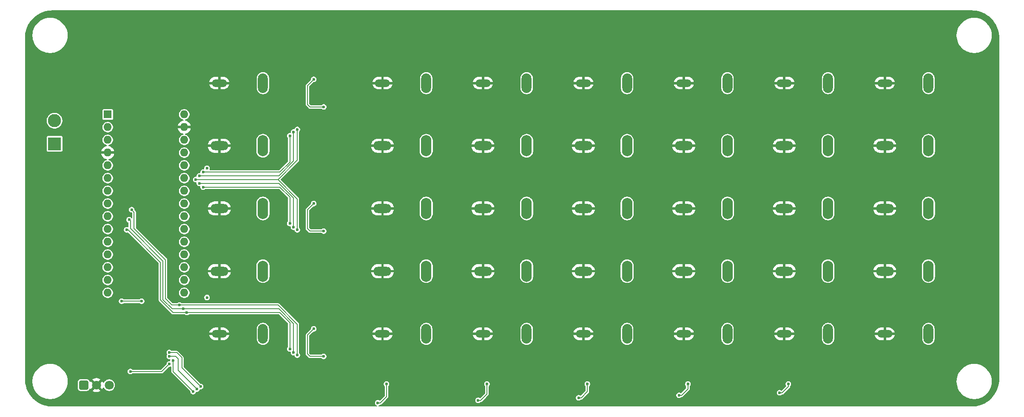
<source format=gbr>
%TF.GenerationSoftware,KiCad,Pcbnew,9.0.3*%
%TF.CreationDate,2025-07-29T17:14:18-05:00*%
%TF.ProjectId,rgb-switch,7267622d-7377-4697-9463-682e6b696361,rev?*%
%TF.SameCoordinates,Original*%
%TF.FileFunction,Copper,L2,Inr*%
%TF.FilePolarity,Positive*%
%FSLAX46Y46*%
G04 Gerber Fmt 4.6, Leading zero omitted, Abs format (unit mm)*
G04 Created by KiCad (PCBNEW 9.0.3) date 2025-07-29 17:14:18*
%MOMM*%
%LPD*%
G01*
G04 APERTURE LIST*
G04 Aperture macros list*
%AMRoundRect*
0 Rectangle with rounded corners*
0 $1 Rounding radius*
0 $2 $3 $4 $5 $6 $7 $8 $9 X,Y pos of 4 corners*
0 Add a 4 corners polygon primitive as box body*
4,1,4,$2,$3,$4,$5,$6,$7,$8,$9,$2,$3,0*
0 Add four circle primitives for the rounded corners*
1,1,$1+$1,$2,$3*
1,1,$1+$1,$4,$5*
1,1,$1+$1,$6,$7*
1,1,$1+$1,$8,$9*
0 Add four rect primitives between the rounded corners*
20,1,$1+$1,$2,$3,$4,$5,0*
20,1,$1+$1,$4,$5,$6,$7,0*
20,1,$1+$1,$6,$7,$8,$9,0*
20,1,$1+$1,$8,$9,$2,$3,0*%
G04 Aperture macros list end*
%TA.AperFunction,ComponentPad*%
%ADD10O,2.100000X4.200000*%
%TD*%
%TA.AperFunction,ComponentPad*%
%ADD11O,3.600000X1.800000*%
%TD*%
%TA.AperFunction,ComponentPad*%
%ADD12O,1.950000X3.900000*%
%TD*%
%TA.AperFunction,ComponentPad*%
%ADD13O,3.016000X1.508000*%
%TD*%
%TA.AperFunction,ComponentPad*%
%ADD14R,2.625000X2.625000*%
%TD*%
%TA.AperFunction,ComponentPad*%
%ADD15C,2.625000*%
%TD*%
%TA.AperFunction,ComponentPad*%
%ADD16RoundRect,0.250200X-0.649800X-0.649800X0.649800X-0.649800X0.649800X0.649800X-0.649800X0.649800X0*%
%TD*%
%TA.AperFunction,ComponentPad*%
%ADD17C,1.800000*%
%TD*%
%TA.AperFunction,ComponentPad*%
%ADD18R,1.600000X1.600000*%
%TD*%
%TA.AperFunction,ComponentPad*%
%ADD19O,1.600000X1.600000*%
%TD*%
%TA.AperFunction,ViaPad*%
%ADD20C,0.600000*%
%TD*%
%TA.AperFunction,Conductor*%
%ADD21C,0.200000*%
%TD*%
G04 APERTURE END LIST*
D10*
%TO.N,/Analog Switching/Component Input 2/L*%
%TO.C,J14*%
X157900000Y-87500000D03*
D11*
%TO.N,GND*%
X149200000Y-87500000D03*
%TD*%
D12*
%TO.N,/Analog Switching/Component Input 6/R*%
%TO.C,J35*%
X237900000Y-75000000D03*
D13*
%TO.N,GND*%
X229200000Y-75000000D03*
%TD*%
D12*
%TO.N,/Analog Switching/Component Input 5/R*%
%TO.C,J30*%
X217900000Y-75000000D03*
D13*
%TO.N,GND*%
X209200000Y-75000000D03*
%TD*%
D14*
%TO.N,Net-(A1-VIN)*%
%TO.C,S1*%
X63910000Y-87100000D03*
D15*
%TO.N,Net-(U8-VO)*%
X63910000Y-82500000D03*
%TD*%
D12*
%TO.N,Net-(C26-Pad2)*%
%TO.C,J26*%
X217900000Y-125000000D03*
D13*
%TO.N,GND*%
X209200000Y-125000000D03*
%TD*%
D10*
%TO.N,Net-(J4-Pad1)*%
%TO.C,J4*%
X105400000Y-87500000D03*
D11*
%TO.N,GND*%
X96700000Y-87500000D03*
%TD*%
D12*
%TO.N,Net-(U1-OUT)*%
%TO.C,J1*%
X105400000Y-125000000D03*
D13*
%TO.N,GND*%
X96700000Y-125000000D03*
%TD*%
D10*
%TO.N,/Analog Switching/Component Input 3/L*%
%TO.C,J19*%
X177900000Y-87500000D03*
D11*
%TO.N,GND*%
X169200000Y-87500000D03*
%TD*%
D10*
%TO.N,/Analog Switching/Component Input 6/L*%
%TO.C,J34*%
X237900000Y-87500000D03*
D11*
%TO.N,GND*%
X229200000Y-87500000D03*
%TD*%
D12*
%TO.N,Net-(C21-Pad2)*%
%TO.C,J21*%
X197900000Y-125000000D03*
D13*
%TO.N,GND*%
X189200000Y-125000000D03*
%TD*%
D12*
%TO.N,Net-(C6-Pad2)*%
%TO.C,J6*%
X137900000Y-125000000D03*
D13*
%TO.N,GND*%
X129200000Y-125000000D03*
%TD*%
D10*
%TO.N,/Analog Switching/Component Input 4/L*%
%TO.C,J24*%
X197900000Y-87500000D03*
D11*
%TO.N,GND*%
X189200000Y-87500000D03*
%TD*%
D12*
%TO.N,Net-(C11-Pad2)*%
%TO.C,J11*%
X157900000Y-125000000D03*
D13*
%TO.N,GND*%
X149200000Y-125000000D03*
%TD*%
D10*
%TO.N,/Analog Switching/Component Input 1/L*%
%TO.C,J9*%
X137900000Y-87500000D03*
D11*
%TO.N,GND*%
X129200000Y-87500000D03*
%TD*%
D10*
%TO.N,Net-(C27-Pad2)*%
%TO.C,J27*%
X217900000Y-112500000D03*
D11*
%TO.N,GND*%
X209200000Y-112500000D03*
%TD*%
D12*
%TO.N,/Analog Switching/Component Input 3/R*%
%TO.C,J20*%
X177900000Y-75000000D03*
D13*
%TO.N,GND*%
X169200000Y-75000000D03*
%TD*%
D10*
%TO.N,Net-(C17-Pad2)*%
%TO.C,J17*%
X177900000Y-112500000D03*
D11*
%TO.N,GND*%
X169200000Y-112500000D03*
%TD*%
D10*
%TO.N,Net-(C22-Pad2)*%
%TO.C,J22*%
X197900000Y-112500000D03*
D11*
%TO.N,GND*%
X189200000Y-112500000D03*
%TD*%
D16*
%TO.N,Net-(A1-D7)*%
%TO.C,U6*%
X69710000Y-135225000D03*
D17*
%TO.N,GND*%
X72250000Y-135225000D03*
%TO.N,/Status LED MUX/3V3*%
X74790000Y-135225000D03*
%TD*%
D10*
%TO.N,Net-(C8-Pad2)*%
%TO.C,J8*%
X137900000Y-100000000D03*
D11*
%TO.N,GND*%
X129200000Y-100000000D03*
%TD*%
D10*
%TO.N,/Analog Switching/Component Input 5/L*%
%TO.C,J29*%
X217900000Y-87500000D03*
D11*
%TO.N,GND*%
X209200000Y-87500000D03*
%TD*%
D10*
%TO.N,Net-(U2-OUT)*%
%TO.C,J2*%
X105400000Y-112500000D03*
D11*
%TO.N,GND*%
X96700000Y-112500000D03*
%TD*%
D10*
%TO.N,Net-(C28-Pad2)*%
%TO.C,J28*%
X217900000Y-100000000D03*
D11*
%TO.N,GND*%
X209200000Y-100000000D03*
%TD*%
D10*
%TO.N,Net-(C32-Pad2)*%
%TO.C,J32*%
X237900000Y-112500000D03*
D11*
%TO.N,GND*%
X229200000Y-112500000D03*
%TD*%
D10*
%TO.N,Net-(C12-Pad2)*%
%TO.C,J12*%
X157900000Y-112500000D03*
D11*
%TO.N,GND*%
X149200000Y-112500000D03*
%TD*%
D12*
%TO.N,/Analog Switching/Component Input 4/R*%
%TO.C,J25*%
X197900000Y-75000000D03*
D13*
%TO.N,GND*%
X189200000Y-75000000D03*
%TD*%
D10*
%TO.N,Net-(C18-Pad2)*%
%TO.C,J18*%
X177900000Y-100000000D03*
D11*
%TO.N,GND*%
X169200000Y-100000000D03*
%TD*%
D10*
%TO.N,Net-(C23-Pad2)*%
%TO.C,J23*%
X197900000Y-100000000D03*
D11*
%TO.N,GND*%
X189200000Y-100000000D03*
%TD*%
D12*
%TO.N,Net-(C16-Pad2)*%
%TO.C,J16*%
X177900000Y-125000000D03*
D13*
%TO.N,GND*%
X169200000Y-125000000D03*
%TD*%
D12*
%TO.N,/Analog Switching/Component Input 2/R*%
%TO.C,J15*%
X157900000Y-75000000D03*
D13*
%TO.N,GND*%
X149200000Y-75000000D03*
%TD*%
D12*
%TO.N,Net-(J5-Pad1)*%
%TO.C,J5*%
X105400000Y-75000000D03*
D13*
%TO.N,GND*%
X96700000Y-75000000D03*
%TD*%
D10*
%TO.N,Net-(C7-Pad2)*%
%TO.C,J7*%
X137900000Y-112500000D03*
D11*
%TO.N,GND*%
X129200000Y-112500000D03*
%TD*%
D12*
%TO.N,Net-(C31-Pad2)*%
%TO.C,J31*%
X237900000Y-125000000D03*
D13*
%TO.N,GND*%
X229200000Y-125000000D03*
%TD*%
D10*
%TO.N,Net-(C33-Pad2)*%
%TO.C,J33*%
X237900000Y-100000000D03*
D11*
%TO.N,GND*%
X229200000Y-100000000D03*
%TD*%
D10*
%TO.N,Net-(U3-OUT)*%
%TO.C,J3*%
X105400000Y-100000000D03*
D11*
%TO.N,GND*%
X96700000Y-100000000D03*
%TD*%
D12*
%TO.N,/Analog Switching/Component Input 1/R*%
%TO.C,J10*%
X137900000Y-75000000D03*
D13*
%TO.N,GND*%
X129200000Y-75000000D03*
%TD*%
D10*
%TO.N,Net-(C13-Pad2)*%
%TO.C,J13*%
X157900000Y-100000000D03*
D11*
%TO.N,GND*%
X149200000Y-100000000D03*
%TD*%
D18*
%TO.N,unconnected-(A1-D1{slash}TX-Pad1)*%
%TO.C,A1*%
X74500000Y-81250000D03*
D19*
%TO.N,unconnected-(A1-D0{slash}RX-Pad2)*%
X74500000Y-83790000D03*
%TO.N,unconnected-(A1-~{RESET}-Pad3)*%
X74500000Y-86330000D03*
%TO.N,GND*%
X74500000Y-88870000D03*
%TO.N,Net-(A1-D2)*%
X74500000Y-91410000D03*
%TO.N,Net-(A1-D3)*%
X74500000Y-93950000D03*
%TO.N,/Analog Switching/CTLA*%
X74500000Y-96490000D03*
%TO.N,/Analog Switching/CTLB*%
X74500000Y-99030000D03*
%TO.N,/Analog Switching/CTLC*%
X74500000Y-101570000D03*
%TO.N,Net-(A1-D7)*%
X74500000Y-104110000D03*
%TO.N,unconnected-(A1-D8-Pad11)*%
X74500000Y-106650000D03*
%TO.N,unconnected-(A1-D9-Pad12)*%
X74500000Y-109190000D03*
%TO.N,unconnected-(A1-D10-Pad13)*%
X74500000Y-111730000D03*
%TO.N,unconnected-(A1-D11-Pad14)*%
X74500000Y-114270000D03*
%TO.N,unconnected-(A1-D12-Pad15)*%
X74500000Y-116810000D03*
%TO.N,unconnected-(A1-D13-Pad16)*%
X89740000Y-116810000D03*
%TO.N,/Status LED MUX/3V3*%
X89740000Y-114270000D03*
%TO.N,unconnected-(A1-AREF-Pad18)*%
X89740000Y-111730000D03*
%TO.N,unconnected-(A1-A0-Pad19)*%
X89740000Y-109190000D03*
%TO.N,unconnected-(A1-A1-Pad20)*%
X89740000Y-106650000D03*
%TO.N,unconnected-(A1-A2-Pad21)*%
X89740000Y-104110000D03*
%TO.N,unconnected-(A1-A3-Pad22)*%
X89740000Y-101570000D03*
%TO.N,unconnected-(A1-A4-Pad23)*%
X89740000Y-99030000D03*
%TO.N,unconnected-(A1-A5-Pad24)*%
X89740000Y-96490000D03*
%TO.N,unconnected-(A1-A6-Pad25)*%
X89740000Y-93950000D03*
%TO.N,unconnected-(A1-A7-Pad26)*%
X89740000Y-91410000D03*
%TO.N,/Analog Switching/5V*%
X89740000Y-88870000D03*
%TO.N,unconnected-(A1-~{RESET}-Pad28)*%
X89740000Y-86330000D03*
%TO.N,GND*%
X89740000Y-83790000D03*
%TO.N,Net-(A1-VIN)*%
X89740000Y-81250000D03*
%TD*%
D20*
%TO.N,/Analog Switching/5V*%
X117500000Y-129500000D03*
X94250000Y-117750000D03*
X115500000Y-74250000D03*
X117500000Y-79750000D03*
X94250000Y-92000000D03*
X117500000Y-104500000D03*
X115500000Y-124000000D03*
X115500000Y-99000000D03*
%TO.N,GND*%
X79000000Y-131699997D03*
X82500000Y-129500000D03*
X85750000Y-129500000D03*
%TO.N,/Analog Switching/CTLC*%
X110750000Y-103000000D03*
X110750000Y-128000000D03*
X78250000Y-104250000D03*
X93500000Y-95750000D03*
X90250000Y-120750000D03*
X110750000Y-85500000D03*
X93500000Y-92750000D03*
%TO.N,/Analog Switching/CTLA*%
X112250000Y-129250000D03*
X79250000Y-100250000D03*
X92000000Y-94250000D03*
X112250000Y-104250000D03*
X88750000Y-119250000D03*
X112250000Y-84250000D03*
%TO.N,/Analog Switching/CTLB*%
X92750000Y-93500000D03*
X78750000Y-102250000D03*
X111500000Y-84750000D03*
X111500000Y-103750000D03*
X89500000Y-120000000D03*
X111500000Y-128750000D03*
X92750000Y-95000000D03*
%TO.N,Net-(U7-A0)*%
X128250000Y-138750000D03*
X130000000Y-135000000D03*
%TO.N,Net-(U7-A1)*%
X148250000Y-138250000D03*
X150000000Y-135000000D03*
%TO.N,Net-(U7-A2)*%
X168250000Y-137750000D03*
X170000000Y-135000000D03*
%TO.N,Net-(U7-A3)*%
X91500000Y-136500000D03*
X87500000Y-130300003D03*
X190000000Y-135000000D03*
X188250000Y-137250000D03*
%TO.N,Net-(U7-A4)*%
X210000000Y-135000000D03*
X92250000Y-136000000D03*
X208250000Y-136750000D03*
X86750000Y-129500000D03*
%TO.N,Net-(U7-A5)*%
X86750000Y-128699997D03*
X93000000Y-135500000D03*
%TO.N,/Status LED MUX/3V3*%
X86750000Y-131000000D03*
X77250000Y-118500000D03*
X81250000Y-118500000D03*
X79000000Y-132500000D03*
%TD*%
D21*
%TO.N,/Analog Switching/5V*%
X114750000Y-79750000D02*
X117500000Y-79750000D01*
X114250000Y-75500000D02*
X114250000Y-79250000D01*
X115500000Y-74250000D02*
X114250000Y-75500000D01*
X114750000Y-104500000D02*
X117500000Y-104500000D01*
X114750000Y-129500000D02*
X117500000Y-129500000D01*
X114250000Y-100250000D02*
X114250000Y-104000000D01*
X114250000Y-129000000D02*
X114750000Y-129500000D01*
X114250000Y-125250000D02*
X114250000Y-129000000D01*
X114250000Y-104000000D02*
X114750000Y-104500000D01*
X115500000Y-124000000D02*
X114250000Y-125250000D01*
X114250000Y-79250000D02*
X114750000Y-79750000D01*
X115500000Y-99000000D02*
X114250000Y-100250000D01*
%TO.N,GND*%
X189196375Y-87496375D02*
X189196375Y-87546375D01*
X149196375Y-87496375D02*
X149196375Y-87546375D01*
X86300027Y-128000000D02*
X85750000Y-128550027D01*
X169196375Y-87496375D02*
X169196375Y-87546375D01*
X95750000Y-75000000D02*
X96700000Y-75000000D01*
X209196375Y-87496375D02*
X209196375Y-87546375D01*
X85750000Y-128550027D02*
X85750000Y-129500000D01*
X189200000Y-75000000D02*
X189200000Y-74950000D01*
X81550003Y-131699997D02*
X79000000Y-131699997D01*
X93750000Y-135000000D02*
X90000000Y-131250000D01*
X90000000Y-131250000D02*
X90000000Y-129500000D01*
X88500000Y-128000000D02*
X86300027Y-128000000D01*
X209200000Y-75000000D02*
X209200000Y-74950000D01*
X169200000Y-75000000D02*
X169200000Y-74950000D01*
X82500000Y-130750000D02*
X81550003Y-131699997D01*
X90000000Y-129500000D02*
X88500000Y-128000000D01*
X82500000Y-129500000D02*
X82500000Y-130750000D01*
X149200000Y-75000000D02*
X149200000Y-74950000D01*
%TO.N,/Analog Switching/CTLC*%
X110750000Y-85500000D02*
X110750000Y-90750000D01*
X78250000Y-104250000D02*
X78500000Y-104250000D01*
X108750000Y-92750000D02*
X93500000Y-92750000D01*
X110750000Y-90750000D02*
X108750000Y-92750000D01*
X78500000Y-104250000D02*
X85000000Y-110750000D01*
X108750000Y-95750000D02*
X110750000Y-97750000D01*
X85000000Y-110750000D02*
X85000000Y-118250000D01*
X110750000Y-122750000D02*
X108750000Y-120750000D01*
X87500000Y-120750000D02*
X108750000Y-120750000D01*
X85000000Y-118250000D02*
X87500000Y-120750000D01*
X93500000Y-95750000D02*
X108750000Y-95750000D01*
X110750000Y-128000000D02*
X110750000Y-122750000D01*
X110750000Y-97750000D02*
X110750000Y-103000000D01*
%TO.N,/Analog Switching/CTLA*%
X108384200Y-119250000D02*
X112250000Y-123115800D01*
X86000000Y-110250000D02*
X86000000Y-118000000D01*
X112250000Y-123115800D02*
X112250000Y-129250000D01*
X79250000Y-100250000D02*
X79750000Y-100750000D01*
X86000000Y-118000000D02*
X87250000Y-119250000D01*
X112250000Y-90384200D02*
X112250000Y-84250000D01*
X79750000Y-100750000D02*
X79750000Y-104000000D01*
X79750000Y-104000000D02*
X86000000Y-110250000D01*
X92000000Y-94250000D02*
X108384200Y-94250000D01*
X108384200Y-94250000D02*
X112250000Y-90384200D01*
X112250000Y-98115800D02*
X112250000Y-104250000D01*
X87250000Y-119250000D02*
X108384200Y-119250000D01*
X108384200Y-94250000D02*
X112250000Y-98115800D01*
%TO.N,/Analog Switching/CTLB*%
X108567100Y-120000000D02*
X111500000Y-122932900D01*
X85500000Y-110500000D02*
X85500000Y-118182900D01*
X111500000Y-90567100D02*
X111500000Y-84750000D01*
X85500000Y-118182900D02*
X87317100Y-120000000D01*
X92750000Y-93500000D02*
X108500000Y-93500000D01*
X79000000Y-102500000D02*
X79000000Y-104000000D01*
X108567100Y-93500000D02*
X111500000Y-90567100D01*
X92750000Y-95000000D02*
X108567100Y-95000000D01*
X79000000Y-104000000D02*
X85500000Y-110500000D01*
X87317100Y-120000000D02*
X108567100Y-120000000D01*
X111500000Y-97932900D02*
X111500000Y-103750000D01*
X78750000Y-102250000D02*
X79000000Y-102500000D01*
X111500000Y-122932900D02*
X111500000Y-128750000D01*
X108567100Y-95000000D02*
X111500000Y-97932900D01*
%TO.N,Net-(U7-A0)*%
X128250000Y-138750000D02*
X128750000Y-138750000D01*
X128750000Y-138750000D02*
X130000000Y-137500000D01*
X130000000Y-137500000D02*
X130000000Y-135000000D01*
%TO.N,Net-(U7-A1)*%
X150000000Y-137000000D02*
X150000000Y-135000000D01*
X148250000Y-138250000D02*
X148750000Y-138250000D01*
X148750000Y-138250000D02*
X150000000Y-137000000D01*
%TO.N,Net-(U7-A2)*%
X170000000Y-136500000D02*
X170000000Y-135000000D01*
X168750000Y-137750000D02*
X170000000Y-136500000D01*
X168250000Y-137750000D02*
X168750000Y-137750000D01*
%TO.N,Net-(U7-A3)*%
X87500000Y-132500000D02*
X91500000Y-136500000D01*
X190000000Y-136000000D02*
X190000000Y-135000000D01*
X188250000Y-137250000D02*
X188750000Y-137250000D01*
X188750000Y-137250000D02*
X190000000Y-136000000D01*
X87500000Y-130300003D02*
X87500000Y-132500000D01*
%TO.N,Net-(U7-A4)*%
X86750000Y-129500000D02*
X88000000Y-129500000D01*
X208750000Y-136750000D02*
X210000000Y-135500000D01*
X88500000Y-130000000D02*
X88500000Y-132250000D01*
X88500000Y-132250000D02*
X92250000Y-136000000D01*
X208250000Y-136750000D02*
X208750000Y-136750000D01*
X210000000Y-135500000D02*
X210000000Y-135000000D01*
X88000000Y-129500000D02*
X88500000Y-130000000D01*
%TO.N,Net-(U7-A5)*%
X88250000Y-128750000D02*
X89250000Y-129750000D01*
X86750000Y-128699997D02*
X86800003Y-128750000D01*
X89250000Y-129750000D02*
X89250000Y-131750000D01*
X89250000Y-131750000D02*
X93000000Y-135500000D01*
X86800003Y-128750000D02*
X88250000Y-128750000D01*
%TO.N,/Status LED MUX/3V3*%
X85250000Y-132500000D02*
X86750000Y-131000000D01*
X81250000Y-118500000D02*
X77250000Y-118500000D01*
X79000000Y-132500000D02*
X85250000Y-132500000D01*
%TD*%
%TA.AperFunction,Conductor*%
%TO.N,GND*%
G36*
X246502562Y-60500605D02*
G01*
X246949036Y-60519072D01*
X246959209Y-60519915D01*
X247400114Y-60574873D01*
X247410194Y-60576555D01*
X247845042Y-60667733D01*
X247854950Y-60670242D01*
X248280786Y-60797019D01*
X248290454Y-60800338D01*
X248631430Y-60933388D01*
X248704339Y-60961838D01*
X248713724Y-60965954D01*
X249112869Y-61161083D01*
X249121877Y-61165958D01*
X249503544Y-61393383D01*
X249512123Y-61398989D01*
X249873693Y-61657144D01*
X249881775Y-61663435D01*
X250220796Y-61950571D01*
X250228336Y-61957512D01*
X250542487Y-62271663D01*
X250549428Y-62279203D01*
X250836564Y-62618224D01*
X250842859Y-62626312D01*
X251101010Y-62987876D01*
X251106616Y-62996455D01*
X251334041Y-63378122D01*
X251338919Y-63387136D01*
X251534045Y-63786275D01*
X251538161Y-63795660D01*
X251699656Y-64209533D01*
X251702984Y-64219226D01*
X251829753Y-64645036D01*
X251832269Y-64654971D01*
X251923441Y-65089791D01*
X251925128Y-65099900D01*
X251980082Y-65540769D01*
X251980928Y-65550983D01*
X251999394Y-65997437D01*
X251999500Y-66002561D01*
X251999500Y-133997438D01*
X251999394Y-134002562D01*
X251980928Y-134449016D01*
X251980082Y-134459230D01*
X251925128Y-134900099D01*
X251923441Y-134910208D01*
X251832269Y-135345028D01*
X251829753Y-135354963D01*
X251702984Y-135780773D01*
X251699656Y-135790466D01*
X251538161Y-136204339D01*
X251534045Y-136213724D01*
X251338919Y-136612863D01*
X251334041Y-136621877D01*
X251106616Y-137003544D01*
X251101010Y-137012123D01*
X250842859Y-137373687D01*
X250836564Y-137381775D01*
X250549428Y-137720796D01*
X250542487Y-137728336D01*
X250228336Y-138042487D01*
X250220796Y-138049428D01*
X249881775Y-138336564D01*
X249873687Y-138342859D01*
X249512123Y-138601010D01*
X249503544Y-138606616D01*
X249121877Y-138834041D01*
X249112863Y-138838919D01*
X248713724Y-139034045D01*
X248704339Y-139038161D01*
X248290466Y-139199656D01*
X248280773Y-139202984D01*
X247854963Y-139329753D01*
X247845028Y-139332269D01*
X247410208Y-139423441D01*
X247400099Y-139425128D01*
X246959230Y-139480082D01*
X246949016Y-139480928D01*
X246502563Y-139499394D01*
X246497439Y-139499500D01*
X128514876Y-139499500D01*
X128447837Y-139479815D01*
X128402082Y-139427011D01*
X128392138Y-139357853D01*
X128421163Y-139294297D01*
X128456476Y-139268831D01*
X128455447Y-139267048D01*
X128542731Y-139216653D01*
X128588015Y-139190509D01*
X128641705Y-139136819D01*
X128703028Y-139103334D01*
X128704593Y-139103004D01*
X128716863Y-139100500D01*
X128796144Y-139100500D01*
X128885288Y-139076614D01*
X128895912Y-139070480D01*
X128965212Y-139030470D01*
X129818157Y-138177525D01*
X147699500Y-138177525D01*
X147699500Y-138322475D01*
X147737016Y-138462485D01*
X147737017Y-138462488D01*
X147809488Y-138588011D01*
X147809490Y-138588013D01*
X147809491Y-138588015D01*
X147911985Y-138690509D01*
X147911986Y-138690510D01*
X147911988Y-138690511D01*
X148037511Y-138762982D01*
X148037512Y-138762982D01*
X148037515Y-138762984D01*
X148177525Y-138800500D01*
X148177528Y-138800500D01*
X148322472Y-138800500D01*
X148322475Y-138800500D01*
X148462485Y-138762984D01*
X148588015Y-138690509D01*
X148641705Y-138636819D01*
X148703028Y-138603334D01*
X148704593Y-138603004D01*
X148716863Y-138600500D01*
X148796144Y-138600500D01*
X148885288Y-138576614D01*
X148895912Y-138570480D01*
X148965212Y-138530470D01*
X149818157Y-137677525D01*
X167699500Y-137677525D01*
X167699500Y-137822475D01*
X167737016Y-137962485D01*
X167737017Y-137962488D01*
X167809488Y-138088011D01*
X167809490Y-138088013D01*
X167809491Y-138088015D01*
X167911985Y-138190509D01*
X167911986Y-138190510D01*
X167911988Y-138190511D01*
X168037511Y-138262982D01*
X168037512Y-138262982D01*
X168037515Y-138262984D01*
X168177525Y-138300500D01*
X168177528Y-138300500D01*
X168322472Y-138300500D01*
X168322475Y-138300500D01*
X168462485Y-138262984D01*
X168588015Y-138190509D01*
X168641705Y-138136819D01*
X168703028Y-138103334D01*
X168704593Y-138103004D01*
X168716863Y-138100500D01*
X168796144Y-138100500D01*
X168885288Y-138076614D01*
X168895912Y-138070480D01*
X168965212Y-138030470D01*
X169818157Y-137177525D01*
X187699500Y-137177525D01*
X187699500Y-137322475D01*
X187736590Y-137460895D01*
X187737017Y-137462488D01*
X187809488Y-137588011D01*
X187809490Y-137588013D01*
X187809491Y-137588015D01*
X187911985Y-137690509D01*
X187911986Y-137690510D01*
X187911988Y-137690511D01*
X188037511Y-137762982D01*
X188037512Y-137762982D01*
X188037515Y-137762984D01*
X188177525Y-137800500D01*
X188177528Y-137800500D01*
X188322472Y-137800500D01*
X188322475Y-137800500D01*
X188462485Y-137762984D01*
X188588015Y-137690509D01*
X188641705Y-137636819D01*
X188703028Y-137603334D01*
X188704593Y-137603004D01*
X188716863Y-137600500D01*
X188796144Y-137600500D01*
X188885288Y-137576614D01*
X188895912Y-137570480D01*
X188965212Y-137530470D01*
X189818157Y-136677525D01*
X207699500Y-136677525D01*
X207699500Y-136822475D01*
X207731128Y-136940511D01*
X207737017Y-136962488D01*
X207809488Y-137088011D01*
X207809490Y-137088013D01*
X207809491Y-137088015D01*
X207911985Y-137190509D01*
X207911986Y-137190510D01*
X207911988Y-137190511D01*
X208037511Y-137262982D01*
X208037512Y-137262982D01*
X208037515Y-137262984D01*
X208177525Y-137300500D01*
X208177528Y-137300500D01*
X208322472Y-137300500D01*
X208322475Y-137300500D01*
X208462485Y-137262984D01*
X208588015Y-137190509D01*
X208641705Y-137136819D01*
X208703028Y-137103334D01*
X208704593Y-137103004D01*
X208716863Y-137100500D01*
X208796144Y-137100500D01*
X208885288Y-137076614D01*
X208895912Y-137070480D01*
X208965212Y-137030470D01*
X210280470Y-135715212D01*
X210326614Y-135635288D01*
X210336203Y-135599500D01*
X210350500Y-135546144D01*
X210350500Y-135471867D01*
X210351408Y-135464406D01*
X210362375Y-135438941D01*
X210370185Y-135412347D01*
X210378016Y-135402628D01*
X210379047Y-135400236D01*
X210381010Y-135398913D01*
X210386819Y-135391705D01*
X210387294Y-135391230D01*
X210440509Y-135338015D01*
X210512984Y-135212485D01*
X210550500Y-135072475D01*
X210550500Y-134927525D01*
X210512984Y-134787515D01*
X210505758Y-134775000D01*
X210440511Y-134661988D01*
X210440506Y-134661982D01*
X210338017Y-134559493D01*
X210338011Y-134559488D01*
X210212488Y-134487017D01*
X210212489Y-134487017D01*
X210201006Y-134483940D01*
X210072475Y-134449500D01*
X209927525Y-134449500D01*
X209798993Y-134483940D01*
X209787511Y-134487017D01*
X209661988Y-134559488D01*
X209661982Y-134559493D01*
X209559493Y-134661982D01*
X209559488Y-134661988D01*
X209487017Y-134787511D01*
X209487016Y-134787515D01*
X209449500Y-134927525D01*
X209449500Y-135072475D01*
X209474495Y-135165756D01*
X209487017Y-135212488D01*
X209551012Y-135323330D01*
X209567485Y-135391230D01*
X209544633Y-135457257D01*
X209531306Y-135473011D01*
X208723011Y-136281306D01*
X208661688Y-136314791D01*
X208591996Y-136309807D01*
X208573330Y-136301012D01*
X208462488Y-136237017D01*
X208462489Y-136237017D01*
X208445586Y-136232488D01*
X208322475Y-136199500D01*
X208177525Y-136199500D01*
X208054414Y-136232488D01*
X208037511Y-136237017D01*
X207911988Y-136309488D01*
X207911982Y-136309493D01*
X207809493Y-136411982D01*
X207809488Y-136411988D01*
X207737017Y-136537511D01*
X207737016Y-136537515D01*
X207699500Y-136677525D01*
X189818157Y-136677525D01*
X190280470Y-136215212D01*
X190326614Y-136135288D01*
X190336203Y-136099500D01*
X190350500Y-136046144D01*
X190350500Y-135479386D01*
X190370185Y-135412347D01*
X190386819Y-135391705D01*
X190387294Y-135391230D01*
X190440509Y-135338015D01*
X190512984Y-135212485D01*
X190550500Y-135072475D01*
X190550500Y-134927525D01*
X190512984Y-134787515D01*
X190505758Y-134775000D01*
X190440511Y-134661988D01*
X190440506Y-134661982D01*
X190338017Y-134559493D01*
X190338011Y-134559488D01*
X190212488Y-134487017D01*
X190212489Y-134487017D01*
X190201006Y-134483940D01*
X190072475Y-134449500D01*
X189927525Y-134449500D01*
X189798993Y-134483940D01*
X189787511Y-134487017D01*
X189661988Y-134559488D01*
X189661982Y-134559493D01*
X189559493Y-134661982D01*
X189559488Y-134661988D01*
X189487017Y-134787511D01*
X189487016Y-134787515D01*
X189449500Y-134927525D01*
X189449500Y-135072475D01*
X189474495Y-135165756D01*
X189487017Y-135212488D01*
X189559488Y-135338011D01*
X189559493Y-135338017D01*
X189613181Y-135391705D01*
X189646666Y-135453028D01*
X189649500Y-135479386D01*
X189649500Y-135803456D01*
X189629815Y-135870495D01*
X189613181Y-135891137D01*
X188723011Y-136781306D01*
X188661688Y-136814791D01*
X188591996Y-136809807D01*
X188573330Y-136801012D01*
X188462488Y-136737017D01*
X188462489Y-136737017D01*
X188451006Y-136733940D01*
X188322475Y-136699500D01*
X188177525Y-136699500D01*
X188048993Y-136733940D01*
X188037511Y-136737017D01*
X187911988Y-136809488D01*
X187911982Y-136809493D01*
X187809493Y-136911982D01*
X187809488Y-136911988D01*
X187737017Y-137037511D01*
X187737016Y-137037515D01*
X187699500Y-137177525D01*
X169818157Y-137177525D01*
X170280470Y-136715212D01*
X170326614Y-136635288D01*
X170350500Y-136546144D01*
X170350500Y-135479386D01*
X170370185Y-135412347D01*
X170386819Y-135391705D01*
X170387294Y-135391230D01*
X170440509Y-135338015D01*
X170512984Y-135212485D01*
X170550500Y-135072475D01*
X170550500Y-134927525D01*
X170512984Y-134787515D01*
X170505758Y-134775000D01*
X170440511Y-134661988D01*
X170440506Y-134661982D01*
X170338017Y-134559493D01*
X170338011Y-134559488D01*
X170212488Y-134487017D01*
X170212489Y-134487017D01*
X170201006Y-134483940D01*
X170072475Y-134449500D01*
X169927525Y-134449500D01*
X169798993Y-134483940D01*
X169787511Y-134487017D01*
X169661988Y-134559488D01*
X169661982Y-134559493D01*
X169559493Y-134661982D01*
X169559488Y-134661988D01*
X169487017Y-134787511D01*
X169487016Y-134787515D01*
X169449500Y-134927525D01*
X169449500Y-135072475D01*
X169474495Y-135165756D01*
X169487017Y-135212488D01*
X169559488Y-135338011D01*
X169559493Y-135338017D01*
X169613181Y-135391705D01*
X169646666Y-135453028D01*
X169649500Y-135479386D01*
X169649500Y-136303456D01*
X169629815Y-136370495D01*
X169613181Y-136391137D01*
X168723011Y-137281306D01*
X168661688Y-137314791D01*
X168591996Y-137309807D01*
X168573330Y-137301012D01*
X168462488Y-137237017D01*
X168462489Y-137237017D01*
X168451006Y-137233940D01*
X168322475Y-137199500D01*
X168177525Y-137199500D01*
X168048993Y-137233940D01*
X168037511Y-137237017D01*
X167911988Y-137309488D01*
X167911982Y-137309493D01*
X167809493Y-137411982D01*
X167809488Y-137411988D01*
X167737017Y-137537511D01*
X167737016Y-137537515D01*
X167699500Y-137677525D01*
X149818157Y-137677525D01*
X150280470Y-137215212D01*
X150326614Y-137135288D01*
X150335935Y-137100500D01*
X150350500Y-137046144D01*
X150350500Y-135479386D01*
X150370185Y-135412347D01*
X150386819Y-135391705D01*
X150387294Y-135391230D01*
X150440509Y-135338015D01*
X150512984Y-135212485D01*
X150550500Y-135072475D01*
X150550500Y-134927525D01*
X150512984Y-134787515D01*
X150505758Y-134775000D01*
X150440511Y-134661988D01*
X150440506Y-134661982D01*
X150338017Y-134559493D01*
X150338011Y-134559488D01*
X150212488Y-134487017D01*
X150212489Y-134487017D01*
X150201006Y-134483940D01*
X150072475Y-134449500D01*
X149927525Y-134449500D01*
X149798993Y-134483940D01*
X149787511Y-134487017D01*
X149661988Y-134559488D01*
X149661982Y-134559493D01*
X149559493Y-134661982D01*
X149559488Y-134661988D01*
X149487017Y-134787511D01*
X149487016Y-134787515D01*
X149449500Y-134927525D01*
X149449500Y-135072475D01*
X149474495Y-135165756D01*
X149487017Y-135212488D01*
X149559488Y-135338011D01*
X149559493Y-135338017D01*
X149613181Y-135391705D01*
X149646666Y-135453028D01*
X149649500Y-135479386D01*
X149649500Y-136803456D01*
X149629815Y-136870495D01*
X149613181Y-136891137D01*
X148723011Y-137781306D01*
X148661688Y-137814791D01*
X148591996Y-137809807D01*
X148573330Y-137801012D01*
X148462488Y-137737017D01*
X148462489Y-137737017D01*
X148430091Y-137728336D01*
X148322475Y-137699500D01*
X148177525Y-137699500D01*
X148069909Y-137728336D01*
X148037511Y-137737017D01*
X147911988Y-137809488D01*
X147911982Y-137809493D01*
X147809493Y-137911982D01*
X147809488Y-137911988D01*
X147737017Y-138037511D01*
X147737016Y-138037515D01*
X147699500Y-138177525D01*
X129818157Y-138177525D01*
X130280470Y-137715212D01*
X130326614Y-137635288D01*
X130335935Y-137600500D01*
X130350500Y-137546144D01*
X130350500Y-135479386D01*
X130370185Y-135412347D01*
X130386819Y-135391705D01*
X130387294Y-135391230D01*
X130440509Y-135338015D01*
X130512984Y-135212485D01*
X130550500Y-135072475D01*
X130550500Y-134927525D01*
X130512984Y-134787515D01*
X130505758Y-134775000D01*
X130440511Y-134661988D01*
X130440506Y-134661982D01*
X130338017Y-134559493D01*
X130338011Y-134559488D01*
X130212488Y-134487017D01*
X130212489Y-134487017D01*
X130201006Y-134483940D01*
X130072475Y-134449500D01*
X129927525Y-134449500D01*
X129798993Y-134483940D01*
X129787511Y-134487017D01*
X129661988Y-134559488D01*
X129661982Y-134559493D01*
X129559493Y-134661982D01*
X129559488Y-134661988D01*
X129487017Y-134787511D01*
X129487016Y-134787515D01*
X129449500Y-134927525D01*
X129449500Y-135072475D01*
X129474495Y-135165756D01*
X129487017Y-135212488D01*
X129559488Y-135338011D01*
X129559493Y-135338017D01*
X129613181Y-135391705D01*
X129646666Y-135453028D01*
X129649500Y-135479386D01*
X129649500Y-137303456D01*
X129629815Y-137370495D01*
X129613181Y-137391137D01*
X128723011Y-138281306D01*
X128661688Y-138314791D01*
X128591996Y-138309807D01*
X128573330Y-138301012D01*
X128462488Y-138237017D01*
X128462489Y-138237017D01*
X128451006Y-138233940D01*
X128322475Y-138199500D01*
X128177525Y-138199500D01*
X128048993Y-138233940D01*
X128037511Y-138237017D01*
X127911988Y-138309488D01*
X127911982Y-138309493D01*
X127809493Y-138411982D01*
X127809488Y-138411988D01*
X127737017Y-138537511D01*
X127737016Y-138537515D01*
X127699500Y-138677525D01*
X127699500Y-138822475D01*
X127728484Y-138930643D01*
X127737017Y-138962488D01*
X127809488Y-139088011D01*
X127809490Y-139088013D01*
X127809491Y-139088015D01*
X127911985Y-139190509D01*
X127911986Y-139190510D01*
X127911988Y-139190511D01*
X128044553Y-139267048D01*
X128043157Y-139269464D01*
X128086982Y-139304782D01*
X128109045Y-139371076D01*
X128091765Y-139438775D01*
X128040626Y-139486385D01*
X127985124Y-139499500D01*
X63502561Y-139499500D01*
X63497437Y-139499394D01*
X63050983Y-139480928D01*
X63040769Y-139480082D01*
X62599900Y-139425128D01*
X62589791Y-139423441D01*
X62154971Y-139332269D01*
X62145036Y-139329753D01*
X61719226Y-139202984D01*
X61709533Y-139199656D01*
X61295660Y-139038161D01*
X61286275Y-139034045D01*
X60887136Y-138838919D01*
X60878122Y-138834041D01*
X60496455Y-138606616D01*
X60487876Y-138601010D01*
X60126312Y-138342859D01*
X60118224Y-138336564D01*
X60086255Y-138309488D01*
X59824765Y-138088017D01*
X59779203Y-138049428D01*
X59771663Y-138042487D01*
X59457512Y-137728336D01*
X59450571Y-137720796D01*
X59379446Y-137636819D01*
X59163431Y-137381770D01*
X59157140Y-137373687D01*
X59120575Y-137322475D01*
X58898989Y-137012123D01*
X58893383Y-137003544D01*
X58772700Y-136801012D01*
X58665955Y-136621872D01*
X58661080Y-136612863D01*
X58648810Y-136587765D01*
X58475128Y-136232490D01*
X58465954Y-136213724D01*
X58461838Y-136204339D01*
X58410384Y-136072475D01*
X58300338Y-135790454D01*
X58297019Y-135780786D01*
X58170242Y-135354950D01*
X58167733Y-135345042D01*
X58076555Y-134910194D01*
X58074873Y-134900114D01*
X58019915Y-134459209D01*
X58019072Y-134449036D01*
X58014067Y-134328031D01*
X59499500Y-134328031D01*
X59499500Y-134359852D01*
X59499500Y-134671969D01*
X59505880Y-134736749D01*
X59533210Y-135014249D01*
X59600308Y-135351572D01*
X59700150Y-135680706D01*
X59732292Y-135758304D01*
X59825586Y-135983536D01*
X59831770Y-135998464D01*
X59831772Y-135998469D01*
X59993893Y-136301775D01*
X59993904Y-136301793D01*
X60184975Y-136587751D01*
X60184985Y-136587765D01*
X60403176Y-136853632D01*
X60646367Y-137096823D01*
X60646372Y-137096827D01*
X60646373Y-137096828D01*
X60912240Y-137315019D01*
X61198213Y-137506100D01*
X61198222Y-137506105D01*
X61198224Y-137506106D01*
X61501530Y-137668227D01*
X61501532Y-137668227D01*
X61501538Y-137668231D01*
X61819295Y-137799850D01*
X62148422Y-137899690D01*
X62485750Y-137966789D01*
X62828031Y-138000500D01*
X62828034Y-138000500D01*
X63171966Y-138000500D01*
X63171969Y-138000500D01*
X63514250Y-137966789D01*
X63851578Y-137899690D01*
X64180705Y-137799850D01*
X64498462Y-137668231D01*
X64801787Y-137506100D01*
X65087760Y-137315019D01*
X65353627Y-137096828D01*
X65596828Y-136853627D01*
X65815019Y-136587760D01*
X66006100Y-136301787D01*
X66168231Y-135998462D01*
X66299850Y-135680705D01*
X66399690Y-135351578D01*
X66466789Y-135014250D01*
X66500500Y-134671969D01*
X66500500Y-134527289D01*
X68559500Y-134527289D01*
X68559500Y-135922710D01*
X68565911Y-135982327D01*
X68565912Y-135982332D01*
X68616226Y-136117227D01*
X68616227Y-136117228D01*
X68702511Y-136232489D01*
X68817772Y-136318773D01*
X68817771Y-136318773D01*
X68952667Y-136369087D01*
X68952670Y-136369087D01*
X68952674Y-136369089D01*
X68981691Y-136372208D01*
X69012289Y-136375499D01*
X69012306Y-136375500D01*
X70407694Y-136375500D01*
X70407710Y-136375499D01*
X70434332Y-136372636D01*
X70467326Y-136369089D01*
X70467330Y-136369087D01*
X70467332Y-136369087D01*
X70602228Y-136318773D01*
X70602231Y-136318771D01*
X70711440Y-136237017D01*
X70717489Y-136232489D01*
X70803773Y-136117228D01*
X70846516Y-136002628D01*
X70888388Y-135946696D01*
X70953853Y-135922279D01*
X71022125Y-135937131D01*
X71063017Y-135973079D01*
X71098932Y-136022513D01*
X71807861Y-135313584D01*
X71830667Y-135398694D01*
X71889910Y-135501306D01*
X71973694Y-135585090D01*
X72076306Y-135644333D01*
X72161414Y-135667137D01*
X71452485Y-136376065D01*
X71452485Y-136376066D01*
X71516243Y-136422388D01*
X71712589Y-136522432D01*
X71922164Y-136590526D01*
X72139819Y-136625000D01*
X72360181Y-136625000D01*
X72577835Y-136590526D01*
X72787410Y-136522432D01*
X72983760Y-136422386D01*
X73047513Y-136376066D01*
X73047514Y-136376066D01*
X72338585Y-135667138D01*
X72423694Y-135644333D01*
X72526306Y-135585090D01*
X72610090Y-135501306D01*
X72669333Y-135398694D01*
X72692137Y-135313585D01*
X73401066Y-136022514D01*
X73401066Y-136022513D01*
X73447388Y-135958758D01*
X73549524Y-135758304D01*
X73597498Y-135707507D01*
X73665319Y-135690712D01*
X73731454Y-135713249D01*
X73770493Y-135758302D01*
X73806004Y-135827995D01*
X73912441Y-135974494D01*
X73912445Y-135974499D01*
X74040500Y-136102554D01*
X74040505Y-136102558D01*
X74127184Y-136165533D01*
X74187006Y-136208996D01*
X74292484Y-136262740D01*
X74348360Y-136291211D01*
X74348363Y-136291212D01*
X74434476Y-136319191D01*
X74520591Y-136347171D01*
X74603429Y-136360291D01*
X74699449Y-136375500D01*
X74699454Y-136375500D01*
X74880551Y-136375500D01*
X74967259Y-136361765D01*
X75059409Y-136347171D01*
X75231639Y-136291211D01*
X75392994Y-136208996D01*
X75539501Y-136102553D01*
X75667553Y-135974501D01*
X75773996Y-135827994D01*
X75856211Y-135666639D01*
X75912171Y-135494409D01*
X75934257Y-135354963D01*
X75940500Y-135315551D01*
X75940500Y-135134448D01*
X75924019Y-135030397D01*
X75912171Y-134955591D01*
X75857561Y-134787515D01*
X75856212Y-134783363D01*
X75856211Y-134783360D01*
X75827740Y-134727484D01*
X75773996Y-134622006D01*
X75728578Y-134559493D01*
X75667558Y-134475505D01*
X75667554Y-134475500D01*
X75539499Y-134347445D01*
X75539494Y-134347441D01*
X75392997Y-134241006D01*
X75392996Y-134241005D01*
X75392994Y-134241004D01*
X75341300Y-134214664D01*
X75231639Y-134158788D01*
X75231636Y-134158787D01*
X75059410Y-134102829D01*
X74880551Y-134074500D01*
X74880546Y-134074500D01*
X74699454Y-134074500D01*
X74699449Y-134074500D01*
X74520589Y-134102829D01*
X74348363Y-134158787D01*
X74348360Y-134158788D01*
X74187002Y-134241006D01*
X74040505Y-134347441D01*
X74040500Y-134347445D01*
X73912445Y-134475500D01*
X73912441Y-134475505D01*
X73806004Y-134622004D01*
X73770493Y-134691697D01*
X73722518Y-134742493D01*
X73654697Y-134759287D01*
X73588562Y-134736749D01*
X73549524Y-134691696D01*
X73447388Y-134491243D01*
X73401066Y-134427485D01*
X73401065Y-134427485D01*
X72692137Y-135136413D01*
X72669333Y-135051306D01*
X72610090Y-134948694D01*
X72526306Y-134864910D01*
X72423694Y-134805667D01*
X72338583Y-134782861D01*
X73047513Y-134073932D01*
X72983756Y-134027611D01*
X72787410Y-133927567D01*
X72577835Y-133859473D01*
X72360181Y-133825000D01*
X72139819Y-133825000D01*
X71922164Y-133859473D01*
X71712589Y-133927567D01*
X71516233Y-134027616D01*
X71452485Y-134073931D01*
X71452485Y-134073932D01*
X72161414Y-134782861D01*
X72076306Y-134805667D01*
X71973694Y-134864910D01*
X71889910Y-134948694D01*
X71830667Y-135051306D01*
X71807861Y-135136414D01*
X71098932Y-134427485D01*
X71098931Y-134427485D01*
X71063016Y-134476920D01*
X71007686Y-134519586D01*
X70938073Y-134525565D01*
X70876277Y-134492960D01*
X70846516Y-134447371D01*
X70803773Y-134332772D01*
X70717489Y-134217511D01*
X70602228Y-134131227D01*
X70602226Y-134131226D01*
X70602228Y-134131226D01*
X70467332Y-134080912D01*
X70467327Y-134080911D01*
X70407710Y-134074500D01*
X70407694Y-134074500D01*
X69012306Y-134074500D01*
X69012289Y-134074500D01*
X68952672Y-134080911D01*
X68952667Y-134080912D01*
X68817772Y-134131226D01*
X68702511Y-134217511D01*
X68616226Y-134332772D01*
X68565912Y-134467667D01*
X68565911Y-134467672D01*
X68559500Y-134527289D01*
X66500500Y-134527289D01*
X66500500Y-134328031D01*
X66466789Y-133985750D01*
X66399690Y-133648422D01*
X66299850Y-133319295D01*
X66168231Y-133001538D01*
X66135611Y-132940511D01*
X66006106Y-132698224D01*
X66006105Y-132698222D01*
X66006100Y-132698213D01*
X65825232Y-132427525D01*
X78449500Y-132427525D01*
X78449500Y-132572475D01*
X78483190Y-132698206D01*
X78487017Y-132712488D01*
X78559488Y-132838011D01*
X78559490Y-132838013D01*
X78559491Y-132838015D01*
X78661985Y-132940509D01*
X78661986Y-132940510D01*
X78661988Y-132940511D01*
X78787511Y-133012982D01*
X78787512Y-133012982D01*
X78787515Y-133012984D01*
X78927525Y-133050500D01*
X78927528Y-133050500D01*
X79072472Y-133050500D01*
X79072475Y-133050500D01*
X79212485Y-133012984D01*
X79338015Y-132940509D01*
X79391705Y-132886819D01*
X79453028Y-132853334D01*
X79479386Y-132850500D01*
X85296142Y-132850500D01*
X85296144Y-132850500D01*
X85385288Y-132826614D01*
X85395912Y-132820480D01*
X85465212Y-132780470D01*
X86658862Y-131586818D01*
X86720185Y-131553334D01*
X86746543Y-131550500D01*
X86822472Y-131550500D01*
X86822475Y-131550500D01*
X86962485Y-131512984D01*
X86963495Y-131512400D01*
X86964457Y-131512167D01*
X86969999Y-131509872D01*
X86970356Y-131510735D01*
X87031393Y-131495925D01*
X87097421Y-131518774D01*
X87140615Y-131573692D01*
X87149500Y-131619785D01*
X87149500Y-132546144D01*
X87164065Y-132600501D01*
X87164065Y-132600502D01*
X87173384Y-132635284D01*
X87173385Y-132635286D01*
X87219527Y-132715208D01*
X87219531Y-132715213D01*
X90913181Y-136408862D01*
X90946666Y-136470185D01*
X90949500Y-136496543D01*
X90949500Y-136572475D01*
X90977649Y-136677527D01*
X90987017Y-136712488D01*
X91059488Y-136838011D01*
X91059490Y-136838013D01*
X91059491Y-136838015D01*
X91161985Y-136940509D01*
X91161986Y-136940510D01*
X91161988Y-136940511D01*
X91287511Y-137012982D01*
X91287512Y-137012982D01*
X91287515Y-137012984D01*
X91427525Y-137050500D01*
X91427528Y-137050500D01*
X91572472Y-137050500D01*
X91572475Y-137050500D01*
X91712485Y-137012984D01*
X91838015Y-136940509D01*
X91940509Y-136838015D01*
X92012984Y-136712485D01*
X92032410Y-136639986D01*
X92068772Y-136580330D01*
X92131619Y-136549800D01*
X92169183Y-136551602D01*
X92169468Y-136549439D01*
X92177524Y-136550499D01*
X92177525Y-136550500D01*
X92177526Y-136550500D01*
X92322472Y-136550500D01*
X92322475Y-136550500D01*
X92462485Y-136512984D01*
X92588015Y-136440509D01*
X92690509Y-136338015D01*
X92762984Y-136212485D01*
X92782410Y-136139986D01*
X92818772Y-136080330D01*
X92881619Y-136049800D01*
X92919183Y-136051602D01*
X92919468Y-136049439D01*
X92927524Y-136050499D01*
X92927525Y-136050500D01*
X92927526Y-136050500D01*
X93072472Y-136050500D01*
X93072475Y-136050500D01*
X93212485Y-136012984D01*
X93338015Y-135940509D01*
X93440509Y-135838015D01*
X93512984Y-135712485D01*
X93550500Y-135572475D01*
X93550500Y-135427525D01*
X93512984Y-135287515D01*
X93511095Y-135284244D01*
X93440511Y-135161988D01*
X93440506Y-135161982D01*
X93338017Y-135059493D01*
X93338011Y-135059488D01*
X93212488Y-134987017D01*
X93212489Y-134987017D01*
X93201006Y-134983940D01*
X93072475Y-134949500D01*
X93072472Y-134949500D01*
X92996544Y-134949500D01*
X92929505Y-134929815D01*
X92908863Y-134913181D01*
X92323713Y-134328031D01*
X243499500Y-134328031D01*
X243499500Y-134359852D01*
X243499500Y-134671969D01*
X243505880Y-134736749D01*
X243533210Y-135014249D01*
X243600308Y-135351572D01*
X243700150Y-135680706D01*
X243732292Y-135758304D01*
X243825586Y-135983536D01*
X243831770Y-135998464D01*
X243831772Y-135998469D01*
X243993893Y-136301775D01*
X243993904Y-136301793D01*
X244184975Y-136587751D01*
X244184985Y-136587765D01*
X244403176Y-136853632D01*
X244646367Y-137096823D01*
X244646372Y-137096827D01*
X244646373Y-137096828D01*
X244912240Y-137315019D01*
X245198213Y-137506100D01*
X245198222Y-137506105D01*
X245198224Y-137506106D01*
X245501530Y-137668227D01*
X245501532Y-137668227D01*
X245501538Y-137668231D01*
X245819295Y-137799850D01*
X246148422Y-137899690D01*
X246485750Y-137966789D01*
X246828031Y-138000500D01*
X246828034Y-138000500D01*
X247171966Y-138000500D01*
X247171969Y-138000500D01*
X247514250Y-137966789D01*
X247851578Y-137899690D01*
X248180705Y-137799850D01*
X248498462Y-137668231D01*
X248801787Y-137506100D01*
X249087760Y-137315019D01*
X249353627Y-137096828D01*
X249596828Y-136853627D01*
X249815019Y-136587760D01*
X250006100Y-136301787D01*
X250168231Y-135998462D01*
X250299850Y-135680705D01*
X250399690Y-135351578D01*
X250466789Y-135014250D01*
X250500500Y-134671969D01*
X250500500Y-134328031D01*
X250466789Y-133985750D01*
X250399690Y-133648422D01*
X250299850Y-133319295D01*
X250168231Y-133001538D01*
X250135611Y-132940511D01*
X250006106Y-132698224D01*
X250006105Y-132698222D01*
X250006100Y-132698213D01*
X249815019Y-132412240D01*
X249596828Y-132146373D01*
X249596827Y-132146372D01*
X249596823Y-132146367D01*
X249353632Y-131903176D01*
X249087765Y-131684985D01*
X249087764Y-131684984D01*
X249087760Y-131684981D01*
X248801787Y-131493900D01*
X248801782Y-131493897D01*
X248801775Y-131493893D01*
X248498469Y-131331772D01*
X248498464Y-131331770D01*
X248180706Y-131200150D01*
X247851572Y-131100308D01*
X247514248Y-131033210D01*
X247514249Y-131033210D01*
X247256456Y-131007821D01*
X247171969Y-130999500D01*
X246828031Y-130999500D01*
X246749966Y-131007188D01*
X246485750Y-131033210D01*
X246148427Y-131100308D01*
X245819293Y-131200150D01*
X245501535Y-131331770D01*
X245501530Y-131331772D01*
X245198224Y-131493893D01*
X245198206Y-131493904D01*
X244912248Y-131684975D01*
X244912234Y-131684985D01*
X244646367Y-131903176D01*
X244403176Y-132146367D01*
X244184985Y-132412234D01*
X244184975Y-132412248D01*
X243993904Y-132698206D01*
X243993893Y-132698224D01*
X243831772Y-133001530D01*
X243831770Y-133001535D01*
X243700150Y-133319293D01*
X243600308Y-133648427D01*
X243533210Y-133985750D01*
X243510385Y-134217511D01*
X243499500Y-134328031D01*
X92323713Y-134328031D01*
X89636819Y-131641137D01*
X89603334Y-131579814D01*
X89600500Y-131553456D01*
X89600500Y-129703858D01*
X89600500Y-129703856D01*
X89576614Y-129614712D01*
X89568409Y-129600500D01*
X89530470Y-129534788D01*
X88465212Y-128469530D01*
X88465211Y-128469529D01*
X88465208Y-128469527D01*
X88385290Y-128423387D01*
X88385289Y-128423386D01*
X88385288Y-128423386D01*
X88296144Y-128399500D01*
X88296143Y-128399500D01*
X87279389Y-128399500D01*
X87212350Y-128379815D01*
X87191708Y-128363181D01*
X87088017Y-128259490D01*
X87088011Y-128259485D01*
X86962488Y-128187014D01*
X86962489Y-128187014D01*
X86951006Y-128183937D01*
X86822475Y-128149497D01*
X86677525Y-128149497D01*
X86548993Y-128183937D01*
X86537511Y-128187014D01*
X86411988Y-128259485D01*
X86411982Y-128259490D01*
X86309493Y-128361979D01*
X86309488Y-128361985D01*
X86237017Y-128487508D01*
X86237016Y-128487512D01*
X86199500Y-128627522D01*
X86199500Y-128772472D01*
X86231297Y-128891137D01*
X86237017Y-128912485D01*
X86309482Y-129037998D01*
X86325955Y-129105898D01*
X86309482Y-129161998D01*
X86237017Y-129287511D01*
X86237016Y-129287515D01*
X86199500Y-129427525D01*
X86199500Y-129572475D01*
X86237016Y-129712485D01*
X86237017Y-129712488D01*
X86309488Y-129838011D01*
X86309490Y-129838013D01*
X86309491Y-129838015D01*
X86411985Y-129940509D01*
X86411986Y-129940510D01*
X86411988Y-129940511D01*
X86537511Y-130012982D01*
X86537512Y-130012982D01*
X86537515Y-130012984D01*
X86677525Y-130050500D01*
X86677528Y-130050500D01*
X86830602Y-130050500D01*
X86830602Y-130052674D01*
X86888355Y-130061679D01*
X86940612Y-130108058D01*
X86959499Y-130175327D01*
X86959239Y-130182020D01*
X86958436Y-130194175D01*
X86949500Y-130227528D01*
X86949500Y-130329589D01*
X86949231Y-130333666D01*
X86938551Y-130362786D01*
X86929815Y-130392539D01*
X86926626Y-130395301D01*
X86925174Y-130399263D01*
X86900443Y-130417989D01*
X86877011Y-130438294D01*
X86872266Y-130439326D01*
X86869472Y-130441442D01*
X86858739Y-130442268D01*
X86825500Y-130449500D01*
X86822475Y-130449500D01*
X86677525Y-130449500D01*
X86548993Y-130483940D01*
X86537511Y-130487017D01*
X86411988Y-130559488D01*
X86411982Y-130559493D01*
X86309493Y-130661982D01*
X86309488Y-130661988D01*
X86237017Y-130787511D01*
X86237016Y-130787515D01*
X86199500Y-130927525D01*
X86199500Y-130927527D01*
X86199500Y-131003456D01*
X86179815Y-131070495D01*
X86163181Y-131091137D01*
X85141137Y-132113181D01*
X85079814Y-132146666D01*
X85053456Y-132149500D01*
X79479386Y-132149500D01*
X79412347Y-132129815D01*
X79391705Y-132113181D01*
X79338017Y-132059493D01*
X79338011Y-132059488D01*
X79212488Y-131987017D01*
X79212489Y-131987017D01*
X79201006Y-131983940D01*
X79072475Y-131949500D01*
X78927525Y-131949500D01*
X78798993Y-131983940D01*
X78787511Y-131987017D01*
X78661988Y-132059488D01*
X78661982Y-132059493D01*
X78559493Y-132161982D01*
X78559488Y-132161988D01*
X78487017Y-132287511D01*
X78487016Y-132287515D01*
X78449500Y-132427525D01*
X65825232Y-132427525D01*
X65815019Y-132412240D01*
X65596828Y-132146373D01*
X65596827Y-132146372D01*
X65596823Y-132146367D01*
X65353632Y-131903176D01*
X65087765Y-131684985D01*
X65087764Y-131684984D01*
X65087760Y-131684981D01*
X64801787Y-131493900D01*
X64801782Y-131493897D01*
X64801775Y-131493893D01*
X64498469Y-131331772D01*
X64498464Y-131331770D01*
X64180706Y-131200150D01*
X63851572Y-131100308D01*
X63514248Y-131033210D01*
X63514249Y-131033210D01*
X63256456Y-131007821D01*
X63171969Y-130999500D01*
X62828031Y-130999500D01*
X62749966Y-131007188D01*
X62485750Y-131033210D01*
X62148427Y-131100308D01*
X61819293Y-131200150D01*
X61501535Y-131331770D01*
X61501530Y-131331772D01*
X61198224Y-131493893D01*
X61198206Y-131493904D01*
X60912248Y-131684975D01*
X60912234Y-131684985D01*
X60646367Y-131903176D01*
X60403176Y-132146367D01*
X60184985Y-132412234D01*
X60184975Y-132412248D01*
X59993904Y-132698206D01*
X59993893Y-132698224D01*
X59831772Y-133001530D01*
X59831770Y-133001535D01*
X59700150Y-133319293D01*
X59600308Y-133648427D01*
X59533210Y-133985750D01*
X59510385Y-134217511D01*
X59499500Y-134328031D01*
X58014067Y-134328031D01*
X58000606Y-134002562D01*
X58000500Y-133997438D01*
X58000500Y-124750000D01*
X94715964Y-124750000D01*
X95516988Y-124750000D01*
X95484075Y-124807007D01*
X95450000Y-124934174D01*
X95450000Y-125065826D01*
X95484075Y-125192993D01*
X95516988Y-125250000D01*
X94715964Y-125250000D01*
X94722876Y-125293642D01*
X94722876Y-125293643D01*
X94783873Y-125481371D01*
X94873485Y-125657242D01*
X94989496Y-125816919D01*
X94989500Y-125816924D01*
X95129075Y-125956499D01*
X95129080Y-125956503D01*
X95288757Y-126072514D01*
X95464626Y-126162126D01*
X95652353Y-126223123D01*
X95847303Y-126254000D01*
X96450000Y-126254000D01*
X96450000Y-125500000D01*
X96950000Y-125500000D01*
X96950000Y-126254000D01*
X97552697Y-126254000D01*
X97747646Y-126223123D01*
X97935373Y-126162126D01*
X98111242Y-126072514D01*
X98270919Y-125956503D01*
X98270924Y-125956499D01*
X98410499Y-125816924D01*
X98410503Y-125816919D01*
X98526514Y-125657242D01*
X98616126Y-125481371D01*
X98677123Y-125293643D01*
X98677123Y-125293642D01*
X98684036Y-125250000D01*
X97883012Y-125250000D01*
X97915925Y-125192993D01*
X97950000Y-125065826D01*
X97950000Y-124934174D01*
X97915925Y-124807007D01*
X97883012Y-124750000D01*
X98684036Y-124750000D01*
X98677123Y-124706357D01*
X98677123Y-124706356D01*
X98616126Y-124518628D01*
X98526514Y-124342757D01*
X98410503Y-124183080D01*
X98410499Y-124183075D01*
X98270924Y-124043500D01*
X98270919Y-124043496D01*
X98244081Y-124023997D01*
X98112709Y-123928551D01*
X104174500Y-123928551D01*
X104174500Y-126071448D01*
X104204675Y-126261969D01*
X104204676Y-126261972D01*
X104264285Y-126445429D01*
X104351859Y-126617302D01*
X104465241Y-126773359D01*
X104601641Y-126909759D01*
X104757698Y-127023141D01*
X104929571Y-127110715D01*
X105113028Y-127170324D01*
X105303551Y-127200500D01*
X105303552Y-127200500D01*
X105496448Y-127200500D01*
X105496449Y-127200500D01*
X105686972Y-127170324D01*
X105870429Y-127110715D01*
X106042302Y-127023141D01*
X106198359Y-126909759D01*
X106334759Y-126773359D01*
X106448141Y-126617302D01*
X106535715Y-126445429D01*
X106595324Y-126261972D01*
X106625500Y-126071449D01*
X106625500Y-123928551D01*
X106595324Y-123738028D01*
X106535715Y-123554571D01*
X106448141Y-123382698D01*
X106334759Y-123226641D01*
X106198359Y-123090241D01*
X106042302Y-122976859D01*
X105892606Y-122900585D01*
X105870431Y-122889286D01*
X105870430Y-122889285D01*
X105870429Y-122889285D01*
X105686972Y-122829676D01*
X105686970Y-122829675D01*
X105686969Y-122829675D01*
X105540614Y-122806495D01*
X105496449Y-122799500D01*
X105303551Y-122799500D01*
X105267697Y-122805178D01*
X105113030Y-122829675D01*
X104929568Y-122889286D01*
X104757697Y-122976859D01*
X104685819Y-123029082D01*
X104601641Y-123090241D01*
X104601639Y-123090243D01*
X104601638Y-123090243D01*
X104465243Y-123226638D01*
X104465243Y-123226639D01*
X104465241Y-123226641D01*
X104440291Y-123260982D01*
X104351859Y-123382697D01*
X104264286Y-123554568D01*
X104204675Y-123738030D01*
X104174500Y-123928551D01*
X98112709Y-123928551D01*
X98111242Y-123927485D01*
X97935373Y-123837873D01*
X97747646Y-123776876D01*
X97552697Y-123746000D01*
X96950000Y-123746000D01*
X96950000Y-124500000D01*
X96450000Y-124500000D01*
X96450000Y-123746000D01*
X95847303Y-123746000D01*
X95652353Y-123776876D01*
X95464626Y-123837873D01*
X95288757Y-123927485D01*
X95129080Y-124043496D01*
X95129075Y-124043500D01*
X94989500Y-124183075D01*
X94989496Y-124183080D01*
X94873485Y-124342757D01*
X94783873Y-124518628D01*
X94722876Y-124706356D01*
X94722876Y-124706357D01*
X94715964Y-124750000D01*
X58000500Y-124750000D01*
X58000500Y-118427525D01*
X76699500Y-118427525D01*
X76699500Y-118572475D01*
X76733537Y-118699500D01*
X76737017Y-118712488D01*
X76809488Y-118838011D01*
X76809490Y-118838013D01*
X76809491Y-118838015D01*
X76911985Y-118940509D01*
X76911986Y-118940510D01*
X76911988Y-118940511D01*
X77037511Y-119012982D01*
X77037512Y-119012982D01*
X77037515Y-119012984D01*
X77177525Y-119050500D01*
X77177528Y-119050500D01*
X77322472Y-119050500D01*
X77322475Y-119050500D01*
X77462485Y-119012984D01*
X77588015Y-118940509D01*
X77641705Y-118886819D01*
X77703028Y-118853334D01*
X77729386Y-118850500D01*
X80770614Y-118850500D01*
X80837653Y-118870185D01*
X80858295Y-118886819D01*
X80911985Y-118940509D01*
X80911986Y-118940510D01*
X80911988Y-118940511D01*
X81037511Y-119012982D01*
X81037512Y-119012982D01*
X81037515Y-119012984D01*
X81177525Y-119050500D01*
X81177528Y-119050500D01*
X81322472Y-119050500D01*
X81322475Y-119050500D01*
X81462485Y-119012984D01*
X81588015Y-118940509D01*
X81690509Y-118838015D01*
X81762984Y-118712485D01*
X81800500Y-118572475D01*
X81800500Y-118427525D01*
X81762984Y-118287515D01*
X81706977Y-118190509D01*
X81690511Y-118161988D01*
X81690506Y-118161982D01*
X81588017Y-118059493D01*
X81588011Y-118059488D01*
X81462488Y-117987017D01*
X81462489Y-117987017D01*
X81451006Y-117983940D01*
X81322475Y-117949500D01*
X81177525Y-117949500D01*
X81048993Y-117983940D01*
X81037511Y-117987017D01*
X80911988Y-118059488D01*
X80911982Y-118059493D01*
X80858295Y-118113181D01*
X80796972Y-118146666D01*
X80770614Y-118149500D01*
X77729386Y-118149500D01*
X77662347Y-118129815D01*
X77641705Y-118113181D01*
X77588017Y-118059493D01*
X77588011Y-118059488D01*
X77462488Y-117987017D01*
X77462489Y-117987017D01*
X77451006Y-117983940D01*
X77322475Y-117949500D01*
X77177525Y-117949500D01*
X77048993Y-117983940D01*
X77037511Y-117987017D01*
X76911988Y-118059488D01*
X76911982Y-118059493D01*
X76809493Y-118161982D01*
X76809488Y-118161988D01*
X76737017Y-118287511D01*
X76737016Y-118287515D01*
X76699500Y-118427525D01*
X58000500Y-118427525D01*
X58000500Y-116706530D01*
X73449500Y-116706530D01*
X73449500Y-116913469D01*
X73489868Y-117116412D01*
X73489870Y-117116420D01*
X73569059Y-117307598D01*
X73626541Y-117393626D01*
X73684024Y-117479657D01*
X73830342Y-117625975D01*
X73830345Y-117625977D01*
X74002402Y-117740941D01*
X74193580Y-117820130D01*
X74396530Y-117860499D01*
X74396534Y-117860500D01*
X74396535Y-117860500D01*
X74603466Y-117860500D01*
X74603467Y-117860499D01*
X74806420Y-117820130D01*
X74997598Y-117740941D01*
X75169655Y-117625977D01*
X75315977Y-117479655D01*
X75430941Y-117307598D01*
X75510130Y-117116420D01*
X75550500Y-116913465D01*
X75550500Y-116706535D01*
X75510130Y-116503580D01*
X75430941Y-116312402D01*
X75315977Y-116140345D01*
X75315975Y-116140342D01*
X75169657Y-115994024D01*
X75083626Y-115936541D01*
X74997598Y-115879059D01*
X74806420Y-115799870D01*
X74806412Y-115799868D01*
X74603469Y-115759500D01*
X74603465Y-115759500D01*
X74396535Y-115759500D01*
X74396530Y-115759500D01*
X74193587Y-115799868D01*
X74193579Y-115799870D01*
X74002403Y-115879058D01*
X73830342Y-115994024D01*
X73684024Y-116140342D01*
X73569058Y-116312403D01*
X73489870Y-116503579D01*
X73489868Y-116503587D01*
X73449500Y-116706530D01*
X58000500Y-116706530D01*
X58000500Y-114166530D01*
X73449500Y-114166530D01*
X73449500Y-114373469D01*
X73489868Y-114576412D01*
X73489870Y-114576420D01*
X73569058Y-114767596D01*
X73684024Y-114939657D01*
X73830342Y-115085975D01*
X73830345Y-115085977D01*
X74002402Y-115200941D01*
X74193580Y-115280130D01*
X74396530Y-115320499D01*
X74396534Y-115320500D01*
X74396535Y-115320500D01*
X74603466Y-115320500D01*
X74603467Y-115320499D01*
X74806420Y-115280130D01*
X74997598Y-115200941D01*
X75169655Y-115085977D01*
X75315977Y-114939655D01*
X75430941Y-114767598D01*
X75510130Y-114576420D01*
X75550500Y-114373465D01*
X75550500Y-114166535D01*
X75510130Y-113963580D01*
X75430941Y-113772402D01*
X75315977Y-113600345D01*
X75315975Y-113600342D01*
X75169657Y-113454024D01*
X75083626Y-113396541D01*
X74997598Y-113339059D01*
X74806420Y-113259870D01*
X74806412Y-113259868D01*
X74603469Y-113219500D01*
X74603465Y-113219500D01*
X74396535Y-113219500D01*
X74396530Y-113219500D01*
X74193587Y-113259868D01*
X74193579Y-113259870D01*
X74002403Y-113339058D01*
X73830342Y-113454024D01*
X73684024Y-113600342D01*
X73569058Y-113772403D01*
X73489870Y-113963579D01*
X73489868Y-113963587D01*
X73449500Y-114166530D01*
X58000500Y-114166530D01*
X58000500Y-111626530D01*
X73449500Y-111626530D01*
X73449500Y-111833469D01*
X73489868Y-112036412D01*
X73489870Y-112036420D01*
X73569059Y-112227598D01*
X73622118Y-112307007D01*
X73684024Y-112399657D01*
X73830342Y-112545975D01*
X73830345Y-112545977D01*
X74002402Y-112660941D01*
X74193580Y-112740130D01*
X74396530Y-112780499D01*
X74396534Y-112780500D01*
X74396535Y-112780500D01*
X74603466Y-112780500D01*
X74603467Y-112780499D01*
X74806420Y-112740130D01*
X74997598Y-112660941D01*
X75169655Y-112545977D01*
X75315977Y-112399655D01*
X75430941Y-112227598D01*
X75510130Y-112036420D01*
X75550500Y-111833465D01*
X75550500Y-111626535D01*
X75510130Y-111423580D01*
X75430941Y-111232402D01*
X75315977Y-111060345D01*
X75315975Y-111060342D01*
X75169657Y-110914024D01*
X75083626Y-110856541D01*
X74997598Y-110799059D01*
X74923547Y-110768386D01*
X74806420Y-110719870D01*
X74806412Y-110719868D01*
X74603469Y-110679500D01*
X74603465Y-110679500D01*
X74396535Y-110679500D01*
X74396530Y-110679500D01*
X74193587Y-110719868D01*
X74193579Y-110719870D01*
X74002403Y-110799058D01*
X73830342Y-110914024D01*
X73684024Y-111060342D01*
X73569058Y-111232403D01*
X73489870Y-111423579D01*
X73489868Y-111423587D01*
X73449500Y-111626530D01*
X58000500Y-111626530D01*
X58000500Y-109086530D01*
X73449500Y-109086530D01*
X73449500Y-109293469D01*
X73489868Y-109496412D01*
X73489870Y-109496420D01*
X73569058Y-109687596D01*
X73684024Y-109859657D01*
X73830342Y-110005975D01*
X73830345Y-110005977D01*
X74002402Y-110120941D01*
X74193580Y-110200130D01*
X74396530Y-110240499D01*
X74396534Y-110240500D01*
X74396535Y-110240500D01*
X74603466Y-110240500D01*
X74603467Y-110240499D01*
X74806420Y-110200130D01*
X74997598Y-110120941D01*
X75169655Y-110005977D01*
X75315977Y-109859655D01*
X75430941Y-109687598D01*
X75510130Y-109496420D01*
X75550500Y-109293465D01*
X75550500Y-109086535D01*
X75510130Y-108883580D01*
X75430941Y-108692402D01*
X75315977Y-108520345D01*
X75315975Y-108520342D01*
X75169657Y-108374024D01*
X75083626Y-108316541D01*
X74997598Y-108259059D01*
X74806420Y-108179870D01*
X74806412Y-108179868D01*
X74603469Y-108139500D01*
X74603465Y-108139500D01*
X74396535Y-108139500D01*
X74396530Y-108139500D01*
X74193587Y-108179868D01*
X74193579Y-108179870D01*
X74002403Y-108259058D01*
X73830342Y-108374024D01*
X73684024Y-108520342D01*
X73569058Y-108692403D01*
X73489870Y-108883579D01*
X73489868Y-108883587D01*
X73449500Y-109086530D01*
X58000500Y-109086530D01*
X58000500Y-106546530D01*
X73449500Y-106546530D01*
X73449500Y-106753469D01*
X73489868Y-106956412D01*
X73489870Y-106956420D01*
X73569058Y-107147596D01*
X73684024Y-107319657D01*
X73830342Y-107465975D01*
X73830345Y-107465977D01*
X74002402Y-107580941D01*
X74193580Y-107660130D01*
X74396530Y-107700499D01*
X74396534Y-107700500D01*
X74396535Y-107700500D01*
X74603466Y-107700500D01*
X74603467Y-107700499D01*
X74806420Y-107660130D01*
X74997598Y-107580941D01*
X75169655Y-107465977D01*
X75315977Y-107319655D01*
X75430941Y-107147598D01*
X75510130Y-106956420D01*
X75550500Y-106753465D01*
X75550500Y-106546535D01*
X75510130Y-106343580D01*
X75430941Y-106152402D01*
X75315977Y-105980345D01*
X75315975Y-105980342D01*
X75169657Y-105834024D01*
X75083626Y-105776541D01*
X74997598Y-105719059D01*
X74806420Y-105639870D01*
X74806412Y-105639868D01*
X74603469Y-105599500D01*
X74603465Y-105599500D01*
X74396535Y-105599500D01*
X74396530Y-105599500D01*
X74193587Y-105639868D01*
X74193579Y-105639870D01*
X74002403Y-105719058D01*
X73830342Y-105834024D01*
X73684024Y-105980342D01*
X73569058Y-106152403D01*
X73489870Y-106343579D01*
X73489868Y-106343587D01*
X73449500Y-106546530D01*
X58000500Y-106546530D01*
X58000500Y-104006530D01*
X73449500Y-104006530D01*
X73449500Y-104213469D01*
X73489868Y-104416412D01*
X73489870Y-104416420D01*
X73569058Y-104607596D01*
X73684024Y-104779657D01*
X73830342Y-104925975D01*
X73830345Y-104925977D01*
X74002402Y-105040941D01*
X74193580Y-105120130D01*
X74396530Y-105160499D01*
X74396534Y-105160500D01*
X74396535Y-105160500D01*
X74603466Y-105160500D01*
X74603467Y-105160499D01*
X74806420Y-105120130D01*
X74997598Y-105040941D01*
X75169655Y-104925977D01*
X75315977Y-104779655D01*
X75430941Y-104607598D01*
X75510130Y-104416420D01*
X75550500Y-104213465D01*
X75550500Y-104177525D01*
X77699500Y-104177525D01*
X77699500Y-104322475D01*
X77727649Y-104427527D01*
X77737017Y-104462488D01*
X77809488Y-104588011D01*
X77809490Y-104588013D01*
X77809491Y-104588015D01*
X77911985Y-104690509D01*
X77911986Y-104690510D01*
X77911988Y-104690511D01*
X78037511Y-104762982D01*
X78037512Y-104762982D01*
X78037515Y-104762984D01*
X78177525Y-104800500D01*
X78177528Y-104800500D01*
X78322472Y-104800500D01*
X78322475Y-104800500D01*
X78436569Y-104769928D01*
X78506414Y-104771591D01*
X78556340Y-104802022D01*
X84613181Y-110858863D01*
X84646666Y-110920186D01*
X84649500Y-110946544D01*
X84649500Y-118296144D01*
X84662702Y-118345413D01*
X84662702Y-118345414D01*
X84673385Y-118385286D01*
X84719527Y-118465208D01*
X84719529Y-118465211D01*
X84719530Y-118465212D01*
X87284788Y-121030470D01*
X87354085Y-121070478D01*
X87354087Y-121070480D01*
X87361342Y-121074668D01*
X87364712Y-121076614D01*
X87453856Y-121100500D01*
X89770614Y-121100500D01*
X89837653Y-121120185D01*
X89858295Y-121136819D01*
X89911985Y-121190509D01*
X89911986Y-121190510D01*
X89911988Y-121190511D01*
X90037511Y-121262982D01*
X90037512Y-121262982D01*
X90037515Y-121262984D01*
X90177525Y-121300500D01*
X90177528Y-121300500D01*
X90322472Y-121300500D01*
X90322475Y-121300500D01*
X90462485Y-121262984D01*
X90588015Y-121190509D01*
X90641705Y-121136819D01*
X90703028Y-121103334D01*
X90729386Y-121100500D01*
X108553456Y-121100500D01*
X108620495Y-121120185D01*
X108641137Y-121136819D01*
X110363181Y-122858863D01*
X110396666Y-122920186D01*
X110399500Y-122946544D01*
X110399500Y-127520614D01*
X110379815Y-127587653D01*
X110363181Y-127608295D01*
X110309493Y-127661982D01*
X110309488Y-127661988D01*
X110237017Y-127787511D01*
X110237016Y-127787515D01*
X110199500Y-127927525D01*
X110199500Y-128072475D01*
X110230191Y-128187013D01*
X110237017Y-128212488D01*
X110309488Y-128338011D01*
X110309490Y-128338013D01*
X110309491Y-128338015D01*
X110411985Y-128440509D01*
X110411986Y-128440510D01*
X110411988Y-128440511D01*
X110537511Y-128512982D01*
X110537512Y-128512982D01*
X110537515Y-128512984D01*
X110677525Y-128550500D01*
X110677528Y-128550500D01*
X110825500Y-128550500D01*
X110892539Y-128570185D01*
X110938294Y-128622989D01*
X110949500Y-128674500D01*
X110949500Y-128677525D01*
X110949500Y-128822475D01*
X110983537Y-128949500D01*
X110987017Y-128962488D01*
X111059488Y-129088011D01*
X111059490Y-129088013D01*
X111059491Y-129088015D01*
X111161985Y-129190509D01*
X111161986Y-129190510D01*
X111161988Y-129190511D01*
X111287511Y-129262982D01*
X111287512Y-129262982D01*
X111287515Y-129262984D01*
X111427525Y-129300500D01*
X111427528Y-129300500D01*
X111572474Y-129300500D01*
X111572475Y-129300500D01*
X111572475Y-129300499D01*
X111580532Y-129299439D01*
X111580959Y-129302688D01*
X111635466Y-129303937D01*
X111693364Y-129343047D01*
X111717590Y-129389987D01*
X111727649Y-129427527D01*
X111737017Y-129462488D01*
X111809488Y-129588011D01*
X111809490Y-129588013D01*
X111809491Y-129588015D01*
X111911985Y-129690509D01*
X111911986Y-129690510D01*
X111911988Y-129690511D01*
X112037511Y-129762982D01*
X112037512Y-129762982D01*
X112037515Y-129762984D01*
X112177525Y-129800500D01*
X112177528Y-129800500D01*
X112322472Y-129800500D01*
X112322475Y-129800500D01*
X112462485Y-129762984D01*
X112588015Y-129690509D01*
X112690509Y-129588015D01*
X112762984Y-129462485D01*
X112800500Y-129322475D01*
X112800500Y-129177525D01*
X112762984Y-129037515D01*
X112733828Y-128987016D01*
X112690511Y-128911988D01*
X112690506Y-128911982D01*
X112636819Y-128858295D01*
X112603334Y-128796972D01*
X112600500Y-128770614D01*
X112600500Y-125203856D01*
X113899500Y-125203856D01*
X113899500Y-129046144D01*
X113914065Y-129100501D01*
X113914065Y-129100502D01*
X113923384Y-129135284D01*
X113923385Y-129135286D01*
X113969527Y-129215208D01*
X113969529Y-129215211D01*
X113969530Y-129215212D01*
X114534788Y-129780470D01*
X114614712Y-129826614D01*
X114703856Y-129850500D01*
X114796144Y-129850500D01*
X117020614Y-129850500D01*
X117087653Y-129870185D01*
X117108295Y-129886819D01*
X117161985Y-129940509D01*
X117161986Y-129940510D01*
X117161988Y-129940511D01*
X117287511Y-130012982D01*
X117287512Y-130012982D01*
X117287515Y-130012984D01*
X117427525Y-130050500D01*
X117427528Y-130050500D01*
X117572472Y-130050500D01*
X117572475Y-130050500D01*
X117712485Y-130012984D01*
X117838015Y-129940509D01*
X117940509Y-129838015D01*
X118012984Y-129712485D01*
X118050500Y-129572475D01*
X118050500Y-129427525D01*
X118012984Y-129287515D01*
X117971240Y-129215213D01*
X117940511Y-129161988D01*
X117940506Y-129161982D01*
X117838017Y-129059493D01*
X117838011Y-129059488D01*
X117712488Y-128987017D01*
X117712489Y-128987017D01*
X117701006Y-128983940D01*
X117572475Y-128949500D01*
X117427525Y-128949500D01*
X117298993Y-128983940D01*
X117287511Y-128987017D01*
X117161988Y-129059488D01*
X117161982Y-129059493D01*
X117108295Y-129113181D01*
X117046972Y-129146666D01*
X117020614Y-129149500D01*
X114946544Y-129149500D01*
X114879505Y-129129815D01*
X114858863Y-129113181D01*
X114636819Y-128891137D01*
X114603334Y-128829814D01*
X114600500Y-128803456D01*
X114600500Y-125446544D01*
X114620185Y-125379505D01*
X114636819Y-125358863D01*
X115245682Y-124750000D01*
X127215964Y-124750000D01*
X128016988Y-124750000D01*
X127984075Y-124807007D01*
X127950000Y-124934174D01*
X127950000Y-125065826D01*
X127984075Y-125192993D01*
X128016988Y-125250000D01*
X127215964Y-125250000D01*
X127222876Y-125293642D01*
X127222876Y-125293643D01*
X127283873Y-125481371D01*
X127373485Y-125657242D01*
X127489496Y-125816919D01*
X127489500Y-125816924D01*
X127629075Y-125956499D01*
X127629080Y-125956503D01*
X127788757Y-126072514D01*
X127964626Y-126162126D01*
X128152353Y-126223123D01*
X128347303Y-126254000D01*
X128950000Y-126254000D01*
X128950000Y-125500000D01*
X129450000Y-125500000D01*
X129450000Y-126254000D01*
X130052697Y-126254000D01*
X130247646Y-126223123D01*
X130435373Y-126162126D01*
X130611242Y-126072514D01*
X130770919Y-125956503D01*
X130770924Y-125956499D01*
X130910499Y-125816924D01*
X130910503Y-125816919D01*
X131026514Y-125657242D01*
X131116126Y-125481371D01*
X131177123Y-125293643D01*
X131177123Y-125293642D01*
X131184036Y-125250000D01*
X130383012Y-125250000D01*
X130415925Y-125192993D01*
X130450000Y-125065826D01*
X130450000Y-124934174D01*
X130415925Y-124807007D01*
X130383012Y-124750000D01*
X131184036Y-124750000D01*
X131177123Y-124706357D01*
X131177123Y-124706356D01*
X131116126Y-124518628D01*
X131026514Y-124342757D01*
X130910503Y-124183080D01*
X130910499Y-124183075D01*
X130770924Y-124043500D01*
X130770919Y-124043496D01*
X130744081Y-124023997D01*
X130612709Y-123928551D01*
X136674500Y-123928551D01*
X136674500Y-126071448D01*
X136704675Y-126261969D01*
X136704676Y-126261972D01*
X136764285Y-126445429D01*
X136851859Y-126617302D01*
X136965241Y-126773359D01*
X137101641Y-126909759D01*
X137257698Y-127023141D01*
X137429571Y-127110715D01*
X137613028Y-127170324D01*
X137803551Y-127200500D01*
X137803552Y-127200500D01*
X137996448Y-127200500D01*
X137996449Y-127200500D01*
X138186972Y-127170324D01*
X138370429Y-127110715D01*
X138542302Y-127023141D01*
X138698359Y-126909759D01*
X138834759Y-126773359D01*
X138948141Y-126617302D01*
X139035715Y-126445429D01*
X139095324Y-126261972D01*
X139125500Y-126071449D01*
X139125500Y-124750000D01*
X147215964Y-124750000D01*
X148016988Y-124750000D01*
X147984075Y-124807007D01*
X147950000Y-124934174D01*
X147950000Y-125065826D01*
X147984075Y-125192993D01*
X148016988Y-125250000D01*
X147215964Y-125250000D01*
X147222876Y-125293642D01*
X147222876Y-125293643D01*
X147283873Y-125481371D01*
X147373485Y-125657242D01*
X147489496Y-125816919D01*
X147489500Y-125816924D01*
X147629075Y-125956499D01*
X147629080Y-125956503D01*
X147788757Y-126072514D01*
X147964626Y-126162126D01*
X148152353Y-126223123D01*
X148347303Y-126254000D01*
X148950000Y-126254000D01*
X148950000Y-125500000D01*
X149450000Y-125500000D01*
X149450000Y-126254000D01*
X150052697Y-126254000D01*
X150247646Y-126223123D01*
X150435373Y-126162126D01*
X150611242Y-126072514D01*
X150770919Y-125956503D01*
X150770924Y-125956499D01*
X150910499Y-125816924D01*
X150910503Y-125816919D01*
X151026514Y-125657242D01*
X151116126Y-125481371D01*
X151177123Y-125293643D01*
X151177123Y-125293642D01*
X151184036Y-125250000D01*
X150383012Y-125250000D01*
X150415925Y-125192993D01*
X150450000Y-125065826D01*
X150450000Y-124934174D01*
X150415925Y-124807007D01*
X150383012Y-124750000D01*
X151184036Y-124750000D01*
X151177123Y-124706357D01*
X151177123Y-124706356D01*
X151116126Y-124518628D01*
X151026514Y-124342757D01*
X150910503Y-124183080D01*
X150910499Y-124183075D01*
X150770924Y-124043500D01*
X150770919Y-124043496D01*
X150744081Y-124023997D01*
X150612709Y-123928551D01*
X156674500Y-123928551D01*
X156674500Y-126071448D01*
X156704675Y-126261969D01*
X156704676Y-126261972D01*
X156764285Y-126445429D01*
X156851859Y-126617302D01*
X156965241Y-126773359D01*
X157101641Y-126909759D01*
X157257698Y-127023141D01*
X157429571Y-127110715D01*
X157613028Y-127170324D01*
X157803551Y-127200500D01*
X157803552Y-127200500D01*
X157996448Y-127200500D01*
X157996449Y-127200500D01*
X158186972Y-127170324D01*
X158370429Y-127110715D01*
X158542302Y-127023141D01*
X158698359Y-126909759D01*
X158834759Y-126773359D01*
X158948141Y-126617302D01*
X159035715Y-126445429D01*
X159095324Y-126261972D01*
X159125500Y-126071449D01*
X159125500Y-124750000D01*
X167215964Y-124750000D01*
X168016988Y-124750000D01*
X167984075Y-124807007D01*
X167950000Y-124934174D01*
X167950000Y-125065826D01*
X167984075Y-125192993D01*
X168016988Y-125250000D01*
X167215964Y-125250000D01*
X167222876Y-125293642D01*
X167222876Y-125293643D01*
X167283873Y-125481371D01*
X167373485Y-125657242D01*
X167489496Y-125816919D01*
X167489500Y-125816924D01*
X167629075Y-125956499D01*
X167629080Y-125956503D01*
X167788757Y-126072514D01*
X167964626Y-126162126D01*
X168152353Y-126223123D01*
X168347303Y-126254000D01*
X168950000Y-126254000D01*
X168950000Y-125500000D01*
X169450000Y-125500000D01*
X169450000Y-126254000D01*
X170052697Y-126254000D01*
X170247646Y-126223123D01*
X170435373Y-126162126D01*
X170611242Y-126072514D01*
X170770919Y-125956503D01*
X170770924Y-125956499D01*
X170910499Y-125816924D01*
X170910503Y-125816919D01*
X171026514Y-125657242D01*
X171116126Y-125481371D01*
X171177123Y-125293643D01*
X171177123Y-125293642D01*
X171184036Y-125250000D01*
X170383012Y-125250000D01*
X170415925Y-125192993D01*
X170450000Y-125065826D01*
X170450000Y-124934174D01*
X170415925Y-124807007D01*
X170383012Y-124750000D01*
X171184036Y-124750000D01*
X171177123Y-124706357D01*
X171177123Y-124706356D01*
X171116126Y-124518628D01*
X171026514Y-124342757D01*
X170910503Y-124183080D01*
X170910499Y-124183075D01*
X170770924Y-124043500D01*
X170770919Y-124043496D01*
X170744081Y-124023997D01*
X170612709Y-123928551D01*
X176674500Y-123928551D01*
X176674500Y-126071448D01*
X176704675Y-126261969D01*
X176704676Y-126261972D01*
X176764285Y-126445429D01*
X176851859Y-126617302D01*
X176965241Y-126773359D01*
X177101641Y-126909759D01*
X177257698Y-127023141D01*
X177429571Y-127110715D01*
X177613028Y-127170324D01*
X177803551Y-127200500D01*
X177803552Y-127200500D01*
X177996448Y-127200500D01*
X177996449Y-127200500D01*
X178186972Y-127170324D01*
X178370429Y-127110715D01*
X178542302Y-127023141D01*
X178698359Y-126909759D01*
X178834759Y-126773359D01*
X178948141Y-126617302D01*
X179035715Y-126445429D01*
X179095324Y-126261972D01*
X179125500Y-126071449D01*
X179125500Y-124750000D01*
X187215964Y-124750000D01*
X188016988Y-124750000D01*
X187984075Y-124807007D01*
X187950000Y-124934174D01*
X187950000Y-125065826D01*
X187984075Y-125192993D01*
X188016988Y-125250000D01*
X187215964Y-125250000D01*
X187222876Y-125293642D01*
X187222876Y-125293643D01*
X187283873Y-125481371D01*
X187373485Y-125657242D01*
X187489496Y-125816919D01*
X187489500Y-125816924D01*
X187629075Y-125956499D01*
X187629080Y-125956503D01*
X187788757Y-126072514D01*
X187964626Y-126162126D01*
X188152353Y-126223123D01*
X188347303Y-126254000D01*
X188950000Y-126254000D01*
X188950000Y-125500000D01*
X189450000Y-125500000D01*
X189450000Y-126254000D01*
X190052697Y-126254000D01*
X190247646Y-126223123D01*
X190435373Y-126162126D01*
X190611242Y-126072514D01*
X190770919Y-125956503D01*
X190770924Y-125956499D01*
X190910499Y-125816924D01*
X190910503Y-125816919D01*
X191026514Y-125657242D01*
X191116126Y-125481371D01*
X191177123Y-125293643D01*
X191177123Y-125293642D01*
X191184036Y-125250000D01*
X190383012Y-125250000D01*
X190415925Y-125192993D01*
X190450000Y-125065826D01*
X190450000Y-124934174D01*
X190415925Y-124807007D01*
X190383012Y-124750000D01*
X191184036Y-124750000D01*
X191177123Y-124706357D01*
X191177123Y-124706356D01*
X191116126Y-124518628D01*
X191026514Y-124342757D01*
X190910503Y-124183080D01*
X190910499Y-124183075D01*
X190770924Y-124043500D01*
X190770919Y-124043496D01*
X190744081Y-124023997D01*
X190612709Y-123928551D01*
X196674500Y-123928551D01*
X196674500Y-126071448D01*
X196704675Y-126261969D01*
X196704676Y-126261972D01*
X196764285Y-126445429D01*
X196851859Y-126617302D01*
X196965241Y-126773359D01*
X197101641Y-126909759D01*
X197257698Y-127023141D01*
X197429571Y-127110715D01*
X197613028Y-127170324D01*
X197803551Y-127200500D01*
X197803552Y-127200500D01*
X197996448Y-127200500D01*
X197996449Y-127200500D01*
X198186972Y-127170324D01*
X198370429Y-127110715D01*
X198542302Y-127023141D01*
X198698359Y-126909759D01*
X198834759Y-126773359D01*
X198948141Y-126617302D01*
X199035715Y-126445429D01*
X199095324Y-126261972D01*
X199125500Y-126071449D01*
X199125500Y-124750000D01*
X207215964Y-124750000D01*
X208016988Y-124750000D01*
X207984075Y-124807007D01*
X207950000Y-124934174D01*
X207950000Y-125065826D01*
X207984075Y-125192993D01*
X208016988Y-125250000D01*
X207215964Y-125250000D01*
X207222876Y-125293642D01*
X207222876Y-125293643D01*
X207283873Y-125481371D01*
X207373485Y-125657242D01*
X207489496Y-125816919D01*
X207489500Y-125816924D01*
X207629075Y-125956499D01*
X207629080Y-125956503D01*
X207788757Y-126072514D01*
X207964626Y-126162126D01*
X208152353Y-126223123D01*
X208347303Y-126254000D01*
X208950000Y-126254000D01*
X208950000Y-125500000D01*
X209450000Y-125500000D01*
X209450000Y-126254000D01*
X210052697Y-126254000D01*
X210247646Y-126223123D01*
X210435373Y-126162126D01*
X210611242Y-126072514D01*
X210770919Y-125956503D01*
X210770924Y-125956499D01*
X210910499Y-125816924D01*
X210910503Y-125816919D01*
X211026514Y-125657242D01*
X211116126Y-125481371D01*
X211177123Y-125293643D01*
X211177123Y-125293642D01*
X211184036Y-125250000D01*
X210383012Y-125250000D01*
X210415925Y-125192993D01*
X210450000Y-125065826D01*
X210450000Y-124934174D01*
X210415925Y-124807007D01*
X210383012Y-124750000D01*
X211184036Y-124750000D01*
X211177123Y-124706357D01*
X211177123Y-124706356D01*
X211116126Y-124518628D01*
X211026514Y-124342757D01*
X210910503Y-124183080D01*
X210910499Y-124183075D01*
X210770924Y-124043500D01*
X210770919Y-124043496D01*
X210744081Y-124023997D01*
X210612709Y-123928551D01*
X216674500Y-123928551D01*
X216674500Y-126071448D01*
X216704675Y-126261969D01*
X216704676Y-126261972D01*
X216764285Y-126445429D01*
X216851859Y-126617302D01*
X216965241Y-126773359D01*
X217101641Y-126909759D01*
X217257698Y-127023141D01*
X217429571Y-127110715D01*
X217613028Y-127170324D01*
X217803551Y-127200500D01*
X217803552Y-127200500D01*
X217996448Y-127200500D01*
X217996449Y-127200500D01*
X218186972Y-127170324D01*
X218370429Y-127110715D01*
X218542302Y-127023141D01*
X218698359Y-126909759D01*
X218834759Y-126773359D01*
X218948141Y-126617302D01*
X219035715Y-126445429D01*
X219095324Y-126261972D01*
X219125500Y-126071449D01*
X219125500Y-124750000D01*
X227215964Y-124750000D01*
X228016988Y-124750000D01*
X227984075Y-124807007D01*
X227950000Y-124934174D01*
X227950000Y-125065826D01*
X227984075Y-125192993D01*
X228016988Y-125250000D01*
X227215964Y-125250000D01*
X227222876Y-125293642D01*
X227222876Y-125293643D01*
X227283873Y-125481371D01*
X227373485Y-125657242D01*
X227489496Y-125816919D01*
X227489500Y-125816924D01*
X227629075Y-125956499D01*
X227629080Y-125956503D01*
X227788757Y-126072514D01*
X227964626Y-126162126D01*
X228152353Y-126223123D01*
X228347303Y-126254000D01*
X228950000Y-126254000D01*
X228950000Y-125500000D01*
X229450000Y-125500000D01*
X229450000Y-126254000D01*
X230052697Y-126254000D01*
X230247646Y-126223123D01*
X230435373Y-126162126D01*
X230611242Y-126072514D01*
X230770919Y-125956503D01*
X230770924Y-125956499D01*
X230910499Y-125816924D01*
X230910503Y-125816919D01*
X231026514Y-125657242D01*
X231116126Y-125481371D01*
X231177123Y-125293643D01*
X231177123Y-125293642D01*
X231184036Y-125250000D01*
X230383012Y-125250000D01*
X230415925Y-125192993D01*
X230450000Y-125065826D01*
X230450000Y-124934174D01*
X230415925Y-124807007D01*
X230383012Y-124750000D01*
X231184036Y-124750000D01*
X231177123Y-124706357D01*
X231177123Y-124706356D01*
X231116126Y-124518628D01*
X231026514Y-124342757D01*
X230910503Y-124183080D01*
X230910499Y-124183075D01*
X230770924Y-124043500D01*
X230770919Y-124043496D01*
X230744081Y-124023997D01*
X230612709Y-123928551D01*
X236674500Y-123928551D01*
X236674500Y-126071448D01*
X236704675Y-126261969D01*
X236704676Y-126261972D01*
X236764285Y-126445429D01*
X236851859Y-126617302D01*
X236965241Y-126773359D01*
X237101641Y-126909759D01*
X237257698Y-127023141D01*
X237429571Y-127110715D01*
X237613028Y-127170324D01*
X237803551Y-127200500D01*
X237803552Y-127200500D01*
X237996448Y-127200500D01*
X237996449Y-127200500D01*
X238186972Y-127170324D01*
X238370429Y-127110715D01*
X238542302Y-127023141D01*
X238698359Y-126909759D01*
X238834759Y-126773359D01*
X238948141Y-126617302D01*
X239035715Y-126445429D01*
X239095324Y-126261972D01*
X239125500Y-126071449D01*
X239125500Y-123928551D01*
X239095324Y-123738028D01*
X239035715Y-123554571D01*
X238948141Y-123382698D01*
X238834759Y-123226641D01*
X238698359Y-123090241D01*
X238542302Y-122976859D01*
X238392606Y-122900585D01*
X238370431Y-122889286D01*
X238370430Y-122889285D01*
X238370429Y-122889285D01*
X238186972Y-122829676D01*
X238186970Y-122829675D01*
X238186969Y-122829675D01*
X238040614Y-122806495D01*
X237996449Y-122799500D01*
X237803551Y-122799500D01*
X237767697Y-122805178D01*
X237613030Y-122829675D01*
X237429568Y-122889286D01*
X237257697Y-122976859D01*
X237185819Y-123029082D01*
X237101641Y-123090241D01*
X237101639Y-123090243D01*
X237101638Y-123090243D01*
X236965243Y-123226638D01*
X236965243Y-123226639D01*
X236965241Y-123226641D01*
X236940291Y-123260982D01*
X236851859Y-123382697D01*
X236764286Y-123554568D01*
X236704675Y-123738030D01*
X236674500Y-123928551D01*
X230612709Y-123928551D01*
X230611242Y-123927485D01*
X230435373Y-123837873D01*
X230247646Y-123776876D01*
X230052697Y-123746000D01*
X229450000Y-123746000D01*
X229450000Y-124500000D01*
X228950000Y-124500000D01*
X228950000Y-123746000D01*
X228347303Y-123746000D01*
X228152353Y-123776876D01*
X227964626Y-123837873D01*
X227788757Y-123927485D01*
X227629080Y-124043496D01*
X227629075Y-124043500D01*
X227489500Y-124183075D01*
X227489496Y-124183080D01*
X227373485Y-124342757D01*
X227283873Y-124518628D01*
X227222876Y-124706356D01*
X227222876Y-124706357D01*
X227215964Y-124750000D01*
X219125500Y-124750000D01*
X219125500Y-123928551D01*
X219095324Y-123738028D01*
X219035715Y-123554571D01*
X218948141Y-123382698D01*
X218834759Y-123226641D01*
X218698359Y-123090241D01*
X218542302Y-122976859D01*
X218392606Y-122900585D01*
X218370431Y-122889286D01*
X218370430Y-122889285D01*
X218370429Y-122889285D01*
X218186972Y-122829676D01*
X218186970Y-122829675D01*
X218186969Y-122829675D01*
X218040614Y-122806495D01*
X217996449Y-122799500D01*
X217803551Y-122799500D01*
X217767697Y-122805178D01*
X217613030Y-122829675D01*
X217429568Y-122889286D01*
X217257697Y-122976859D01*
X217185819Y-123029082D01*
X217101641Y-123090241D01*
X217101639Y-123090243D01*
X217101638Y-123090243D01*
X216965243Y-123226638D01*
X216965243Y-123226639D01*
X216965241Y-123226641D01*
X216940291Y-123260982D01*
X216851859Y-123382697D01*
X216764286Y-123554568D01*
X216704675Y-123738030D01*
X216674500Y-123928551D01*
X210612709Y-123928551D01*
X210611242Y-123927485D01*
X210435373Y-123837873D01*
X210247646Y-123776876D01*
X210052697Y-123746000D01*
X209450000Y-123746000D01*
X209450000Y-124500000D01*
X208950000Y-124500000D01*
X208950000Y-123746000D01*
X208347303Y-123746000D01*
X208152353Y-123776876D01*
X207964626Y-123837873D01*
X207788757Y-123927485D01*
X207629080Y-124043496D01*
X207629075Y-124043500D01*
X207489500Y-124183075D01*
X207489496Y-124183080D01*
X207373485Y-124342757D01*
X207283873Y-124518628D01*
X207222876Y-124706356D01*
X207222876Y-124706357D01*
X207215964Y-124750000D01*
X199125500Y-124750000D01*
X199125500Y-123928551D01*
X199095324Y-123738028D01*
X199035715Y-123554571D01*
X198948141Y-123382698D01*
X198834759Y-123226641D01*
X198698359Y-123090241D01*
X198542302Y-122976859D01*
X198392606Y-122900585D01*
X198370431Y-122889286D01*
X198370430Y-122889285D01*
X198370429Y-122889285D01*
X198186972Y-122829676D01*
X198186970Y-122829675D01*
X198186969Y-122829675D01*
X198040614Y-122806495D01*
X197996449Y-122799500D01*
X197803551Y-122799500D01*
X197767697Y-122805178D01*
X197613030Y-122829675D01*
X197429568Y-122889286D01*
X197257697Y-122976859D01*
X197185819Y-123029082D01*
X197101641Y-123090241D01*
X197101639Y-123090243D01*
X197101638Y-123090243D01*
X196965243Y-123226638D01*
X196965243Y-123226639D01*
X196965241Y-123226641D01*
X196940291Y-123260982D01*
X196851859Y-123382697D01*
X196764286Y-123554568D01*
X196704675Y-123738030D01*
X196674500Y-123928551D01*
X190612709Y-123928551D01*
X190611242Y-123927485D01*
X190435373Y-123837873D01*
X190247646Y-123776876D01*
X190052697Y-123746000D01*
X189450000Y-123746000D01*
X189450000Y-124500000D01*
X188950000Y-124500000D01*
X188950000Y-123746000D01*
X188347303Y-123746000D01*
X188152353Y-123776876D01*
X187964626Y-123837873D01*
X187788757Y-123927485D01*
X187629080Y-124043496D01*
X187629075Y-124043500D01*
X187489500Y-124183075D01*
X187489496Y-124183080D01*
X187373485Y-124342757D01*
X187283873Y-124518628D01*
X187222876Y-124706356D01*
X187222876Y-124706357D01*
X187215964Y-124750000D01*
X179125500Y-124750000D01*
X179125500Y-123928551D01*
X179095324Y-123738028D01*
X179035715Y-123554571D01*
X178948141Y-123382698D01*
X178834759Y-123226641D01*
X178698359Y-123090241D01*
X178542302Y-122976859D01*
X178392606Y-122900585D01*
X178370431Y-122889286D01*
X178370430Y-122889285D01*
X178370429Y-122889285D01*
X178186972Y-122829676D01*
X178186970Y-122829675D01*
X178186969Y-122829675D01*
X178040614Y-122806495D01*
X177996449Y-122799500D01*
X177803551Y-122799500D01*
X177767697Y-122805178D01*
X177613030Y-122829675D01*
X177429568Y-122889286D01*
X177257697Y-122976859D01*
X177185819Y-123029082D01*
X177101641Y-123090241D01*
X177101639Y-123090243D01*
X177101638Y-123090243D01*
X176965243Y-123226638D01*
X176965243Y-123226639D01*
X176965241Y-123226641D01*
X176940291Y-123260982D01*
X176851859Y-123382697D01*
X176764286Y-123554568D01*
X176704675Y-123738030D01*
X176674500Y-123928551D01*
X170612709Y-123928551D01*
X170611242Y-123927485D01*
X170435373Y-123837873D01*
X170247646Y-123776876D01*
X170052697Y-123746000D01*
X169450000Y-123746000D01*
X169450000Y-124500000D01*
X168950000Y-124500000D01*
X168950000Y-123746000D01*
X168347303Y-123746000D01*
X168152353Y-123776876D01*
X167964626Y-123837873D01*
X167788757Y-123927485D01*
X167629080Y-124043496D01*
X167629075Y-124043500D01*
X167489500Y-124183075D01*
X167489496Y-124183080D01*
X167373485Y-124342757D01*
X167283873Y-124518628D01*
X167222876Y-124706356D01*
X167222876Y-124706357D01*
X167215964Y-124750000D01*
X159125500Y-124750000D01*
X159125500Y-123928551D01*
X159095324Y-123738028D01*
X159035715Y-123554571D01*
X158948141Y-123382698D01*
X158834759Y-123226641D01*
X158698359Y-123090241D01*
X158542302Y-122976859D01*
X158392606Y-122900585D01*
X158370431Y-122889286D01*
X158370430Y-122889285D01*
X158370429Y-122889285D01*
X158186972Y-122829676D01*
X158186970Y-122829675D01*
X158186969Y-122829675D01*
X158040614Y-122806495D01*
X157996449Y-122799500D01*
X157803551Y-122799500D01*
X157767697Y-122805178D01*
X157613030Y-122829675D01*
X157429568Y-122889286D01*
X157257697Y-122976859D01*
X157185819Y-123029082D01*
X157101641Y-123090241D01*
X157101639Y-123090243D01*
X157101638Y-123090243D01*
X156965243Y-123226638D01*
X156965243Y-123226639D01*
X156965241Y-123226641D01*
X156940291Y-123260982D01*
X156851859Y-123382697D01*
X156764286Y-123554568D01*
X156704675Y-123738030D01*
X156674500Y-123928551D01*
X150612709Y-123928551D01*
X150611242Y-123927485D01*
X150435373Y-123837873D01*
X150247646Y-123776876D01*
X150052697Y-123746000D01*
X149450000Y-123746000D01*
X149450000Y-124500000D01*
X148950000Y-124500000D01*
X148950000Y-123746000D01*
X148347303Y-123746000D01*
X148152353Y-123776876D01*
X147964626Y-123837873D01*
X147788757Y-123927485D01*
X147629080Y-124043496D01*
X147629075Y-124043500D01*
X147489500Y-124183075D01*
X147489496Y-124183080D01*
X147373485Y-124342757D01*
X147283873Y-124518628D01*
X147222876Y-124706356D01*
X147222876Y-124706357D01*
X147215964Y-124750000D01*
X139125500Y-124750000D01*
X139125500Y-123928551D01*
X139095324Y-123738028D01*
X139035715Y-123554571D01*
X138948141Y-123382698D01*
X138834759Y-123226641D01*
X138698359Y-123090241D01*
X138542302Y-122976859D01*
X138392606Y-122900585D01*
X138370431Y-122889286D01*
X138370430Y-122889285D01*
X138370429Y-122889285D01*
X138186972Y-122829676D01*
X138186970Y-122829675D01*
X138186969Y-122829675D01*
X138040614Y-122806495D01*
X137996449Y-122799500D01*
X137803551Y-122799500D01*
X137767697Y-122805178D01*
X137613030Y-122829675D01*
X137429568Y-122889286D01*
X137257697Y-122976859D01*
X137185819Y-123029082D01*
X137101641Y-123090241D01*
X137101639Y-123090243D01*
X137101638Y-123090243D01*
X136965243Y-123226638D01*
X136965243Y-123226639D01*
X136965241Y-123226641D01*
X136940291Y-123260982D01*
X136851859Y-123382697D01*
X136764286Y-123554568D01*
X136704675Y-123738030D01*
X136674500Y-123928551D01*
X130612709Y-123928551D01*
X130611242Y-123927485D01*
X130435373Y-123837873D01*
X130247646Y-123776876D01*
X130052697Y-123746000D01*
X129450000Y-123746000D01*
X129450000Y-124500000D01*
X128950000Y-124500000D01*
X128950000Y-123746000D01*
X128347303Y-123746000D01*
X128152353Y-123776876D01*
X127964626Y-123837873D01*
X127788757Y-123927485D01*
X127629080Y-124043496D01*
X127629075Y-124043500D01*
X127489500Y-124183075D01*
X127489496Y-124183080D01*
X127373485Y-124342757D01*
X127283873Y-124518628D01*
X127222876Y-124706356D01*
X127222876Y-124706357D01*
X127215964Y-124750000D01*
X115245682Y-124750000D01*
X115408863Y-124586819D01*
X115470186Y-124553334D01*
X115496544Y-124550500D01*
X115572472Y-124550500D01*
X115572475Y-124550500D01*
X115712485Y-124512984D01*
X115838015Y-124440509D01*
X115940509Y-124338015D01*
X116012984Y-124212485D01*
X116050500Y-124072475D01*
X116050500Y-123927525D01*
X116012984Y-123787515D01*
X115989015Y-123746000D01*
X115940511Y-123661988D01*
X115940506Y-123661982D01*
X115838017Y-123559493D01*
X115838011Y-123559488D01*
X115712488Y-123487017D01*
X115712489Y-123487017D01*
X115701006Y-123483940D01*
X115572475Y-123449500D01*
X115427525Y-123449500D01*
X115298993Y-123483940D01*
X115287511Y-123487017D01*
X115161988Y-123559488D01*
X115161982Y-123559493D01*
X115059493Y-123661982D01*
X115059488Y-123661988D01*
X114987017Y-123787511D01*
X114987016Y-123787515D01*
X114949500Y-123927525D01*
X114949500Y-123927527D01*
X114949500Y-124003456D01*
X114929815Y-124070495D01*
X114913181Y-124091137D01*
X113969531Y-125034786D01*
X113969527Y-125034791D01*
X113923387Y-125114709D01*
X113923386Y-125114712D01*
X113899500Y-125203856D01*
X112600500Y-125203856D01*
X112600500Y-123069658D01*
X112600500Y-123069656D01*
X112576614Y-122980512D01*
X112574505Y-122976859D01*
X112530470Y-122900588D01*
X108599412Y-118969530D01*
X108599411Y-118969529D01*
X108599408Y-118969527D01*
X108519490Y-118923387D01*
X108519489Y-118923386D01*
X108519488Y-118923386D01*
X108430344Y-118899500D01*
X108430343Y-118899500D01*
X89229386Y-118899500D01*
X89162347Y-118879815D01*
X89141705Y-118863181D01*
X89088017Y-118809493D01*
X89088011Y-118809488D01*
X88962488Y-118737017D01*
X88962489Y-118737017D01*
X88951006Y-118733940D01*
X88822475Y-118699500D01*
X88677525Y-118699500D01*
X88548993Y-118733940D01*
X88537511Y-118737017D01*
X88411988Y-118809488D01*
X88411982Y-118809493D01*
X88358295Y-118863181D01*
X88296972Y-118896666D01*
X88270614Y-118899500D01*
X87446544Y-118899500D01*
X87379505Y-118879815D01*
X87358863Y-118863181D01*
X86386819Y-117891137D01*
X86353334Y-117829814D01*
X86350500Y-117803456D01*
X86350500Y-116706530D01*
X88689500Y-116706530D01*
X88689500Y-116913469D01*
X88729868Y-117116412D01*
X88729870Y-117116420D01*
X88809059Y-117307598D01*
X88866541Y-117393626D01*
X88924024Y-117479657D01*
X89070342Y-117625975D01*
X89070345Y-117625977D01*
X89242402Y-117740941D01*
X89433580Y-117820130D01*
X89636530Y-117860499D01*
X89636534Y-117860500D01*
X89636535Y-117860500D01*
X89843466Y-117860500D01*
X89843467Y-117860499D01*
X90046420Y-117820130D01*
X90237598Y-117740941D01*
X90332507Y-117677525D01*
X93699500Y-117677525D01*
X93699500Y-117822475D01*
X93733537Y-117949500D01*
X93737017Y-117962488D01*
X93809488Y-118088011D01*
X93809490Y-118088013D01*
X93809491Y-118088015D01*
X93911985Y-118190509D01*
X93911986Y-118190510D01*
X93911988Y-118190511D01*
X94037511Y-118262982D01*
X94037512Y-118262982D01*
X94037515Y-118262984D01*
X94177525Y-118300500D01*
X94177528Y-118300500D01*
X94322472Y-118300500D01*
X94322475Y-118300500D01*
X94462485Y-118262984D01*
X94588015Y-118190509D01*
X94690509Y-118088015D01*
X94762984Y-117962485D01*
X94800500Y-117822475D01*
X94800500Y-117677525D01*
X94762984Y-117537515D01*
X94729578Y-117479655D01*
X94690511Y-117411988D01*
X94690506Y-117411982D01*
X94588017Y-117309493D01*
X94588011Y-117309488D01*
X94462488Y-117237017D01*
X94462489Y-117237017D01*
X94451006Y-117233940D01*
X94322475Y-117199500D01*
X94177525Y-117199500D01*
X94048993Y-117233940D01*
X94037511Y-117237017D01*
X93911988Y-117309488D01*
X93911982Y-117309493D01*
X93809493Y-117411982D01*
X93809488Y-117411988D01*
X93737017Y-117537511D01*
X93737016Y-117537515D01*
X93699500Y-117677525D01*
X90332507Y-117677525D01*
X90409655Y-117625977D01*
X90409658Y-117625974D01*
X90453916Y-117581717D01*
X90555974Y-117479658D01*
X90555975Y-117479657D01*
X90555977Y-117479655D01*
X90670941Y-117307598D01*
X90750130Y-117116420D01*
X90790500Y-116913465D01*
X90790500Y-116706535D01*
X90750130Y-116503580D01*
X90670941Y-116312402D01*
X90555977Y-116140345D01*
X90555975Y-116140342D01*
X90409657Y-115994024D01*
X90323626Y-115936541D01*
X90237598Y-115879059D01*
X90046420Y-115799870D01*
X90046412Y-115799868D01*
X89843469Y-115759500D01*
X89843465Y-115759500D01*
X89636535Y-115759500D01*
X89636530Y-115759500D01*
X89433587Y-115799868D01*
X89433579Y-115799870D01*
X89242403Y-115879058D01*
X89070342Y-115994024D01*
X88924024Y-116140342D01*
X88809058Y-116312403D01*
X88729870Y-116503579D01*
X88729868Y-116503587D01*
X88689500Y-116706530D01*
X86350500Y-116706530D01*
X86350500Y-114166530D01*
X88689500Y-114166530D01*
X88689500Y-114373469D01*
X88729868Y-114576412D01*
X88729870Y-114576420D01*
X88809058Y-114767596D01*
X88924024Y-114939657D01*
X89070342Y-115085975D01*
X89070345Y-115085977D01*
X89242402Y-115200941D01*
X89433580Y-115280130D01*
X89636530Y-115320499D01*
X89636534Y-115320500D01*
X89636535Y-115320500D01*
X89843466Y-115320500D01*
X89843467Y-115320499D01*
X90046420Y-115280130D01*
X90237598Y-115200941D01*
X90409655Y-115085977D01*
X90555977Y-114939655D01*
X90670941Y-114767598D01*
X90750130Y-114576420D01*
X90790500Y-114373465D01*
X90790500Y-114166535D01*
X90750130Y-113963580D01*
X90670941Y-113772402D01*
X90555977Y-113600345D01*
X90555975Y-113600342D01*
X90409657Y-113454024D01*
X90323626Y-113396541D01*
X90237598Y-113339059D01*
X90046420Y-113259870D01*
X90046412Y-113259868D01*
X89843469Y-113219500D01*
X89843465Y-113219500D01*
X89636535Y-113219500D01*
X89636530Y-113219500D01*
X89433587Y-113259868D01*
X89433579Y-113259870D01*
X89242403Y-113339058D01*
X89070342Y-113454024D01*
X88924024Y-113600342D01*
X88809058Y-113772403D01*
X88729870Y-113963579D01*
X88729868Y-113963587D01*
X88689500Y-114166530D01*
X86350500Y-114166530D01*
X86350500Y-111626530D01*
X88689500Y-111626530D01*
X88689500Y-111833469D01*
X88729868Y-112036412D01*
X88729870Y-112036420D01*
X88809059Y-112227598D01*
X88862118Y-112307007D01*
X88924024Y-112399657D01*
X89070342Y-112545975D01*
X89070345Y-112545977D01*
X89242402Y-112660941D01*
X89433580Y-112740130D01*
X89636530Y-112780499D01*
X89636534Y-112780500D01*
X89636535Y-112780500D01*
X89843466Y-112780500D01*
X89843467Y-112780499D01*
X90046420Y-112740130D01*
X90237598Y-112660941D01*
X90409655Y-112545977D01*
X90555977Y-112399655D01*
X90655973Y-112250000D01*
X94422145Y-112250000D01*
X95516988Y-112250000D01*
X95484075Y-112307007D01*
X95450000Y-112434174D01*
X95450000Y-112565826D01*
X95484075Y-112692993D01*
X95516988Y-112750000D01*
X94422145Y-112750000D01*
X94434473Y-112827835D01*
X94434473Y-112827838D01*
X94502567Y-113037410D01*
X94602613Y-113233760D01*
X94732142Y-113412041D01*
X94887958Y-113567857D01*
X95066239Y-113697386D01*
X95262589Y-113797432D01*
X95472164Y-113865526D01*
X95689819Y-113900000D01*
X96450000Y-113900000D01*
X96450000Y-113000000D01*
X96950000Y-113000000D01*
X96950000Y-113900000D01*
X97710181Y-113900000D01*
X97927835Y-113865526D01*
X98137410Y-113797432D01*
X98333760Y-113697386D01*
X98512041Y-113567857D01*
X98667857Y-113412041D01*
X98797386Y-113233760D01*
X98897432Y-113037410D01*
X98965526Y-112827838D01*
X98965526Y-112827835D01*
X98977855Y-112750000D01*
X97883012Y-112750000D01*
X97915925Y-112692993D01*
X97950000Y-112565826D01*
X97950000Y-112434174D01*
X97915925Y-112307007D01*
X97883012Y-112250000D01*
X98977855Y-112250000D01*
X98965526Y-112172164D01*
X98965526Y-112172161D01*
X98897432Y-111962589D01*
X98797386Y-111766239D01*
X98667857Y-111587958D01*
X98512041Y-111432142D01*
X98395745Y-111347648D01*
X104099500Y-111347648D01*
X104099500Y-113652351D01*
X104131522Y-113854534D01*
X104194781Y-114049223D01*
X104287715Y-114231613D01*
X104408028Y-114397213D01*
X104552786Y-114541971D01*
X104707749Y-114654556D01*
X104718390Y-114662287D01*
X104834607Y-114721503D01*
X104900776Y-114755218D01*
X104900778Y-114755218D01*
X104900781Y-114755220D01*
X104938877Y-114767598D01*
X105095465Y-114818477D01*
X105196557Y-114834488D01*
X105297648Y-114850500D01*
X105297649Y-114850500D01*
X105502351Y-114850500D01*
X105502352Y-114850500D01*
X105704534Y-114818477D01*
X105899219Y-114755220D01*
X106081610Y-114662287D01*
X106199808Y-114576412D01*
X106247213Y-114541971D01*
X106247215Y-114541968D01*
X106247219Y-114541966D01*
X106391966Y-114397219D01*
X106391968Y-114397215D01*
X106391971Y-114397213D01*
X106444732Y-114324590D01*
X106512287Y-114231610D01*
X106605220Y-114049219D01*
X106668477Y-113854534D01*
X106700500Y-113652352D01*
X106700500Y-112250000D01*
X126922145Y-112250000D01*
X128016988Y-112250000D01*
X127984075Y-112307007D01*
X127950000Y-112434174D01*
X127950000Y-112565826D01*
X127984075Y-112692993D01*
X128016988Y-112750000D01*
X126922145Y-112750000D01*
X126934473Y-112827835D01*
X126934473Y-112827838D01*
X127002567Y-113037410D01*
X127102613Y-113233760D01*
X127232142Y-113412041D01*
X127387958Y-113567857D01*
X127566239Y-113697386D01*
X127762589Y-113797432D01*
X127972164Y-113865526D01*
X128189819Y-113900000D01*
X128950000Y-113900000D01*
X128950000Y-113000000D01*
X129450000Y-113000000D01*
X129450000Y-113900000D01*
X130210181Y-113900000D01*
X130427835Y-113865526D01*
X130637410Y-113797432D01*
X130833760Y-113697386D01*
X131012041Y-113567857D01*
X131167857Y-113412041D01*
X131297386Y-113233760D01*
X131397432Y-113037410D01*
X131465526Y-112827838D01*
X131465526Y-112827835D01*
X131477855Y-112750000D01*
X130383012Y-112750000D01*
X130415925Y-112692993D01*
X130450000Y-112565826D01*
X130450000Y-112434174D01*
X130415925Y-112307007D01*
X130383012Y-112250000D01*
X131477855Y-112250000D01*
X131465526Y-112172164D01*
X131465526Y-112172161D01*
X131397432Y-111962589D01*
X131297386Y-111766239D01*
X131167857Y-111587958D01*
X131012041Y-111432142D01*
X130895745Y-111347648D01*
X136599500Y-111347648D01*
X136599500Y-113652351D01*
X136631522Y-113854534D01*
X136694781Y-114049223D01*
X136787715Y-114231613D01*
X136908028Y-114397213D01*
X137052786Y-114541971D01*
X137207749Y-114654556D01*
X137218390Y-114662287D01*
X137334607Y-114721503D01*
X137400776Y-114755218D01*
X137400778Y-114755218D01*
X137400781Y-114755220D01*
X137438877Y-114767598D01*
X137595465Y-114818477D01*
X137696557Y-114834488D01*
X137797648Y-114850500D01*
X137797649Y-114850500D01*
X138002351Y-114850500D01*
X138002352Y-114850500D01*
X138204534Y-114818477D01*
X138399219Y-114755220D01*
X138581610Y-114662287D01*
X138699808Y-114576412D01*
X138747213Y-114541971D01*
X138747215Y-114541968D01*
X138747219Y-114541966D01*
X138891966Y-114397219D01*
X138891968Y-114397215D01*
X138891971Y-114397213D01*
X138944732Y-114324590D01*
X139012287Y-114231610D01*
X139105220Y-114049219D01*
X139168477Y-113854534D01*
X139200500Y-113652352D01*
X139200500Y-112250000D01*
X146922145Y-112250000D01*
X148016988Y-112250000D01*
X147984075Y-112307007D01*
X147950000Y-112434174D01*
X147950000Y-112565826D01*
X147984075Y-112692993D01*
X148016988Y-112750000D01*
X146922145Y-112750000D01*
X146934473Y-112827835D01*
X146934473Y-112827838D01*
X147002567Y-113037410D01*
X147102613Y-113233760D01*
X147232142Y-113412041D01*
X147387958Y-113567857D01*
X147566239Y-113697386D01*
X147762589Y-113797432D01*
X147972164Y-113865526D01*
X148189819Y-113900000D01*
X148950000Y-113900000D01*
X148950000Y-113000000D01*
X149450000Y-113000000D01*
X149450000Y-113900000D01*
X150210181Y-113900000D01*
X150427835Y-113865526D01*
X150637410Y-113797432D01*
X150833760Y-113697386D01*
X151012041Y-113567857D01*
X151167857Y-113412041D01*
X151297386Y-113233760D01*
X151397432Y-113037410D01*
X151465526Y-112827838D01*
X151465526Y-112827835D01*
X151477855Y-112750000D01*
X150383012Y-112750000D01*
X150415925Y-112692993D01*
X150450000Y-112565826D01*
X150450000Y-112434174D01*
X150415925Y-112307007D01*
X150383012Y-112250000D01*
X151477855Y-112250000D01*
X151465526Y-112172164D01*
X151465526Y-112172161D01*
X151397432Y-111962589D01*
X151297386Y-111766239D01*
X151167857Y-111587958D01*
X151012041Y-111432142D01*
X150895745Y-111347648D01*
X156599500Y-111347648D01*
X156599500Y-113652351D01*
X156631522Y-113854534D01*
X156694781Y-114049223D01*
X156787715Y-114231613D01*
X156908028Y-114397213D01*
X157052786Y-114541971D01*
X157207749Y-114654556D01*
X157218390Y-114662287D01*
X157334607Y-114721503D01*
X157400776Y-114755218D01*
X157400778Y-114755218D01*
X157400781Y-114755220D01*
X157438877Y-114767598D01*
X157595465Y-114818477D01*
X157696557Y-114834488D01*
X157797648Y-114850500D01*
X157797649Y-114850500D01*
X158002351Y-114850500D01*
X158002352Y-114850500D01*
X158204534Y-114818477D01*
X158399219Y-114755220D01*
X158581610Y-114662287D01*
X158699808Y-114576412D01*
X158747213Y-114541971D01*
X158747215Y-114541968D01*
X158747219Y-114541966D01*
X158891966Y-114397219D01*
X158891968Y-114397215D01*
X158891971Y-114397213D01*
X158944732Y-114324590D01*
X159012287Y-114231610D01*
X159105220Y-114049219D01*
X159168477Y-113854534D01*
X159200500Y-113652352D01*
X159200500Y-112250000D01*
X166922145Y-112250000D01*
X168016988Y-112250000D01*
X167984075Y-112307007D01*
X167950000Y-112434174D01*
X167950000Y-112565826D01*
X167984075Y-112692993D01*
X168016988Y-112750000D01*
X166922145Y-112750000D01*
X166934473Y-112827835D01*
X166934473Y-112827838D01*
X167002567Y-113037410D01*
X167102613Y-113233760D01*
X167232142Y-113412041D01*
X167387958Y-113567857D01*
X167566239Y-113697386D01*
X167762589Y-113797432D01*
X167972164Y-113865526D01*
X168189819Y-113900000D01*
X168950000Y-113900000D01*
X168950000Y-113000000D01*
X169450000Y-113000000D01*
X169450000Y-113900000D01*
X170210181Y-113900000D01*
X170427835Y-113865526D01*
X170637410Y-113797432D01*
X170833760Y-113697386D01*
X171012041Y-113567857D01*
X171167857Y-113412041D01*
X171297386Y-113233760D01*
X171397432Y-113037410D01*
X171465526Y-112827838D01*
X171465526Y-112827835D01*
X171477855Y-112750000D01*
X170383012Y-112750000D01*
X170415925Y-112692993D01*
X170450000Y-112565826D01*
X170450000Y-112434174D01*
X170415925Y-112307007D01*
X170383012Y-112250000D01*
X171477855Y-112250000D01*
X171465526Y-112172164D01*
X171465526Y-112172161D01*
X171397432Y-111962589D01*
X171297386Y-111766239D01*
X171167857Y-111587958D01*
X171012041Y-111432142D01*
X170895745Y-111347648D01*
X176599500Y-111347648D01*
X176599500Y-113652351D01*
X176631522Y-113854534D01*
X176694781Y-114049223D01*
X176787715Y-114231613D01*
X176908028Y-114397213D01*
X177052786Y-114541971D01*
X177207749Y-114654556D01*
X177218390Y-114662287D01*
X177334607Y-114721503D01*
X177400776Y-114755218D01*
X177400778Y-114755218D01*
X177400781Y-114755220D01*
X177438877Y-114767598D01*
X177595465Y-114818477D01*
X177696557Y-114834488D01*
X177797648Y-114850500D01*
X177797649Y-114850500D01*
X178002351Y-114850500D01*
X178002352Y-114850500D01*
X178204534Y-114818477D01*
X178399219Y-114755220D01*
X178581610Y-114662287D01*
X178699808Y-114576412D01*
X178747213Y-114541971D01*
X178747215Y-114541968D01*
X178747219Y-114541966D01*
X178891966Y-114397219D01*
X178891968Y-114397215D01*
X178891971Y-114397213D01*
X178944732Y-114324590D01*
X179012287Y-114231610D01*
X179105220Y-114049219D01*
X179168477Y-113854534D01*
X179200500Y-113652352D01*
X179200500Y-112250000D01*
X186922145Y-112250000D01*
X188016988Y-112250000D01*
X187984075Y-112307007D01*
X187950000Y-112434174D01*
X187950000Y-112565826D01*
X187984075Y-112692993D01*
X188016988Y-112750000D01*
X186922145Y-112750000D01*
X186934473Y-112827835D01*
X186934473Y-112827838D01*
X187002567Y-113037410D01*
X187102613Y-113233760D01*
X187232142Y-113412041D01*
X187387958Y-113567857D01*
X187566239Y-113697386D01*
X187762589Y-113797432D01*
X187972164Y-113865526D01*
X188189819Y-113900000D01*
X188950000Y-113900000D01*
X188950000Y-113000000D01*
X189450000Y-113000000D01*
X189450000Y-113900000D01*
X190210181Y-113900000D01*
X190427835Y-113865526D01*
X190637410Y-113797432D01*
X190833760Y-113697386D01*
X191012041Y-113567857D01*
X191167857Y-113412041D01*
X191297386Y-113233760D01*
X191397432Y-113037410D01*
X191465526Y-112827838D01*
X191465526Y-112827835D01*
X191477855Y-112750000D01*
X190383012Y-112750000D01*
X190415925Y-112692993D01*
X190450000Y-112565826D01*
X190450000Y-112434174D01*
X190415925Y-112307007D01*
X190383012Y-112250000D01*
X191477855Y-112250000D01*
X191465526Y-112172164D01*
X191465526Y-112172161D01*
X191397432Y-111962589D01*
X191297386Y-111766239D01*
X191167857Y-111587958D01*
X191012041Y-111432142D01*
X190895745Y-111347648D01*
X196599500Y-111347648D01*
X196599500Y-113652351D01*
X196631522Y-113854534D01*
X196694781Y-114049223D01*
X196787715Y-114231613D01*
X196908028Y-114397213D01*
X197052786Y-114541971D01*
X197207749Y-114654556D01*
X197218390Y-114662287D01*
X197334607Y-114721503D01*
X197400776Y-114755218D01*
X197400778Y-114755218D01*
X197400781Y-114755220D01*
X197438877Y-114767598D01*
X197595465Y-114818477D01*
X197696557Y-114834488D01*
X197797648Y-114850500D01*
X197797649Y-114850500D01*
X198002351Y-114850500D01*
X198002352Y-114850500D01*
X198204534Y-114818477D01*
X198399219Y-114755220D01*
X198581610Y-114662287D01*
X198699808Y-114576412D01*
X198747213Y-114541971D01*
X198747215Y-114541968D01*
X198747219Y-114541966D01*
X198891966Y-114397219D01*
X198891968Y-114397215D01*
X198891971Y-114397213D01*
X198944732Y-114324590D01*
X199012287Y-114231610D01*
X199105220Y-114049219D01*
X199168477Y-113854534D01*
X199200500Y-113652352D01*
X199200500Y-112250000D01*
X206922145Y-112250000D01*
X208016988Y-112250000D01*
X207984075Y-112307007D01*
X207950000Y-112434174D01*
X207950000Y-112565826D01*
X207984075Y-112692993D01*
X208016988Y-112750000D01*
X206922145Y-112750000D01*
X206934473Y-112827835D01*
X206934473Y-112827838D01*
X207002567Y-113037410D01*
X207102613Y-113233760D01*
X207232142Y-113412041D01*
X207387958Y-113567857D01*
X207566239Y-113697386D01*
X207762589Y-113797432D01*
X207972164Y-113865526D01*
X208189819Y-113900000D01*
X208950000Y-113900000D01*
X208950000Y-113000000D01*
X209450000Y-113000000D01*
X209450000Y-113900000D01*
X210210181Y-113900000D01*
X210427835Y-113865526D01*
X210637410Y-113797432D01*
X210833760Y-113697386D01*
X211012041Y-113567857D01*
X211167857Y-113412041D01*
X211297386Y-113233760D01*
X211397432Y-113037410D01*
X211465526Y-112827838D01*
X211465526Y-112827835D01*
X211477855Y-112750000D01*
X210383012Y-112750000D01*
X210415925Y-112692993D01*
X210450000Y-112565826D01*
X210450000Y-112434174D01*
X210415925Y-112307007D01*
X210383012Y-112250000D01*
X211477855Y-112250000D01*
X211465526Y-112172164D01*
X211465526Y-112172161D01*
X211397432Y-111962589D01*
X211297386Y-111766239D01*
X211167857Y-111587958D01*
X211012041Y-111432142D01*
X210895745Y-111347648D01*
X216599500Y-111347648D01*
X216599500Y-113652351D01*
X216631522Y-113854534D01*
X216694781Y-114049223D01*
X216787715Y-114231613D01*
X216908028Y-114397213D01*
X217052786Y-114541971D01*
X217207749Y-114654556D01*
X217218390Y-114662287D01*
X217334607Y-114721503D01*
X217400776Y-114755218D01*
X217400778Y-114755218D01*
X217400781Y-114755220D01*
X217438877Y-114767598D01*
X217595465Y-114818477D01*
X217696557Y-114834488D01*
X217797648Y-114850500D01*
X217797649Y-114850500D01*
X218002351Y-114850500D01*
X218002352Y-114850500D01*
X218204534Y-114818477D01*
X218399219Y-114755220D01*
X218581610Y-114662287D01*
X218699808Y-114576412D01*
X218747213Y-114541971D01*
X218747215Y-114541968D01*
X218747219Y-114541966D01*
X218891966Y-114397219D01*
X218891968Y-114397215D01*
X218891971Y-114397213D01*
X218944732Y-114324590D01*
X219012287Y-114231610D01*
X219105220Y-114049219D01*
X219168477Y-113854534D01*
X219200500Y-113652352D01*
X219200500Y-112250000D01*
X226922145Y-112250000D01*
X228016988Y-112250000D01*
X227984075Y-112307007D01*
X227950000Y-112434174D01*
X227950000Y-112565826D01*
X227984075Y-112692993D01*
X228016988Y-112750000D01*
X226922145Y-112750000D01*
X226934473Y-112827835D01*
X226934473Y-112827838D01*
X227002567Y-113037410D01*
X227102613Y-113233760D01*
X227232142Y-113412041D01*
X227387958Y-113567857D01*
X227566239Y-113697386D01*
X227762589Y-113797432D01*
X227972164Y-113865526D01*
X228189819Y-113900000D01*
X228950000Y-113900000D01*
X228950000Y-113000000D01*
X229450000Y-113000000D01*
X229450000Y-113900000D01*
X230210181Y-113900000D01*
X230427835Y-113865526D01*
X230637410Y-113797432D01*
X230833760Y-113697386D01*
X231012041Y-113567857D01*
X231167857Y-113412041D01*
X231297386Y-113233760D01*
X231397432Y-113037410D01*
X231465526Y-112827838D01*
X231465526Y-112827835D01*
X231477855Y-112750000D01*
X230383012Y-112750000D01*
X230415925Y-112692993D01*
X230450000Y-112565826D01*
X230450000Y-112434174D01*
X230415925Y-112307007D01*
X230383012Y-112250000D01*
X231477855Y-112250000D01*
X231465526Y-112172164D01*
X231465526Y-112172161D01*
X231397432Y-111962589D01*
X231297386Y-111766239D01*
X231167857Y-111587958D01*
X231012041Y-111432142D01*
X230895745Y-111347648D01*
X236599500Y-111347648D01*
X236599500Y-113652351D01*
X236631522Y-113854534D01*
X236694781Y-114049223D01*
X236787715Y-114231613D01*
X236908028Y-114397213D01*
X237052786Y-114541971D01*
X237207749Y-114654556D01*
X237218390Y-114662287D01*
X237334607Y-114721503D01*
X237400776Y-114755218D01*
X237400778Y-114755218D01*
X237400781Y-114755220D01*
X237438877Y-114767598D01*
X237595465Y-114818477D01*
X237696557Y-114834488D01*
X237797648Y-114850500D01*
X237797649Y-114850500D01*
X238002351Y-114850500D01*
X238002352Y-114850500D01*
X238204534Y-114818477D01*
X238399219Y-114755220D01*
X238581610Y-114662287D01*
X238699808Y-114576412D01*
X238747213Y-114541971D01*
X238747215Y-114541968D01*
X238747219Y-114541966D01*
X238891966Y-114397219D01*
X238891968Y-114397215D01*
X238891971Y-114397213D01*
X238944732Y-114324590D01*
X239012287Y-114231610D01*
X239105220Y-114049219D01*
X239168477Y-113854534D01*
X239200500Y-113652352D01*
X239200500Y-111347648D01*
X239168477Y-111145466D01*
X239105220Y-110950781D01*
X239105218Y-110950778D01*
X239105218Y-110950776D01*
X239058385Y-110858863D01*
X239012287Y-110768390D01*
X239004556Y-110757749D01*
X238891971Y-110602786D01*
X238747213Y-110458028D01*
X238581613Y-110337715D01*
X238581612Y-110337714D01*
X238581610Y-110337713D01*
X238524653Y-110308691D01*
X238399223Y-110244781D01*
X238204534Y-110181522D01*
X238029995Y-110153878D01*
X238002352Y-110149500D01*
X237797648Y-110149500D01*
X237773329Y-110153351D01*
X237595465Y-110181522D01*
X237400776Y-110244781D01*
X237218386Y-110337715D01*
X237052786Y-110458028D01*
X236908028Y-110602786D01*
X236787715Y-110768386D01*
X236694781Y-110950776D01*
X236631522Y-111145465D01*
X236599500Y-111347648D01*
X230895745Y-111347648D01*
X230833760Y-111302613D01*
X230637410Y-111202567D01*
X230427835Y-111134473D01*
X230210181Y-111100000D01*
X229450000Y-111100000D01*
X229450000Y-112000000D01*
X228950000Y-112000000D01*
X228950000Y-111100000D01*
X228189819Y-111100000D01*
X227972164Y-111134473D01*
X227762589Y-111202567D01*
X227566239Y-111302613D01*
X227387958Y-111432142D01*
X227232142Y-111587958D01*
X227102613Y-111766239D01*
X227002567Y-111962589D01*
X226934473Y-112172161D01*
X226934473Y-112172164D01*
X226922145Y-112250000D01*
X219200500Y-112250000D01*
X219200500Y-111347648D01*
X219168477Y-111145466D01*
X219105220Y-110950781D01*
X219105218Y-110950778D01*
X219105218Y-110950776D01*
X219058385Y-110858863D01*
X219012287Y-110768390D01*
X219004556Y-110757749D01*
X218891971Y-110602786D01*
X218747213Y-110458028D01*
X218581613Y-110337715D01*
X218581612Y-110337714D01*
X218581610Y-110337713D01*
X218524653Y-110308691D01*
X218399223Y-110244781D01*
X218204534Y-110181522D01*
X218029995Y-110153878D01*
X218002352Y-110149500D01*
X217797648Y-110149500D01*
X217773329Y-110153351D01*
X217595465Y-110181522D01*
X217400776Y-110244781D01*
X217218386Y-110337715D01*
X217052786Y-110458028D01*
X216908028Y-110602786D01*
X216787715Y-110768386D01*
X216694781Y-110950776D01*
X216631522Y-111145465D01*
X216599500Y-111347648D01*
X210895745Y-111347648D01*
X210833760Y-111302613D01*
X210637410Y-111202567D01*
X210427835Y-111134473D01*
X210210181Y-111100000D01*
X209450000Y-111100000D01*
X209450000Y-112000000D01*
X208950000Y-112000000D01*
X208950000Y-111100000D01*
X208189819Y-111100000D01*
X207972164Y-111134473D01*
X207762589Y-111202567D01*
X207566239Y-111302613D01*
X207387958Y-111432142D01*
X207232142Y-111587958D01*
X207102613Y-111766239D01*
X207002567Y-111962589D01*
X206934473Y-112172161D01*
X206934473Y-112172164D01*
X206922145Y-112250000D01*
X199200500Y-112250000D01*
X199200500Y-111347648D01*
X199168477Y-111145466D01*
X199105220Y-110950781D01*
X199105218Y-110950778D01*
X199105218Y-110950776D01*
X199058385Y-110858863D01*
X199012287Y-110768390D01*
X199004556Y-110757749D01*
X198891971Y-110602786D01*
X198747213Y-110458028D01*
X198581613Y-110337715D01*
X198581612Y-110337714D01*
X198581610Y-110337713D01*
X198524653Y-110308691D01*
X198399223Y-110244781D01*
X198204534Y-110181522D01*
X198029995Y-110153878D01*
X198002352Y-110149500D01*
X197797648Y-110149500D01*
X197773329Y-110153351D01*
X197595465Y-110181522D01*
X197400776Y-110244781D01*
X197218386Y-110337715D01*
X197052786Y-110458028D01*
X196908028Y-110602786D01*
X196787715Y-110768386D01*
X196694781Y-110950776D01*
X196631522Y-111145465D01*
X196599500Y-111347648D01*
X190895745Y-111347648D01*
X190833760Y-111302613D01*
X190637410Y-111202567D01*
X190427835Y-111134473D01*
X190210181Y-111100000D01*
X189450000Y-111100000D01*
X189450000Y-112000000D01*
X188950000Y-112000000D01*
X188950000Y-111100000D01*
X188189819Y-111100000D01*
X187972164Y-111134473D01*
X187762589Y-111202567D01*
X187566239Y-111302613D01*
X187387958Y-111432142D01*
X187232142Y-111587958D01*
X187102613Y-111766239D01*
X187002567Y-111962589D01*
X186934473Y-112172161D01*
X186934473Y-112172164D01*
X186922145Y-112250000D01*
X179200500Y-112250000D01*
X179200500Y-111347648D01*
X179168477Y-111145466D01*
X179105220Y-110950781D01*
X179105218Y-110950778D01*
X179105218Y-110950776D01*
X179058385Y-110858863D01*
X179012287Y-110768390D01*
X179004556Y-110757749D01*
X178891971Y-110602786D01*
X178747213Y-110458028D01*
X178581613Y-110337715D01*
X178581612Y-110337714D01*
X178581610Y-110337713D01*
X178524653Y-110308691D01*
X178399223Y-110244781D01*
X178204534Y-110181522D01*
X178029995Y-110153878D01*
X178002352Y-110149500D01*
X177797648Y-110149500D01*
X177773329Y-110153351D01*
X177595465Y-110181522D01*
X177400776Y-110244781D01*
X177218386Y-110337715D01*
X177052786Y-110458028D01*
X176908028Y-110602786D01*
X176787715Y-110768386D01*
X176694781Y-110950776D01*
X176631522Y-111145465D01*
X176599500Y-111347648D01*
X170895745Y-111347648D01*
X170833760Y-111302613D01*
X170637410Y-111202567D01*
X170427835Y-111134473D01*
X170210181Y-111100000D01*
X169450000Y-111100000D01*
X169450000Y-112000000D01*
X168950000Y-112000000D01*
X168950000Y-111100000D01*
X168189819Y-111100000D01*
X167972164Y-111134473D01*
X167762589Y-111202567D01*
X167566239Y-111302613D01*
X167387958Y-111432142D01*
X167232142Y-111587958D01*
X167102613Y-111766239D01*
X167002567Y-111962589D01*
X166934473Y-112172161D01*
X166934473Y-112172164D01*
X166922145Y-112250000D01*
X159200500Y-112250000D01*
X159200500Y-111347648D01*
X159168477Y-111145466D01*
X159105220Y-110950781D01*
X159105218Y-110950778D01*
X159105218Y-110950776D01*
X159058385Y-110858863D01*
X159012287Y-110768390D01*
X159004556Y-110757749D01*
X158891971Y-110602786D01*
X158747213Y-110458028D01*
X158581613Y-110337715D01*
X158581612Y-110337714D01*
X158581610Y-110337713D01*
X158524653Y-110308691D01*
X158399223Y-110244781D01*
X158204534Y-110181522D01*
X158029995Y-110153878D01*
X158002352Y-110149500D01*
X157797648Y-110149500D01*
X157773329Y-110153351D01*
X157595465Y-110181522D01*
X157400776Y-110244781D01*
X157218386Y-110337715D01*
X157052786Y-110458028D01*
X156908028Y-110602786D01*
X156787715Y-110768386D01*
X156694781Y-110950776D01*
X156631522Y-111145465D01*
X156599500Y-111347648D01*
X150895745Y-111347648D01*
X150833760Y-111302613D01*
X150637410Y-111202567D01*
X150427835Y-111134473D01*
X150210181Y-111100000D01*
X149450000Y-111100000D01*
X149450000Y-112000000D01*
X148950000Y-112000000D01*
X148950000Y-111100000D01*
X148189819Y-111100000D01*
X147972164Y-111134473D01*
X147762589Y-111202567D01*
X147566239Y-111302613D01*
X147387958Y-111432142D01*
X147232142Y-111587958D01*
X147102613Y-111766239D01*
X147002567Y-111962589D01*
X146934473Y-112172161D01*
X146934473Y-112172164D01*
X146922145Y-112250000D01*
X139200500Y-112250000D01*
X139200500Y-111347648D01*
X139168477Y-111145466D01*
X139105220Y-110950781D01*
X139105218Y-110950778D01*
X139105218Y-110950776D01*
X139058385Y-110858863D01*
X139012287Y-110768390D01*
X139004556Y-110757749D01*
X138891971Y-110602786D01*
X138747213Y-110458028D01*
X138581613Y-110337715D01*
X138581612Y-110337714D01*
X138581610Y-110337713D01*
X138524653Y-110308691D01*
X138399223Y-110244781D01*
X138204534Y-110181522D01*
X138029995Y-110153878D01*
X138002352Y-110149500D01*
X137797648Y-110149500D01*
X137773329Y-110153351D01*
X137595465Y-110181522D01*
X137400776Y-110244781D01*
X137218386Y-110337715D01*
X137052786Y-110458028D01*
X136908028Y-110602786D01*
X136787715Y-110768386D01*
X136694781Y-110950776D01*
X136631522Y-111145465D01*
X136599500Y-111347648D01*
X130895745Y-111347648D01*
X130833760Y-111302613D01*
X130637410Y-111202567D01*
X130427835Y-111134473D01*
X130210181Y-111100000D01*
X129450000Y-111100000D01*
X129450000Y-112000000D01*
X128950000Y-112000000D01*
X128950000Y-111100000D01*
X128189819Y-111100000D01*
X127972164Y-111134473D01*
X127762589Y-111202567D01*
X127566239Y-111302613D01*
X127387958Y-111432142D01*
X127232142Y-111587958D01*
X127102613Y-111766239D01*
X127002567Y-111962589D01*
X126934473Y-112172161D01*
X126934473Y-112172164D01*
X126922145Y-112250000D01*
X106700500Y-112250000D01*
X106700500Y-111347648D01*
X106668477Y-111145466D01*
X106605220Y-110950781D01*
X106605218Y-110950778D01*
X106605218Y-110950776D01*
X106558385Y-110858863D01*
X106512287Y-110768390D01*
X106504556Y-110757749D01*
X106391971Y-110602786D01*
X106247213Y-110458028D01*
X106081613Y-110337715D01*
X106081612Y-110337714D01*
X106081610Y-110337713D01*
X106024653Y-110308691D01*
X105899223Y-110244781D01*
X105704534Y-110181522D01*
X105529995Y-110153878D01*
X105502352Y-110149500D01*
X105297648Y-110149500D01*
X105273329Y-110153351D01*
X105095465Y-110181522D01*
X104900776Y-110244781D01*
X104718386Y-110337715D01*
X104552786Y-110458028D01*
X104408028Y-110602786D01*
X104287715Y-110768386D01*
X104194781Y-110950776D01*
X104131522Y-111145465D01*
X104099500Y-111347648D01*
X98395745Y-111347648D01*
X98333760Y-111302613D01*
X98137410Y-111202567D01*
X97927835Y-111134473D01*
X97710181Y-111100000D01*
X96950000Y-111100000D01*
X96950000Y-112000000D01*
X96450000Y-112000000D01*
X96450000Y-111100000D01*
X95689819Y-111100000D01*
X95472164Y-111134473D01*
X95262589Y-111202567D01*
X95066239Y-111302613D01*
X94887958Y-111432142D01*
X94732142Y-111587958D01*
X94602613Y-111766239D01*
X94502567Y-111962589D01*
X94434473Y-112172161D01*
X94434473Y-112172164D01*
X94422145Y-112250000D01*
X90655973Y-112250000D01*
X90670941Y-112227598D01*
X90750130Y-112036420D01*
X90790500Y-111833465D01*
X90790500Y-111626535D01*
X90750130Y-111423580D01*
X90670941Y-111232402D01*
X90555977Y-111060345D01*
X90555975Y-111060342D01*
X90409657Y-110914024D01*
X90323626Y-110856541D01*
X90237598Y-110799059D01*
X90163547Y-110768386D01*
X90046420Y-110719870D01*
X90046412Y-110719868D01*
X89843469Y-110679500D01*
X89843465Y-110679500D01*
X89636535Y-110679500D01*
X89636530Y-110679500D01*
X89433587Y-110719868D01*
X89433579Y-110719870D01*
X89242403Y-110799058D01*
X89070342Y-110914024D01*
X88924024Y-111060342D01*
X88809058Y-111232403D01*
X88729870Y-111423579D01*
X88729868Y-111423587D01*
X88689500Y-111626530D01*
X86350500Y-111626530D01*
X86350500Y-110203858D01*
X86350500Y-110203856D01*
X86326614Y-110114712D01*
X86280470Y-110034788D01*
X85332212Y-109086530D01*
X88689500Y-109086530D01*
X88689500Y-109293469D01*
X88729868Y-109496412D01*
X88729870Y-109496420D01*
X88809058Y-109687596D01*
X88924024Y-109859657D01*
X89070342Y-110005975D01*
X89070345Y-110005977D01*
X89242402Y-110120941D01*
X89433580Y-110200130D01*
X89636530Y-110240499D01*
X89636534Y-110240500D01*
X89636535Y-110240500D01*
X89843466Y-110240500D01*
X89843467Y-110240499D01*
X90046420Y-110200130D01*
X90237598Y-110120941D01*
X90409655Y-110005977D01*
X90555977Y-109859655D01*
X90670941Y-109687598D01*
X90750130Y-109496420D01*
X90790500Y-109293465D01*
X90790500Y-109086535D01*
X90750130Y-108883580D01*
X90670941Y-108692402D01*
X90555977Y-108520345D01*
X90555975Y-108520342D01*
X90409657Y-108374024D01*
X90323626Y-108316541D01*
X90237598Y-108259059D01*
X90046420Y-108179870D01*
X90046412Y-108179868D01*
X89843469Y-108139500D01*
X89843465Y-108139500D01*
X89636535Y-108139500D01*
X89636530Y-108139500D01*
X89433587Y-108179868D01*
X89433579Y-108179870D01*
X89242403Y-108259058D01*
X89070342Y-108374024D01*
X88924024Y-108520342D01*
X88809058Y-108692403D01*
X88729870Y-108883579D01*
X88729868Y-108883587D01*
X88689500Y-109086530D01*
X85332212Y-109086530D01*
X82792212Y-106546530D01*
X88689500Y-106546530D01*
X88689500Y-106753469D01*
X88729868Y-106956412D01*
X88729870Y-106956420D01*
X88809058Y-107147596D01*
X88924024Y-107319657D01*
X89070342Y-107465975D01*
X89070345Y-107465977D01*
X89242402Y-107580941D01*
X89433580Y-107660130D01*
X89636530Y-107700499D01*
X89636534Y-107700500D01*
X89636535Y-107700500D01*
X89843466Y-107700500D01*
X89843467Y-107700499D01*
X90046420Y-107660130D01*
X90237598Y-107580941D01*
X90409655Y-107465977D01*
X90555977Y-107319655D01*
X90670941Y-107147598D01*
X90750130Y-106956420D01*
X90790500Y-106753465D01*
X90790500Y-106546535D01*
X90750130Y-106343580D01*
X90670941Y-106152402D01*
X90555977Y-105980345D01*
X90555975Y-105980342D01*
X90409657Y-105834024D01*
X90323626Y-105776541D01*
X90237598Y-105719059D01*
X90046420Y-105639870D01*
X90046412Y-105639868D01*
X89843469Y-105599500D01*
X89843465Y-105599500D01*
X89636535Y-105599500D01*
X89636530Y-105599500D01*
X89433587Y-105639868D01*
X89433579Y-105639870D01*
X89242403Y-105719058D01*
X89070342Y-105834024D01*
X88924024Y-105980342D01*
X88809058Y-106152403D01*
X88729870Y-106343579D01*
X88729868Y-106343587D01*
X88689500Y-106546530D01*
X82792212Y-106546530D01*
X80252212Y-104006530D01*
X88689500Y-104006530D01*
X88689500Y-104213469D01*
X88729868Y-104416412D01*
X88729870Y-104416420D01*
X88809058Y-104607596D01*
X88924024Y-104779657D01*
X89070342Y-104925975D01*
X89070345Y-104925977D01*
X89242402Y-105040941D01*
X89433580Y-105120130D01*
X89636530Y-105160499D01*
X89636534Y-105160500D01*
X89636535Y-105160500D01*
X89843466Y-105160500D01*
X89843467Y-105160499D01*
X90046420Y-105120130D01*
X90237598Y-105040941D01*
X90409655Y-104925977D01*
X90555977Y-104779655D01*
X90670941Y-104607598D01*
X90750130Y-104416420D01*
X90790500Y-104213465D01*
X90790500Y-104006535D01*
X90750130Y-103803580D01*
X90670941Y-103612402D01*
X90555977Y-103440345D01*
X90555975Y-103440342D01*
X90409657Y-103294024D01*
X90287624Y-103212485D01*
X90237598Y-103179059D01*
X90046420Y-103099870D01*
X90046412Y-103099868D01*
X89843469Y-103059500D01*
X89843465Y-103059500D01*
X89636535Y-103059500D01*
X89636530Y-103059500D01*
X89433587Y-103099868D01*
X89433579Y-103099870D01*
X89242403Y-103179058D01*
X89070342Y-103294024D01*
X88924024Y-103440342D01*
X88809058Y-103612403D01*
X88729870Y-103803579D01*
X88729868Y-103803587D01*
X88689500Y-104006530D01*
X80252212Y-104006530D01*
X80136819Y-103891137D01*
X80103334Y-103829814D01*
X80100500Y-103803456D01*
X80100500Y-101466530D01*
X88689500Y-101466530D01*
X88689500Y-101673469D01*
X88729868Y-101876412D01*
X88729870Y-101876420D01*
X88809058Y-102067596D01*
X88924024Y-102239657D01*
X89070342Y-102385975D01*
X89070345Y-102385977D01*
X89242402Y-102500941D01*
X89433580Y-102580130D01*
X89636530Y-102620499D01*
X89636534Y-102620500D01*
X89636535Y-102620500D01*
X89843466Y-102620500D01*
X89843467Y-102620499D01*
X90046420Y-102580130D01*
X90237598Y-102500941D01*
X90409655Y-102385977D01*
X90555977Y-102239655D01*
X90670941Y-102067598D01*
X90750130Y-101876420D01*
X90790500Y-101673465D01*
X90790500Y-101466535D01*
X90750130Y-101263580D01*
X90670941Y-101072402D01*
X90555977Y-100900345D01*
X90555975Y-100900342D01*
X90409657Y-100754024D01*
X90314594Y-100690506D01*
X90237598Y-100639059D01*
X90178819Y-100614712D01*
X90046420Y-100559870D01*
X90046412Y-100559868D01*
X89843469Y-100519500D01*
X89843465Y-100519500D01*
X89636535Y-100519500D01*
X89636530Y-100519500D01*
X89433587Y-100559868D01*
X89433579Y-100559870D01*
X89242403Y-100639058D01*
X89070342Y-100754024D01*
X88924024Y-100900342D01*
X88809058Y-101072403D01*
X88729870Y-101263579D01*
X88729868Y-101263587D01*
X88689500Y-101466530D01*
X80100500Y-101466530D01*
X80100500Y-100703858D01*
X80100500Y-100703856D01*
X80076614Y-100614712D01*
X80068408Y-100600499D01*
X80030470Y-100534788D01*
X79836819Y-100341137D01*
X79822115Y-100314209D01*
X79805523Y-100288391D01*
X79804631Y-100282190D01*
X79803334Y-100279814D01*
X79800500Y-100253456D01*
X79800500Y-100177527D01*
X79800500Y-100177525D01*
X79762984Y-100037515D01*
X79761411Y-100034791D01*
X79690511Y-99911988D01*
X79690506Y-99911982D01*
X79588017Y-99809493D01*
X79588011Y-99809488D01*
X79462488Y-99737017D01*
X79462489Y-99737017D01*
X79451006Y-99733940D01*
X79322475Y-99699500D01*
X79177525Y-99699500D01*
X79048993Y-99733940D01*
X79037511Y-99737017D01*
X78911988Y-99809488D01*
X78911982Y-99809493D01*
X78809493Y-99911982D01*
X78809488Y-99911988D01*
X78737017Y-100037511D01*
X78737016Y-100037515D01*
X78699500Y-100177525D01*
X78699500Y-100322475D01*
X78718982Y-100395182D01*
X78737017Y-100462488D01*
X78809488Y-100588011D01*
X78809490Y-100588013D01*
X78809491Y-100588015D01*
X78911985Y-100690509D01*
X78911986Y-100690510D01*
X78911988Y-100690511D01*
X79037511Y-100762982D01*
X79037512Y-100762982D01*
X79037515Y-100762984D01*
X79177525Y-100800500D01*
X79253456Y-100800500D01*
X79282896Y-100809144D01*
X79312883Y-100815668D01*
X79317898Y-100819422D01*
X79320495Y-100820185D01*
X79341137Y-100836819D01*
X79363181Y-100858863D01*
X79396666Y-100920186D01*
X79399500Y-100946544D01*
X79399500Y-101821614D01*
X79379815Y-101888653D01*
X79327011Y-101934408D01*
X79257853Y-101944352D01*
X79194297Y-101915327D01*
X79187819Y-101909295D01*
X79088017Y-101809493D01*
X79088011Y-101809488D01*
X78962488Y-101737017D01*
X78962489Y-101737017D01*
X78942310Y-101731610D01*
X78822475Y-101699500D01*
X78677525Y-101699500D01*
X78557690Y-101731610D01*
X78537511Y-101737017D01*
X78411988Y-101809488D01*
X78411982Y-101809493D01*
X78309493Y-101911982D01*
X78309488Y-101911988D01*
X78237017Y-102037511D01*
X78237016Y-102037515D01*
X78199500Y-102177525D01*
X78199500Y-102322475D01*
X78210818Y-102364712D01*
X78237017Y-102462488D01*
X78309488Y-102588011D01*
X78309490Y-102588013D01*
X78309491Y-102588015D01*
X78411985Y-102690509D01*
X78411986Y-102690510D01*
X78411988Y-102690511D01*
X78537511Y-102762982D01*
X78537514Y-102762984D01*
X78547054Y-102765539D01*
X78557591Y-102768363D01*
X78617252Y-102804726D01*
X78647783Y-102867573D01*
X78649500Y-102888138D01*
X78649500Y-103630214D01*
X78629815Y-103697253D01*
X78577011Y-103743008D01*
X78507853Y-103752952D01*
X78470099Y-103739885D01*
X78469999Y-103740128D01*
X78465928Y-103738442D01*
X78463504Y-103737603D01*
X78462492Y-103737018D01*
X78462489Y-103737017D01*
X78451006Y-103733940D01*
X78322475Y-103699500D01*
X78177525Y-103699500D01*
X78048993Y-103733940D01*
X78037511Y-103737017D01*
X77911988Y-103809488D01*
X77911982Y-103809493D01*
X77809493Y-103911982D01*
X77809488Y-103911988D01*
X77737017Y-104037511D01*
X77737016Y-104037515D01*
X77699500Y-104177525D01*
X75550500Y-104177525D01*
X75550500Y-104006535D01*
X75510130Y-103803580D01*
X75430941Y-103612402D01*
X75315977Y-103440345D01*
X75315975Y-103440342D01*
X75169657Y-103294024D01*
X75047624Y-103212485D01*
X74997598Y-103179059D01*
X74806420Y-103099870D01*
X74806412Y-103099868D01*
X74603469Y-103059500D01*
X74603465Y-103059500D01*
X74396535Y-103059500D01*
X74396530Y-103059500D01*
X74193587Y-103099868D01*
X74193579Y-103099870D01*
X74002403Y-103179058D01*
X73830342Y-103294024D01*
X73684024Y-103440342D01*
X73569058Y-103612403D01*
X73489870Y-103803579D01*
X73489868Y-103803587D01*
X73449500Y-104006530D01*
X58000500Y-104006530D01*
X58000500Y-101466530D01*
X73449500Y-101466530D01*
X73449500Y-101673469D01*
X73489868Y-101876412D01*
X73489870Y-101876420D01*
X73569058Y-102067596D01*
X73684024Y-102239657D01*
X73830342Y-102385975D01*
X73830345Y-102385977D01*
X74002402Y-102500941D01*
X74193580Y-102580130D01*
X74396530Y-102620499D01*
X74396534Y-102620500D01*
X74396535Y-102620500D01*
X74603466Y-102620500D01*
X74603467Y-102620499D01*
X74806420Y-102580130D01*
X74997598Y-102500941D01*
X75169655Y-102385977D01*
X75315977Y-102239655D01*
X75430941Y-102067598D01*
X75510130Y-101876420D01*
X75550500Y-101673465D01*
X75550500Y-101466535D01*
X75510130Y-101263580D01*
X75430941Y-101072402D01*
X75315977Y-100900345D01*
X75315975Y-100900342D01*
X75169657Y-100754024D01*
X75074594Y-100690506D01*
X74997598Y-100639059D01*
X74938819Y-100614712D01*
X74806420Y-100559870D01*
X74806412Y-100559868D01*
X74603469Y-100519500D01*
X74603465Y-100519500D01*
X74396535Y-100519500D01*
X74396530Y-100519500D01*
X74193587Y-100559868D01*
X74193579Y-100559870D01*
X74002403Y-100639058D01*
X73830342Y-100754024D01*
X73684024Y-100900342D01*
X73569058Y-101072403D01*
X73489870Y-101263579D01*
X73489868Y-101263587D01*
X73449500Y-101466530D01*
X58000500Y-101466530D01*
X58000500Y-98926530D01*
X73449500Y-98926530D01*
X73449500Y-99133469D01*
X73489868Y-99336412D01*
X73489870Y-99336420D01*
X73569058Y-99527596D01*
X73684024Y-99699657D01*
X73830342Y-99845975D01*
X73830345Y-99845977D01*
X74002402Y-99960941D01*
X74193580Y-100040130D01*
X74396530Y-100080499D01*
X74396534Y-100080500D01*
X74396535Y-100080500D01*
X74603466Y-100080500D01*
X74603467Y-100080499D01*
X74806420Y-100040130D01*
X74997598Y-99960941D01*
X75169655Y-99845977D01*
X75315977Y-99699655D01*
X75430941Y-99527598D01*
X75510130Y-99336420D01*
X75550500Y-99133465D01*
X75550500Y-98926535D01*
X75550499Y-98926530D01*
X88689500Y-98926530D01*
X88689500Y-99133469D01*
X88729868Y-99336412D01*
X88729870Y-99336420D01*
X88809058Y-99527596D01*
X88924024Y-99699657D01*
X89070342Y-99845975D01*
X89070345Y-99845977D01*
X89242402Y-99960941D01*
X89433580Y-100040130D01*
X89636530Y-100080499D01*
X89636534Y-100080500D01*
X89636535Y-100080500D01*
X89843466Y-100080500D01*
X89843467Y-100080499D01*
X90046420Y-100040130D01*
X90237598Y-99960941D01*
X90409655Y-99845977D01*
X90505632Y-99750000D01*
X94422145Y-99750000D01*
X95516988Y-99750000D01*
X95484075Y-99807007D01*
X95450000Y-99934174D01*
X95450000Y-100065826D01*
X95484075Y-100192993D01*
X95516988Y-100250000D01*
X94422145Y-100250000D01*
X94434473Y-100327835D01*
X94434473Y-100327838D01*
X94502567Y-100537410D01*
X94602613Y-100733760D01*
X94732142Y-100912041D01*
X94887958Y-101067857D01*
X95066239Y-101197386D01*
X95262589Y-101297432D01*
X95472164Y-101365526D01*
X95689819Y-101400000D01*
X96450000Y-101400000D01*
X96450000Y-100500000D01*
X96950000Y-100500000D01*
X96950000Y-101400000D01*
X97710181Y-101400000D01*
X97927835Y-101365526D01*
X98137410Y-101297432D01*
X98333760Y-101197386D01*
X98512041Y-101067857D01*
X98667857Y-100912041D01*
X98797386Y-100733760D01*
X98897432Y-100537410D01*
X98965526Y-100327838D01*
X98965526Y-100327835D01*
X98977855Y-100250000D01*
X97883012Y-100250000D01*
X97915925Y-100192993D01*
X97950000Y-100065826D01*
X97950000Y-99934174D01*
X97915925Y-99807007D01*
X97883012Y-99750000D01*
X98977855Y-99750000D01*
X98965526Y-99672164D01*
X98965526Y-99672161D01*
X98897432Y-99462589D01*
X98797386Y-99266239D01*
X98667857Y-99087958D01*
X98512041Y-98932142D01*
X98395745Y-98847648D01*
X104099500Y-98847648D01*
X104099500Y-101152351D01*
X104131522Y-101354534D01*
X104194781Y-101549223D01*
X104287715Y-101731613D01*
X104408028Y-101897213D01*
X104552786Y-102041971D01*
X104707749Y-102154556D01*
X104718390Y-102162287D01*
X104834607Y-102221503D01*
X104900776Y-102255218D01*
X104900778Y-102255218D01*
X104900781Y-102255220D01*
X105005137Y-102289127D01*
X105095465Y-102318477D01*
X105196557Y-102334488D01*
X105297648Y-102350500D01*
X105297649Y-102350500D01*
X105502351Y-102350500D01*
X105502352Y-102350500D01*
X105704534Y-102318477D01*
X105899219Y-102255220D01*
X106081610Y-102162287D01*
X106174590Y-102094732D01*
X106247213Y-102041971D01*
X106247215Y-102041968D01*
X106247219Y-102041966D01*
X106391966Y-101897219D01*
X106391968Y-101897215D01*
X106391971Y-101897213D01*
X106455702Y-101809493D01*
X106512287Y-101731610D01*
X106605220Y-101549219D01*
X106668477Y-101354534D01*
X106700500Y-101152352D01*
X106700500Y-98847648D01*
X106671094Y-98661988D01*
X106668477Y-98645465D01*
X106605218Y-98450776D01*
X106559139Y-98360342D01*
X106512287Y-98268390D01*
X106472788Y-98214024D01*
X106391971Y-98102786D01*
X106247213Y-97958028D01*
X106081613Y-97837715D01*
X106081612Y-97837714D01*
X106081610Y-97837713D01*
X106024653Y-97808691D01*
X105899223Y-97744781D01*
X105704534Y-97681522D01*
X105529995Y-97653878D01*
X105502352Y-97649500D01*
X105297648Y-97649500D01*
X105273329Y-97653351D01*
X105095465Y-97681522D01*
X104900776Y-97744781D01*
X104718386Y-97837715D01*
X104552786Y-97958028D01*
X104408028Y-98102786D01*
X104287715Y-98268386D01*
X104194781Y-98450776D01*
X104131522Y-98645465D01*
X104099500Y-98847648D01*
X98395745Y-98847648D01*
X98333760Y-98802613D01*
X98137410Y-98702567D01*
X97927835Y-98634473D01*
X97710181Y-98600000D01*
X96950000Y-98600000D01*
X96950000Y-99500000D01*
X96450000Y-99500000D01*
X96450000Y-98600000D01*
X95689819Y-98600000D01*
X95472164Y-98634473D01*
X95262589Y-98702567D01*
X95066239Y-98802613D01*
X94887958Y-98932142D01*
X94732142Y-99087958D01*
X94602613Y-99266239D01*
X94502567Y-99462589D01*
X94434473Y-99672161D01*
X94434473Y-99672164D01*
X94422145Y-99750000D01*
X90505632Y-99750000D01*
X90555977Y-99699655D01*
X90670941Y-99527598D01*
X90750130Y-99336420D01*
X90790500Y-99133465D01*
X90790500Y-98926535D01*
X90750130Y-98723580D01*
X90670941Y-98532402D01*
X90555977Y-98360345D01*
X90555975Y-98360342D01*
X90409657Y-98214024D01*
X90323626Y-98156541D01*
X90237598Y-98099059D01*
X90186955Y-98078082D01*
X90046420Y-98019870D01*
X90046412Y-98019868D01*
X89843469Y-97979500D01*
X89843465Y-97979500D01*
X89636535Y-97979500D01*
X89636530Y-97979500D01*
X89433587Y-98019868D01*
X89433579Y-98019870D01*
X89242403Y-98099058D01*
X89070342Y-98214024D01*
X88924024Y-98360342D01*
X88809058Y-98532403D01*
X88729870Y-98723579D01*
X88729868Y-98723587D01*
X88689500Y-98926530D01*
X75550499Y-98926530D01*
X75510130Y-98723580D01*
X75430941Y-98532402D01*
X75315977Y-98360345D01*
X75315975Y-98360342D01*
X75169657Y-98214024D01*
X75083626Y-98156541D01*
X74997598Y-98099059D01*
X74946955Y-98078082D01*
X74806420Y-98019870D01*
X74806412Y-98019868D01*
X74603469Y-97979500D01*
X74603465Y-97979500D01*
X74396535Y-97979500D01*
X74396530Y-97979500D01*
X74193587Y-98019868D01*
X74193579Y-98019870D01*
X74002403Y-98099058D01*
X73830342Y-98214024D01*
X73684024Y-98360342D01*
X73569058Y-98532403D01*
X73489870Y-98723579D01*
X73489868Y-98723587D01*
X73449500Y-98926530D01*
X58000500Y-98926530D01*
X58000500Y-96386530D01*
X73449500Y-96386530D01*
X73449500Y-96593469D01*
X73489868Y-96796412D01*
X73489870Y-96796420D01*
X73569058Y-96987596D01*
X73684024Y-97159657D01*
X73830342Y-97305975D01*
X73830345Y-97305977D01*
X74002402Y-97420941D01*
X74193580Y-97500130D01*
X74396530Y-97540499D01*
X74396534Y-97540500D01*
X74396535Y-97540500D01*
X74603466Y-97540500D01*
X74603467Y-97540499D01*
X74806420Y-97500130D01*
X74997598Y-97420941D01*
X75169655Y-97305977D01*
X75315977Y-97159655D01*
X75430941Y-96987598D01*
X75510130Y-96796420D01*
X75550500Y-96593465D01*
X75550500Y-96386535D01*
X75550499Y-96386530D01*
X88689500Y-96386530D01*
X88689500Y-96593469D01*
X88729868Y-96796412D01*
X88729870Y-96796420D01*
X88809058Y-96987596D01*
X88924024Y-97159657D01*
X89070342Y-97305975D01*
X89070345Y-97305977D01*
X89242402Y-97420941D01*
X89433580Y-97500130D01*
X89636530Y-97540499D01*
X89636534Y-97540500D01*
X89636535Y-97540500D01*
X89843466Y-97540500D01*
X89843467Y-97540499D01*
X90046420Y-97500130D01*
X90237598Y-97420941D01*
X90409655Y-97305977D01*
X90555977Y-97159655D01*
X90670941Y-96987598D01*
X90750130Y-96796420D01*
X90790500Y-96593465D01*
X90790500Y-96386535D01*
X90750130Y-96183580D01*
X90670941Y-95992402D01*
X90555977Y-95820345D01*
X90555975Y-95820342D01*
X90409657Y-95674024D01*
X90254249Y-95570185D01*
X90237598Y-95559059D01*
X90185586Y-95537515D01*
X90046420Y-95479870D01*
X90046412Y-95479868D01*
X89843469Y-95439500D01*
X89843465Y-95439500D01*
X89636535Y-95439500D01*
X89636530Y-95439500D01*
X89433587Y-95479868D01*
X89433579Y-95479870D01*
X89242403Y-95559058D01*
X89070342Y-95674024D01*
X88924024Y-95820342D01*
X88809058Y-95992403D01*
X88729870Y-96183579D01*
X88729868Y-96183587D01*
X88689500Y-96386530D01*
X75550499Y-96386530D01*
X75510130Y-96183580D01*
X75430941Y-95992402D01*
X75315977Y-95820345D01*
X75315975Y-95820342D01*
X75169657Y-95674024D01*
X75014249Y-95570185D01*
X74997598Y-95559059D01*
X74945586Y-95537515D01*
X74806420Y-95479870D01*
X74806412Y-95479868D01*
X74603469Y-95439500D01*
X74603465Y-95439500D01*
X74396535Y-95439500D01*
X74396530Y-95439500D01*
X74193587Y-95479868D01*
X74193579Y-95479870D01*
X74002403Y-95559058D01*
X73830342Y-95674024D01*
X73684024Y-95820342D01*
X73569058Y-95992403D01*
X73489870Y-96183579D01*
X73489868Y-96183587D01*
X73449500Y-96386530D01*
X58000500Y-96386530D01*
X58000500Y-93846530D01*
X73449500Y-93846530D01*
X73449500Y-94053469D01*
X73489868Y-94256412D01*
X73489870Y-94256420D01*
X73569058Y-94447596D01*
X73684024Y-94619657D01*
X73830342Y-94765975D01*
X73830345Y-94765977D01*
X74002402Y-94880941D01*
X74193580Y-94960130D01*
X74396530Y-95000499D01*
X74396534Y-95000500D01*
X74396535Y-95000500D01*
X74603466Y-95000500D01*
X74603467Y-95000499D01*
X74806420Y-94960130D01*
X74997598Y-94880941D01*
X75169655Y-94765977D01*
X75315977Y-94619655D01*
X75430941Y-94447598D01*
X75510130Y-94256420D01*
X75550500Y-94053465D01*
X75550500Y-93846535D01*
X75550499Y-93846530D01*
X88689500Y-93846530D01*
X88689500Y-94053469D01*
X88729868Y-94256412D01*
X88729870Y-94256420D01*
X88809058Y-94447596D01*
X88924024Y-94619657D01*
X89070342Y-94765975D01*
X89070345Y-94765977D01*
X89242402Y-94880941D01*
X89433580Y-94960130D01*
X89636530Y-95000499D01*
X89636534Y-95000500D01*
X89636535Y-95000500D01*
X89843466Y-95000500D01*
X89843467Y-95000499D01*
X90046420Y-94960130D01*
X90237598Y-94880941D01*
X90409655Y-94765977D01*
X90555977Y-94619655D01*
X90670941Y-94447598D01*
X90750130Y-94256420D01*
X90765823Y-94177525D01*
X91449500Y-94177525D01*
X91449500Y-94322475D01*
X91483027Y-94447598D01*
X91487017Y-94462488D01*
X91559488Y-94588011D01*
X91559490Y-94588013D01*
X91559491Y-94588015D01*
X91661985Y-94690509D01*
X91661986Y-94690510D01*
X91661988Y-94690511D01*
X91787511Y-94762982D01*
X91787512Y-94762982D01*
X91787515Y-94762984D01*
X91927525Y-94800500D01*
X91927528Y-94800500D01*
X92075500Y-94800500D01*
X92142539Y-94820185D01*
X92188294Y-94872989D01*
X92199500Y-94924500D01*
X92199500Y-94927525D01*
X92199500Y-95072475D01*
X92237016Y-95212485D01*
X92237017Y-95212488D01*
X92309488Y-95338011D01*
X92309490Y-95338013D01*
X92309491Y-95338015D01*
X92411985Y-95440509D01*
X92411986Y-95440510D01*
X92411988Y-95440511D01*
X92537511Y-95512982D01*
X92537512Y-95512982D01*
X92537515Y-95512984D01*
X92677525Y-95550500D01*
X92677528Y-95550500D01*
X92825500Y-95550500D01*
X92892539Y-95570185D01*
X92938294Y-95622989D01*
X92949500Y-95674500D01*
X92949500Y-95677525D01*
X92949500Y-95822475D01*
X92987016Y-95962485D01*
X92987017Y-95962488D01*
X93059488Y-96088011D01*
X93059490Y-96088013D01*
X93059491Y-96088015D01*
X93161985Y-96190509D01*
X93161986Y-96190510D01*
X93161988Y-96190511D01*
X93287511Y-96262982D01*
X93287512Y-96262982D01*
X93287515Y-96262984D01*
X93427525Y-96300500D01*
X93427528Y-96300500D01*
X93572472Y-96300500D01*
X93572475Y-96300500D01*
X93712485Y-96262984D01*
X93838015Y-96190509D01*
X93891705Y-96136819D01*
X93953028Y-96103334D01*
X93979386Y-96100500D01*
X108553456Y-96100500D01*
X108620495Y-96120185D01*
X108641137Y-96136819D01*
X110363181Y-97858863D01*
X110396666Y-97920186D01*
X110399500Y-97946544D01*
X110399500Y-102520614D01*
X110379815Y-102587653D01*
X110363181Y-102608295D01*
X110309493Y-102661982D01*
X110309488Y-102661988D01*
X110237017Y-102787511D01*
X110237016Y-102787515D01*
X110199500Y-102927525D01*
X110199500Y-103072475D01*
X110237016Y-103212485D01*
X110237017Y-103212488D01*
X110309488Y-103338011D01*
X110309490Y-103338013D01*
X110309491Y-103338015D01*
X110411985Y-103440509D01*
X110411986Y-103440510D01*
X110411988Y-103440511D01*
X110537511Y-103512982D01*
X110537512Y-103512982D01*
X110537515Y-103512984D01*
X110677525Y-103550500D01*
X110677528Y-103550500D01*
X110825500Y-103550500D01*
X110892539Y-103570185D01*
X110938294Y-103622989D01*
X110949500Y-103674500D01*
X110949500Y-103677525D01*
X110949500Y-103822475D01*
X110983537Y-103949500D01*
X110987017Y-103962488D01*
X111059488Y-104088011D01*
X111059490Y-104088013D01*
X111059491Y-104088015D01*
X111161985Y-104190509D01*
X111161986Y-104190510D01*
X111161988Y-104190511D01*
X111287511Y-104262982D01*
X111287512Y-104262982D01*
X111287515Y-104262984D01*
X111427525Y-104300500D01*
X111427528Y-104300500D01*
X111572474Y-104300500D01*
X111572475Y-104300500D01*
X111572475Y-104300499D01*
X111580532Y-104299439D01*
X111580959Y-104302688D01*
X111635466Y-104303937D01*
X111693364Y-104343047D01*
X111717590Y-104389987D01*
X111727649Y-104427527D01*
X111737017Y-104462488D01*
X111809488Y-104588011D01*
X111809490Y-104588013D01*
X111809491Y-104588015D01*
X111911985Y-104690509D01*
X111911986Y-104690510D01*
X111911988Y-104690511D01*
X112037511Y-104762982D01*
X112037512Y-104762982D01*
X112037515Y-104762984D01*
X112177525Y-104800500D01*
X112177528Y-104800500D01*
X112322472Y-104800500D01*
X112322475Y-104800500D01*
X112462485Y-104762984D01*
X112588015Y-104690509D01*
X112690509Y-104588015D01*
X112762984Y-104462485D01*
X112800500Y-104322475D01*
X112800500Y-104177525D01*
X112762984Y-104037515D01*
X112733828Y-103987016D01*
X112690511Y-103911988D01*
X112690506Y-103911982D01*
X112636819Y-103858295D01*
X112603334Y-103796972D01*
X112600500Y-103770614D01*
X112600500Y-100203856D01*
X113899500Y-100203856D01*
X113899500Y-104046144D01*
X113903077Y-104059493D01*
X113912702Y-104095413D01*
X113912702Y-104095414D01*
X113923385Y-104135286D01*
X113969527Y-104215208D01*
X113969529Y-104215211D01*
X113969530Y-104215212D01*
X114534788Y-104780470D01*
X114614712Y-104826614D01*
X114703856Y-104850500D01*
X114796144Y-104850500D01*
X117020614Y-104850500D01*
X117087653Y-104870185D01*
X117108295Y-104886819D01*
X117161985Y-104940509D01*
X117161986Y-104940510D01*
X117161988Y-104940511D01*
X117287511Y-105012982D01*
X117287512Y-105012982D01*
X117287515Y-105012984D01*
X117427525Y-105050500D01*
X117427528Y-105050500D01*
X117572472Y-105050500D01*
X117572475Y-105050500D01*
X117712485Y-105012984D01*
X117838015Y-104940509D01*
X117940509Y-104838015D01*
X118012984Y-104712485D01*
X118050500Y-104572475D01*
X118050500Y-104427525D01*
X118012984Y-104287515D01*
X117971240Y-104215213D01*
X117940511Y-104161988D01*
X117940506Y-104161982D01*
X117838017Y-104059493D01*
X117838011Y-104059488D01*
X117712488Y-103987017D01*
X117712489Y-103987017D01*
X117701006Y-103983940D01*
X117572475Y-103949500D01*
X117427525Y-103949500D01*
X117298993Y-103983940D01*
X117287511Y-103987017D01*
X117161988Y-104059488D01*
X117161982Y-104059493D01*
X117108295Y-104113181D01*
X117046972Y-104146666D01*
X117020614Y-104149500D01*
X114946544Y-104149500D01*
X114879505Y-104129815D01*
X114858863Y-104113181D01*
X114636819Y-103891137D01*
X114603334Y-103829814D01*
X114600500Y-103803456D01*
X114600500Y-100446544D01*
X114620185Y-100379505D01*
X114636819Y-100358863D01*
X115245682Y-99750000D01*
X126922145Y-99750000D01*
X128016988Y-99750000D01*
X127984075Y-99807007D01*
X127950000Y-99934174D01*
X127950000Y-100065826D01*
X127984075Y-100192993D01*
X128016988Y-100250000D01*
X126922145Y-100250000D01*
X126934473Y-100327835D01*
X126934473Y-100327838D01*
X127002567Y-100537410D01*
X127102613Y-100733760D01*
X127232142Y-100912041D01*
X127387958Y-101067857D01*
X127566239Y-101197386D01*
X127762589Y-101297432D01*
X127972164Y-101365526D01*
X128189819Y-101400000D01*
X128950000Y-101400000D01*
X128950000Y-100500000D01*
X129450000Y-100500000D01*
X129450000Y-101400000D01*
X130210181Y-101400000D01*
X130427835Y-101365526D01*
X130637410Y-101297432D01*
X130833760Y-101197386D01*
X131012041Y-101067857D01*
X131167857Y-100912041D01*
X131297386Y-100733760D01*
X131397432Y-100537410D01*
X131465526Y-100327838D01*
X131465526Y-100327835D01*
X131477855Y-100250000D01*
X130383012Y-100250000D01*
X130415925Y-100192993D01*
X130450000Y-100065826D01*
X130450000Y-99934174D01*
X130415925Y-99807007D01*
X130383012Y-99750000D01*
X131477855Y-99750000D01*
X131465526Y-99672164D01*
X131465526Y-99672161D01*
X131397432Y-99462589D01*
X131297386Y-99266239D01*
X131167857Y-99087958D01*
X131012041Y-98932142D01*
X130895745Y-98847648D01*
X136599500Y-98847648D01*
X136599500Y-101152351D01*
X136631522Y-101354534D01*
X136694781Y-101549223D01*
X136787715Y-101731613D01*
X136908028Y-101897213D01*
X137052786Y-102041971D01*
X137207749Y-102154556D01*
X137218390Y-102162287D01*
X137334607Y-102221503D01*
X137400776Y-102255218D01*
X137400778Y-102255218D01*
X137400781Y-102255220D01*
X137505137Y-102289127D01*
X137595465Y-102318477D01*
X137696557Y-102334488D01*
X137797648Y-102350500D01*
X137797649Y-102350500D01*
X138002351Y-102350500D01*
X138002352Y-102350500D01*
X138204534Y-102318477D01*
X138399219Y-102255220D01*
X138581610Y-102162287D01*
X138674590Y-102094732D01*
X138747213Y-102041971D01*
X138747215Y-102041968D01*
X138747219Y-102041966D01*
X138891966Y-101897219D01*
X138891968Y-101897215D01*
X138891971Y-101897213D01*
X138955702Y-101809493D01*
X139012287Y-101731610D01*
X139105220Y-101549219D01*
X139168477Y-101354534D01*
X139200500Y-101152352D01*
X139200500Y-99750000D01*
X146922145Y-99750000D01*
X148016988Y-99750000D01*
X147984075Y-99807007D01*
X147950000Y-99934174D01*
X147950000Y-100065826D01*
X147984075Y-100192993D01*
X148016988Y-100250000D01*
X146922145Y-100250000D01*
X146934473Y-100327835D01*
X146934473Y-100327838D01*
X147002567Y-100537410D01*
X147102613Y-100733760D01*
X147232142Y-100912041D01*
X147387958Y-101067857D01*
X147566239Y-101197386D01*
X147762589Y-101297432D01*
X147972164Y-101365526D01*
X148189819Y-101400000D01*
X148950000Y-101400000D01*
X148950000Y-100500000D01*
X149450000Y-100500000D01*
X149450000Y-101400000D01*
X150210181Y-101400000D01*
X150427835Y-101365526D01*
X150637410Y-101297432D01*
X150833760Y-101197386D01*
X151012041Y-101067857D01*
X151167857Y-100912041D01*
X151297386Y-100733760D01*
X151397432Y-100537410D01*
X151465526Y-100327838D01*
X151465526Y-100327835D01*
X151477855Y-100250000D01*
X150383012Y-100250000D01*
X150415925Y-100192993D01*
X150450000Y-100065826D01*
X150450000Y-99934174D01*
X150415925Y-99807007D01*
X150383012Y-99750000D01*
X151477855Y-99750000D01*
X151465526Y-99672164D01*
X151465526Y-99672161D01*
X151397432Y-99462589D01*
X151297386Y-99266239D01*
X151167857Y-99087958D01*
X151012041Y-98932142D01*
X150895745Y-98847648D01*
X156599500Y-98847648D01*
X156599500Y-101152351D01*
X156631522Y-101354534D01*
X156694781Y-101549223D01*
X156787715Y-101731613D01*
X156908028Y-101897213D01*
X157052786Y-102041971D01*
X157207749Y-102154556D01*
X157218390Y-102162287D01*
X157334607Y-102221503D01*
X157400776Y-102255218D01*
X157400778Y-102255218D01*
X157400781Y-102255220D01*
X157505137Y-102289127D01*
X157595465Y-102318477D01*
X157696557Y-102334488D01*
X157797648Y-102350500D01*
X157797649Y-102350500D01*
X158002351Y-102350500D01*
X158002352Y-102350500D01*
X158204534Y-102318477D01*
X158399219Y-102255220D01*
X158581610Y-102162287D01*
X158674590Y-102094732D01*
X158747213Y-102041971D01*
X158747215Y-102041968D01*
X158747219Y-102041966D01*
X158891966Y-101897219D01*
X158891968Y-101897215D01*
X158891971Y-101897213D01*
X158955702Y-101809493D01*
X159012287Y-101731610D01*
X159105220Y-101549219D01*
X159168477Y-101354534D01*
X159200500Y-101152352D01*
X159200500Y-99750000D01*
X166922145Y-99750000D01*
X168016988Y-99750000D01*
X167984075Y-99807007D01*
X167950000Y-99934174D01*
X167950000Y-100065826D01*
X167984075Y-100192993D01*
X168016988Y-100250000D01*
X166922145Y-100250000D01*
X166934473Y-100327835D01*
X166934473Y-100327838D01*
X167002567Y-100537410D01*
X167102613Y-100733760D01*
X167232142Y-100912041D01*
X167387958Y-101067857D01*
X167566239Y-101197386D01*
X167762589Y-101297432D01*
X167972164Y-101365526D01*
X168189819Y-101400000D01*
X168950000Y-101400000D01*
X168950000Y-100500000D01*
X169450000Y-100500000D01*
X169450000Y-101400000D01*
X170210181Y-101400000D01*
X170427835Y-101365526D01*
X170637410Y-101297432D01*
X170833760Y-101197386D01*
X171012041Y-101067857D01*
X171167857Y-100912041D01*
X171297386Y-100733760D01*
X171397432Y-100537410D01*
X171465526Y-100327838D01*
X171465526Y-100327835D01*
X171477855Y-100250000D01*
X170383012Y-100250000D01*
X170415925Y-100192993D01*
X170450000Y-100065826D01*
X170450000Y-99934174D01*
X170415925Y-99807007D01*
X170383012Y-99750000D01*
X171477855Y-99750000D01*
X171465526Y-99672164D01*
X171465526Y-99672161D01*
X171397432Y-99462589D01*
X171297386Y-99266239D01*
X171167857Y-99087958D01*
X171012041Y-98932142D01*
X170895745Y-98847648D01*
X176599500Y-98847648D01*
X176599500Y-101152351D01*
X176631522Y-101354534D01*
X176694781Y-101549223D01*
X176787715Y-101731613D01*
X176908028Y-101897213D01*
X177052786Y-102041971D01*
X177207749Y-102154556D01*
X177218390Y-102162287D01*
X177334607Y-102221503D01*
X177400776Y-102255218D01*
X177400778Y-102255218D01*
X177400781Y-102255220D01*
X177505137Y-102289127D01*
X177595465Y-102318477D01*
X177696557Y-102334488D01*
X177797648Y-102350500D01*
X177797649Y-102350500D01*
X178002351Y-102350500D01*
X178002352Y-102350500D01*
X178204534Y-102318477D01*
X178399219Y-102255220D01*
X178581610Y-102162287D01*
X178674590Y-102094732D01*
X178747213Y-102041971D01*
X178747215Y-102041968D01*
X178747219Y-102041966D01*
X178891966Y-101897219D01*
X178891968Y-101897215D01*
X178891971Y-101897213D01*
X178955702Y-101809493D01*
X179012287Y-101731610D01*
X179105220Y-101549219D01*
X179168477Y-101354534D01*
X179200500Y-101152352D01*
X179200500Y-99750000D01*
X186922145Y-99750000D01*
X188016988Y-99750000D01*
X187984075Y-99807007D01*
X187950000Y-99934174D01*
X187950000Y-100065826D01*
X187984075Y-100192993D01*
X188016988Y-100250000D01*
X186922145Y-100250000D01*
X186934473Y-100327835D01*
X186934473Y-100327838D01*
X187002567Y-100537410D01*
X187102613Y-100733760D01*
X187232142Y-100912041D01*
X187387958Y-101067857D01*
X187566239Y-101197386D01*
X187762589Y-101297432D01*
X187972164Y-101365526D01*
X188189819Y-101400000D01*
X188950000Y-101400000D01*
X188950000Y-100500000D01*
X189450000Y-100500000D01*
X189450000Y-101400000D01*
X190210181Y-101400000D01*
X190427835Y-101365526D01*
X190637410Y-101297432D01*
X190833760Y-101197386D01*
X191012041Y-101067857D01*
X191167857Y-100912041D01*
X191297386Y-100733760D01*
X191397432Y-100537410D01*
X191465526Y-100327838D01*
X191465526Y-100327835D01*
X191477855Y-100250000D01*
X190383012Y-100250000D01*
X190415925Y-100192993D01*
X190450000Y-100065826D01*
X190450000Y-99934174D01*
X190415925Y-99807007D01*
X190383012Y-99750000D01*
X191477855Y-99750000D01*
X191465526Y-99672164D01*
X191465526Y-99672161D01*
X191397432Y-99462589D01*
X191297386Y-99266239D01*
X191167857Y-99087958D01*
X191012041Y-98932142D01*
X190895745Y-98847648D01*
X196599500Y-98847648D01*
X196599500Y-101152351D01*
X196631522Y-101354534D01*
X196694781Y-101549223D01*
X196787715Y-101731613D01*
X196908028Y-101897213D01*
X197052786Y-102041971D01*
X197207749Y-102154556D01*
X197218390Y-102162287D01*
X197334607Y-102221503D01*
X197400776Y-102255218D01*
X197400778Y-102255218D01*
X197400781Y-102255220D01*
X197505137Y-102289127D01*
X197595465Y-102318477D01*
X197696557Y-102334488D01*
X197797648Y-102350500D01*
X197797649Y-102350500D01*
X198002351Y-102350500D01*
X198002352Y-102350500D01*
X198204534Y-102318477D01*
X198399219Y-102255220D01*
X198581610Y-102162287D01*
X198674590Y-102094732D01*
X198747213Y-102041971D01*
X198747215Y-102041968D01*
X198747219Y-102041966D01*
X198891966Y-101897219D01*
X198891968Y-101897215D01*
X198891971Y-101897213D01*
X198955702Y-101809493D01*
X199012287Y-101731610D01*
X199105220Y-101549219D01*
X199168477Y-101354534D01*
X199200500Y-101152352D01*
X199200500Y-99750000D01*
X206922145Y-99750000D01*
X208016988Y-99750000D01*
X207984075Y-99807007D01*
X207950000Y-99934174D01*
X207950000Y-100065826D01*
X207984075Y-100192993D01*
X208016988Y-100250000D01*
X206922145Y-100250000D01*
X206934473Y-100327835D01*
X206934473Y-100327838D01*
X207002567Y-100537410D01*
X207102613Y-100733760D01*
X207232142Y-100912041D01*
X207387958Y-101067857D01*
X207566239Y-101197386D01*
X207762589Y-101297432D01*
X207972164Y-101365526D01*
X208189819Y-101400000D01*
X208950000Y-101400000D01*
X208950000Y-100500000D01*
X209450000Y-100500000D01*
X209450000Y-101400000D01*
X210210181Y-101400000D01*
X210427835Y-101365526D01*
X210637410Y-101297432D01*
X210833760Y-101197386D01*
X211012041Y-101067857D01*
X211167857Y-100912041D01*
X211297386Y-100733760D01*
X211397432Y-100537410D01*
X211465526Y-100327838D01*
X211465526Y-100327835D01*
X211477855Y-100250000D01*
X210383012Y-100250000D01*
X210415925Y-100192993D01*
X210450000Y-100065826D01*
X210450000Y-99934174D01*
X210415925Y-99807007D01*
X210383012Y-99750000D01*
X211477855Y-99750000D01*
X211465526Y-99672164D01*
X211465526Y-99672161D01*
X211397432Y-99462589D01*
X211297386Y-99266239D01*
X211167857Y-99087958D01*
X211012041Y-98932142D01*
X210895745Y-98847648D01*
X216599500Y-98847648D01*
X216599500Y-101152351D01*
X216631522Y-101354534D01*
X216694781Y-101549223D01*
X216787715Y-101731613D01*
X216908028Y-101897213D01*
X217052786Y-102041971D01*
X217207749Y-102154556D01*
X217218390Y-102162287D01*
X217334607Y-102221503D01*
X217400776Y-102255218D01*
X217400778Y-102255218D01*
X217400781Y-102255220D01*
X217505137Y-102289127D01*
X217595465Y-102318477D01*
X217696557Y-102334488D01*
X217797648Y-102350500D01*
X217797649Y-102350500D01*
X218002351Y-102350500D01*
X218002352Y-102350500D01*
X218204534Y-102318477D01*
X218399219Y-102255220D01*
X218581610Y-102162287D01*
X218674590Y-102094732D01*
X218747213Y-102041971D01*
X218747215Y-102041968D01*
X218747219Y-102041966D01*
X218891966Y-101897219D01*
X218891968Y-101897215D01*
X218891971Y-101897213D01*
X218955702Y-101809493D01*
X219012287Y-101731610D01*
X219105220Y-101549219D01*
X219168477Y-101354534D01*
X219200500Y-101152352D01*
X219200500Y-99750000D01*
X226922145Y-99750000D01*
X228016988Y-99750000D01*
X227984075Y-99807007D01*
X227950000Y-99934174D01*
X227950000Y-100065826D01*
X227984075Y-100192993D01*
X228016988Y-100250000D01*
X226922145Y-100250000D01*
X226934473Y-100327835D01*
X226934473Y-100327838D01*
X227002567Y-100537410D01*
X227102613Y-100733760D01*
X227232142Y-100912041D01*
X227387958Y-101067857D01*
X227566239Y-101197386D01*
X227762589Y-101297432D01*
X227972164Y-101365526D01*
X228189819Y-101400000D01*
X228950000Y-101400000D01*
X228950000Y-100500000D01*
X229450000Y-100500000D01*
X229450000Y-101400000D01*
X230210181Y-101400000D01*
X230427835Y-101365526D01*
X230637410Y-101297432D01*
X230833760Y-101197386D01*
X231012041Y-101067857D01*
X231167857Y-100912041D01*
X231297386Y-100733760D01*
X231397432Y-100537410D01*
X231465526Y-100327838D01*
X231465526Y-100327835D01*
X231477855Y-100250000D01*
X230383012Y-100250000D01*
X230415925Y-100192993D01*
X230450000Y-100065826D01*
X230450000Y-99934174D01*
X230415925Y-99807007D01*
X230383012Y-99750000D01*
X231477855Y-99750000D01*
X231465526Y-99672164D01*
X231465526Y-99672161D01*
X231397432Y-99462589D01*
X231297386Y-99266239D01*
X231167857Y-99087958D01*
X231012041Y-98932142D01*
X230895745Y-98847648D01*
X236599500Y-98847648D01*
X236599500Y-101152351D01*
X236631522Y-101354534D01*
X236694781Y-101549223D01*
X236787715Y-101731613D01*
X236908028Y-101897213D01*
X237052786Y-102041971D01*
X237207749Y-102154556D01*
X237218390Y-102162287D01*
X237334607Y-102221503D01*
X237400776Y-102255218D01*
X237400778Y-102255218D01*
X237400781Y-102255220D01*
X237505137Y-102289127D01*
X237595465Y-102318477D01*
X237696557Y-102334488D01*
X237797648Y-102350500D01*
X237797649Y-102350500D01*
X238002351Y-102350500D01*
X238002352Y-102350500D01*
X238204534Y-102318477D01*
X238399219Y-102255220D01*
X238581610Y-102162287D01*
X238674590Y-102094732D01*
X238747213Y-102041971D01*
X238747215Y-102041968D01*
X238747219Y-102041966D01*
X238891966Y-101897219D01*
X238891968Y-101897215D01*
X238891971Y-101897213D01*
X238955702Y-101809493D01*
X239012287Y-101731610D01*
X239105220Y-101549219D01*
X239168477Y-101354534D01*
X239200500Y-101152352D01*
X239200500Y-98847648D01*
X239171094Y-98661988D01*
X239168477Y-98645465D01*
X239105218Y-98450776D01*
X239059139Y-98360342D01*
X239012287Y-98268390D01*
X238972788Y-98214024D01*
X238891971Y-98102786D01*
X238747213Y-97958028D01*
X238581613Y-97837715D01*
X238581612Y-97837714D01*
X238581610Y-97837713D01*
X238524653Y-97808691D01*
X238399223Y-97744781D01*
X238204534Y-97681522D01*
X238029995Y-97653878D01*
X238002352Y-97649500D01*
X237797648Y-97649500D01*
X237773329Y-97653351D01*
X237595465Y-97681522D01*
X237400776Y-97744781D01*
X237218386Y-97837715D01*
X237052786Y-97958028D01*
X236908028Y-98102786D01*
X236787715Y-98268386D01*
X236694781Y-98450776D01*
X236631522Y-98645465D01*
X236599500Y-98847648D01*
X230895745Y-98847648D01*
X230833760Y-98802613D01*
X230637410Y-98702567D01*
X230427835Y-98634473D01*
X230210181Y-98600000D01*
X229450000Y-98600000D01*
X229450000Y-99500000D01*
X228950000Y-99500000D01*
X228950000Y-98600000D01*
X228189819Y-98600000D01*
X227972164Y-98634473D01*
X227762589Y-98702567D01*
X227566239Y-98802613D01*
X227387958Y-98932142D01*
X227232142Y-99087958D01*
X227102613Y-99266239D01*
X227002567Y-99462589D01*
X226934473Y-99672161D01*
X226934473Y-99672164D01*
X226922145Y-99750000D01*
X219200500Y-99750000D01*
X219200500Y-98847648D01*
X219171094Y-98661988D01*
X219168477Y-98645465D01*
X219105218Y-98450776D01*
X219059139Y-98360342D01*
X219012287Y-98268390D01*
X218972788Y-98214024D01*
X218891971Y-98102786D01*
X218747213Y-97958028D01*
X218581613Y-97837715D01*
X218581612Y-97837714D01*
X218581610Y-97837713D01*
X218524653Y-97808691D01*
X218399223Y-97744781D01*
X218204534Y-97681522D01*
X218029995Y-97653878D01*
X218002352Y-97649500D01*
X217797648Y-97649500D01*
X217773329Y-97653351D01*
X217595465Y-97681522D01*
X217400776Y-97744781D01*
X217218386Y-97837715D01*
X217052786Y-97958028D01*
X216908028Y-98102786D01*
X216787715Y-98268386D01*
X216694781Y-98450776D01*
X216631522Y-98645465D01*
X216599500Y-98847648D01*
X210895745Y-98847648D01*
X210833760Y-98802613D01*
X210637410Y-98702567D01*
X210427835Y-98634473D01*
X210210181Y-98600000D01*
X209450000Y-98600000D01*
X209450000Y-99500000D01*
X208950000Y-99500000D01*
X208950000Y-98600000D01*
X208189819Y-98600000D01*
X207972164Y-98634473D01*
X207762589Y-98702567D01*
X207566239Y-98802613D01*
X207387958Y-98932142D01*
X207232142Y-99087958D01*
X207102613Y-99266239D01*
X207002567Y-99462589D01*
X206934473Y-99672161D01*
X206934473Y-99672164D01*
X206922145Y-99750000D01*
X199200500Y-99750000D01*
X199200500Y-98847648D01*
X199171094Y-98661988D01*
X199168477Y-98645465D01*
X199105218Y-98450776D01*
X199059139Y-98360342D01*
X199012287Y-98268390D01*
X198972788Y-98214024D01*
X198891971Y-98102786D01*
X198747213Y-97958028D01*
X198581613Y-97837715D01*
X198581612Y-97837714D01*
X198581610Y-97837713D01*
X198524653Y-97808691D01*
X198399223Y-97744781D01*
X198204534Y-97681522D01*
X198029995Y-97653878D01*
X198002352Y-97649500D01*
X197797648Y-97649500D01*
X197773329Y-97653351D01*
X197595465Y-97681522D01*
X197400776Y-97744781D01*
X197218386Y-97837715D01*
X197052786Y-97958028D01*
X196908028Y-98102786D01*
X196787715Y-98268386D01*
X196694781Y-98450776D01*
X196631522Y-98645465D01*
X196599500Y-98847648D01*
X190895745Y-98847648D01*
X190833760Y-98802613D01*
X190637410Y-98702567D01*
X190427835Y-98634473D01*
X190210181Y-98600000D01*
X189450000Y-98600000D01*
X189450000Y-99500000D01*
X188950000Y-99500000D01*
X188950000Y-98600000D01*
X188189819Y-98600000D01*
X187972164Y-98634473D01*
X187762589Y-98702567D01*
X187566239Y-98802613D01*
X187387958Y-98932142D01*
X187232142Y-99087958D01*
X187102613Y-99266239D01*
X187002567Y-99462589D01*
X186934473Y-99672161D01*
X186934473Y-99672164D01*
X186922145Y-99750000D01*
X179200500Y-99750000D01*
X179200500Y-98847648D01*
X179171094Y-98661988D01*
X179168477Y-98645465D01*
X179105218Y-98450776D01*
X179059139Y-98360342D01*
X179012287Y-98268390D01*
X178972788Y-98214024D01*
X178891971Y-98102786D01*
X178747213Y-97958028D01*
X178581613Y-97837715D01*
X178581612Y-97837714D01*
X178581610Y-97837713D01*
X178524653Y-97808691D01*
X178399223Y-97744781D01*
X178204534Y-97681522D01*
X178029995Y-97653878D01*
X178002352Y-97649500D01*
X177797648Y-97649500D01*
X177773329Y-97653351D01*
X177595465Y-97681522D01*
X177400776Y-97744781D01*
X177218386Y-97837715D01*
X177052786Y-97958028D01*
X176908028Y-98102786D01*
X176787715Y-98268386D01*
X176694781Y-98450776D01*
X176631522Y-98645465D01*
X176599500Y-98847648D01*
X170895745Y-98847648D01*
X170833760Y-98802613D01*
X170637410Y-98702567D01*
X170427835Y-98634473D01*
X170210181Y-98600000D01*
X169450000Y-98600000D01*
X169450000Y-99500000D01*
X168950000Y-99500000D01*
X168950000Y-98600000D01*
X168189819Y-98600000D01*
X167972164Y-98634473D01*
X167762589Y-98702567D01*
X167566239Y-98802613D01*
X167387958Y-98932142D01*
X167232142Y-99087958D01*
X167102613Y-99266239D01*
X167002567Y-99462589D01*
X166934473Y-99672161D01*
X166934473Y-99672164D01*
X166922145Y-99750000D01*
X159200500Y-99750000D01*
X159200500Y-98847648D01*
X159171094Y-98661988D01*
X159168477Y-98645465D01*
X159105218Y-98450776D01*
X159059139Y-98360342D01*
X159012287Y-98268390D01*
X158972788Y-98214024D01*
X158891971Y-98102786D01*
X158747213Y-97958028D01*
X158581613Y-97837715D01*
X158581612Y-97837714D01*
X158581610Y-97837713D01*
X158524653Y-97808691D01*
X158399223Y-97744781D01*
X158204534Y-97681522D01*
X158029995Y-97653878D01*
X158002352Y-97649500D01*
X157797648Y-97649500D01*
X157773329Y-97653351D01*
X157595465Y-97681522D01*
X157400776Y-97744781D01*
X157218386Y-97837715D01*
X157052786Y-97958028D01*
X156908028Y-98102786D01*
X156787715Y-98268386D01*
X156694781Y-98450776D01*
X156631522Y-98645465D01*
X156599500Y-98847648D01*
X150895745Y-98847648D01*
X150833760Y-98802613D01*
X150637410Y-98702567D01*
X150427835Y-98634473D01*
X150210181Y-98600000D01*
X149450000Y-98600000D01*
X149450000Y-99500000D01*
X148950000Y-99500000D01*
X148950000Y-98600000D01*
X148189819Y-98600000D01*
X147972164Y-98634473D01*
X147762589Y-98702567D01*
X147566239Y-98802613D01*
X147387958Y-98932142D01*
X147232142Y-99087958D01*
X147102613Y-99266239D01*
X147002567Y-99462589D01*
X146934473Y-99672161D01*
X146934473Y-99672164D01*
X146922145Y-99750000D01*
X139200500Y-99750000D01*
X139200500Y-98847648D01*
X139171094Y-98661988D01*
X139168477Y-98645465D01*
X139105218Y-98450776D01*
X139059139Y-98360342D01*
X139012287Y-98268390D01*
X138972788Y-98214024D01*
X138891971Y-98102786D01*
X138747213Y-97958028D01*
X138581613Y-97837715D01*
X138581612Y-97837714D01*
X138581610Y-97837713D01*
X138524653Y-97808691D01*
X138399223Y-97744781D01*
X138204534Y-97681522D01*
X138029995Y-97653878D01*
X138002352Y-97649500D01*
X137797648Y-97649500D01*
X137773329Y-97653351D01*
X137595465Y-97681522D01*
X137400776Y-97744781D01*
X137218386Y-97837715D01*
X137052786Y-97958028D01*
X136908028Y-98102786D01*
X136787715Y-98268386D01*
X136694781Y-98450776D01*
X136631522Y-98645465D01*
X136599500Y-98847648D01*
X130895745Y-98847648D01*
X130833760Y-98802613D01*
X130637410Y-98702567D01*
X130427835Y-98634473D01*
X130210181Y-98600000D01*
X129450000Y-98600000D01*
X129450000Y-99500000D01*
X128950000Y-99500000D01*
X128950000Y-98600000D01*
X128189819Y-98600000D01*
X127972164Y-98634473D01*
X127762589Y-98702567D01*
X127566239Y-98802613D01*
X127387958Y-98932142D01*
X127232142Y-99087958D01*
X127102613Y-99266239D01*
X127002567Y-99462589D01*
X126934473Y-99672161D01*
X126934473Y-99672164D01*
X126922145Y-99750000D01*
X115245682Y-99750000D01*
X115408863Y-99586819D01*
X115470186Y-99553334D01*
X115496544Y-99550500D01*
X115572472Y-99550500D01*
X115572475Y-99550500D01*
X115712485Y-99512984D01*
X115838015Y-99440509D01*
X115940509Y-99338015D01*
X116012984Y-99212485D01*
X116050500Y-99072475D01*
X116050500Y-98927525D01*
X116012984Y-98787515D01*
X115976070Y-98723579D01*
X115940511Y-98661988D01*
X115940506Y-98661982D01*
X115838017Y-98559493D01*
X115838011Y-98559488D01*
X115712488Y-98487017D01*
X115712489Y-98487017D01*
X115701006Y-98483940D01*
X115572475Y-98449500D01*
X115427525Y-98449500D01*
X115298993Y-98483940D01*
X115287511Y-98487017D01*
X115161988Y-98559488D01*
X115161982Y-98559493D01*
X115059493Y-98661982D01*
X115059488Y-98661988D01*
X114987017Y-98787511D01*
X114987016Y-98787515D01*
X114949500Y-98927525D01*
X114949500Y-98927527D01*
X114949500Y-99003456D01*
X114929815Y-99070495D01*
X114913181Y-99091137D01*
X113969532Y-100034785D01*
X113969528Y-100034791D01*
X113934528Y-100095411D01*
X113934529Y-100095412D01*
X113923386Y-100114711D01*
X113923386Y-100114712D01*
X113899500Y-100203856D01*
X112600500Y-100203856D01*
X112600500Y-98069658D01*
X112600500Y-98069656D01*
X112576614Y-97980512D01*
X112575766Y-97979044D01*
X112575752Y-97979018D01*
X112530474Y-97900594D01*
X112530468Y-97900586D01*
X108967563Y-94337681D01*
X108934078Y-94276358D01*
X108939062Y-94206666D01*
X108967563Y-94162319D01*
X110733216Y-92396666D01*
X112530470Y-90599412D01*
X112576614Y-90519488D01*
X112600500Y-90430344D01*
X112600500Y-90338056D01*
X112600500Y-87250000D01*
X126922145Y-87250000D01*
X128016988Y-87250000D01*
X127984075Y-87307007D01*
X127950000Y-87434174D01*
X127950000Y-87565826D01*
X127984075Y-87692993D01*
X128016988Y-87750000D01*
X126922145Y-87750000D01*
X126934473Y-87827835D01*
X126934473Y-87827838D01*
X127002567Y-88037410D01*
X127102613Y-88233760D01*
X127232142Y-88412041D01*
X127387958Y-88567857D01*
X127566239Y-88697386D01*
X127762589Y-88797432D01*
X127972164Y-88865526D01*
X128189819Y-88900000D01*
X128950000Y-88900000D01*
X128950000Y-88000000D01*
X129450000Y-88000000D01*
X129450000Y-88900000D01*
X130210181Y-88900000D01*
X130427835Y-88865526D01*
X130637410Y-88797432D01*
X130833760Y-88697386D01*
X131012041Y-88567857D01*
X131167857Y-88412041D01*
X131297386Y-88233760D01*
X131397432Y-88037410D01*
X131465526Y-87827838D01*
X131465526Y-87827835D01*
X131477855Y-87750000D01*
X130383012Y-87750000D01*
X130415925Y-87692993D01*
X130450000Y-87565826D01*
X130450000Y-87434174D01*
X130415925Y-87307007D01*
X130383012Y-87250000D01*
X131477855Y-87250000D01*
X131465526Y-87172164D01*
X131465526Y-87172161D01*
X131397432Y-86962589D01*
X131297386Y-86766239D01*
X131167857Y-86587958D01*
X131012041Y-86432142D01*
X130895745Y-86347648D01*
X136599500Y-86347648D01*
X136599500Y-88652351D01*
X136631522Y-88854534D01*
X136694781Y-89049223D01*
X136787715Y-89231613D01*
X136908028Y-89397213D01*
X137052786Y-89541971D01*
X137207749Y-89654556D01*
X137218390Y-89662287D01*
X137325562Y-89716894D01*
X137400776Y-89755218D01*
X137400778Y-89755218D01*
X137400781Y-89755220D01*
X137505137Y-89789127D01*
X137595465Y-89818477D01*
X137696557Y-89834488D01*
X137797648Y-89850500D01*
X137797649Y-89850500D01*
X138002351Y-89850500D01*
X138002352Y-89850500D01*
X138204534Y-89818477D01*
X138399219Y-89755220D01*
X138581610Y-89662287D01*
X138674590Y-89594732D01*
X138747213Y-89541971D01*
X138747215Y-89541968D01*
X138747219Y-89541966D01*
X138891966Y-89397219D01*
X138891968Y-89397215D01*
X138891971Y-89397213D01*
X138984323Y-89270099D01*
X139012287Y-89231610D01*
X139105220Y-89049219D01*
X139168477Y-88854534D01*
X139200500Y-88652352D01*
X139200500Y-87250000D01*
X146922145Y-87250000D01*
X148016988Y-87250000D01*
X147984075Y-87307007D01*
X147950000Y-87434174D01*
X147950000Y-87565826D01*
X147984075Y-87692993D01*
X148016988Y-87750000D01*
X146922145Y-87750000D01*
X146934473Y-87827835D01*
X146934473Y-87827838D01*
X147002567Y-88037410D01*
X147102613Y-88233760D01*
X147232142Y-88412041D01*
X147387958Y-88567857D01*
X147566239Y-88697386D01*
X147762589Y-88797432D01*
X147972164Y-88865526D01*
X148189819Y-88900000D01*
X148950000Y-88900000D01*
X148950000Y-88000000D01*
X149450000Y-88000000D01*
X149450000Y-88900000D01*
X150210181Y-88900000D01*
X150427835Y-88865526D01*
X150637410Y-88797432D01*
X150833760Y-88697386D01*
X151012041Y-88567857D01*
X151167857Y-88412041D01*
X151297386Y-88233760D01*
X151397432Y-88037410D01*
X151465526Y-87827838D01*
X151465526Y-87827835D01*
X151477855Y-87750000D01*
X150383012Y-87750000D01*
X150415925Y-87692993D01*
X150450000Y-87565826D01*
X150450000Y-87434174D01*
X150415925Y-87307007D01*
X150383012Y-87250000D01*
X151477855Y-87250000D01*
X151465526Y-87172164D01*
X151465526Y-87172161D01*
X151397432Y-86962589D01*
X151297386Y-86766239D01*
X151167857Y-86587958D01*
X151012041Y-86432142D01*
X150895745Y-86347648D01*
X156599500Y-86347648D01*
X156599500Y-88652351D01*
X156631522Y-88854534D01*
X156694781Y-89049223D01*
X156787715Y-89231613D01*
X156908028Y-89397213D01*
X157052786Y-89541971D01*
X157207749Y-89654556D01*
X157218390Y-89662287D01*
X157325562Y-89716894D01*
X157400776Y-89755218D01*
X157400778Y-89755218D01*
X157400781Y-89755220D01*
X157505137Y-89789127D01*
X157595465Y-89818477D01*
X157696557Y-89834488D01*
X157797648Y-89850500D01*
X157797649Y-89850500D01*
X158002351Y-89850500D01*
X158002352Y-89850500D01*
X158204534Y-89818477D01*
X158399219Y-89755220D01*
X158581610Y-89662287D01*
X158674590Y-89594732D01*
X158747213Y-89541971D01*
X158747215Y-89541968D01*
X158747219Y-89541966D01*
X158891966Y-89397219D01*
X158891968Y-89397215D01*
X158891971Y-89397213D01*
X158984323Y-89270099D01*
X159012287Y-89231610D01*
X159105220Y-89049219D01*
X159168477Y-88854534D01*
X159200500Y-88652352D01*
X159200500Y-87250000D01*
X166922145Y-87250000D01*
X168016988Y-87250000D01*
X167984075Y-87307007D01*
X167950000Y-87434174D01*
X167950000Y-87565826D01*
X167984075Y-87692993D01*
X168016988Y-87750000D01*
X166922145Y-87750000D01*
X166934473Y-87827835D01*
X166934473Y-87827838D01*
X167002567Y-88037410D01*
X167102613Y-88233760D01*
X167232142Y-88412041D01*
X167387958Y-88567857D01*
X167566239Y-88697386D01*
X167762589Y-88797432D01*
X167972164Y-88865526D01*
X168189819Y-88900000D01*
X168950000Y-88900000D01*
X168950000Y-88000000D01*
X169450000Y-88000000D01*
X169450000Y-88900000D01*
X170210181Y-88900000D01*
X170427835Y-88865526D01*
X170637410Y-88797432D01*
X170833760Y-88697386D01*
X171012041Y-88567857D01*
X171167857Y-88412041D01*
X171297386Y-88233760D01*
X171397432Y-88037410D01*
X171465526Y-87827838D01*
X171465526Y-87827835D01*
X171477855Y-87750000D01*
X170383012Y-87750000D01*
X170415925Y-87692993D01*
X170450000Y-87565826D01*
X170450000Y-87434174D01*
X170415925Y-87307007D01*
X170383012Y-87250000D01*
X171477855Y-87250000D01*
X171465526Y-87172164D01*
X171465526Y-87172161D01*
X171397432Y-86962589D01*
X171297386Y-86766239D01*
X171167857Y-86587958D01*
X171012041Y-86432142D01*
X170895745Y-86347648D01*
X176599500Y-86347648D01*
X176599500Y-88652351D01*
X176631522Y-88854534D01*
X176694781Y-89049223D01*
X176787715Y-89231613D01*
X176908028Y-89397213D01*
X177052786Y-89541971D01*
X177207749Y-89654556D01*
X177218390Y-89662287D01*
X177325562Y-89716894D01*
X177400776Y-89755218D01*
X177400778Y-89755218D01*
X177400781Y-89755220D01*
X177505137Y-89789127D01*
X177595465Y-89818477D01*
X177696557Y-89834488D01*
X177797648Y-89850500D01*
X177797649Y-89850500D01*
X178002351Y-89850500D01*
X178002352Y-89850500D01*
X178204534Y-89818477D01*
X178399219Y-89755220D01*
X178581610Y-89662287D01*
X178674590Y-89594732D01*
X178747213Y-89541971D01*
X178747215Y-89541968D01*
X178747219Y-89541966D01*
X178891966Y-89397219D01*
X178891968Y-89397215D01*
X178891971Y-89397213D01*
X178984323Y-89270099D01*
X179012287Y-89231610D01*
X179105220Y-89049219D01*
X179168477Y-88854534D01*
X179200500Y-88652352D01*
X179200500Y-87250000D01*
X186922145Y-87250000D01*
X188016988Y-87250000D01*
X187984075Y-87307007D01*
X187950000Y-87434174D01*
X187950000Y-87565826D01*
X187984075Y-87692993D01*
X188016988Y-87750000D01*
X186922145Y-87750000D01*
X186934473Y-87827835D01*
X186934473Y-87827838D01*
X187002567Y-88037410D01*
X187102613Y-88233760D01*
X187232142Y-88412041D01*
X187387958Y-88567857D01*
X187566239Y-88697386D01*
X187762589Y-88797432D01*
X187972164Y-88865526D01*
X188189819Y-88900000D01*
X188950000Y-88900000D01*
X188950000Y-88000000D01*
X189450000Y-88000000D01*
X189450000Y-88900000D01*
X190210181Y-88900000D01*
X190427835Y-88865526D01*
X190637410Y-88797432D01*
X190833760Y-88697386D01*
X191012041Y-88567857D01*
X191167857Y-88412041D01*
X191297386Y-88233760D01*
X191397432Y-88037410D01*
X191465526Y-87827838D01*
X191465526Y-87827835D01*
X191477855Y-87750000D01*
X190383012Y-87750000D01*
X190415925Y-87692993D01*
X190450000Y-87565826D01*
X190450000Y-87434174D01*
X190415925Y-87307007D01*
X190383012Y-87250000D01*
X191477855Y-87250000D01*
X191465526Y-87172164D01*
X191465526Y-87172161D01*
X191397432Y-86962589D01*
X191297386Y-86766239D01*
X191167857Y-86587958D01*
X191012041Y-86432142D01*
X190895745Y-86347648D01*
X196599500Y-86347648D01*
X196599500Y-88652351D01*
X196631522Y-88854534D01*
X196694781Y-89049223D01*
X196787715Y-89231613D01*
X196908028Y-89397213D01*
X197052786Y-89541971D01*
X197207749Y-89654556D01*
X197218390Y-89662287D01*
X197325562Y-89716894D01*
X197400776Y-89755218D01*
X197400778Y-89755218D01*
X197400781Y-89755220D01*
X197505137Y-89789127D01*
X197595465Y-89818477D01*
X197696557Y-89834488D01*
X197797648Y-89850500D01*
X197797649Y-89850500D01*
X198002351Y-89850500D01*
X198002352Y-89850500D01*
X198204534Y-89818477D01*
X198399219Y-89755220D01*
X198581610Y-89662287D01*
X198674590Y-89594732D01*
X198747213Y-89541971D01*
X198747215Y-89541968D01*
X198747219Y-89541966D01*
X198891966Y-89397219D01*
X198891968Y-89397215D01*
X198891971Y-89397213D01*
X198984323Y-89270099D01*
X199012287Y-89231610D01*
X199105220Y-89049219D01*
X199168477Y-88854534D01*
X199200500Y-88652352D01*
X199200500Y-87250000D01*
X206922145Y-87250000D01*
X208016988Y-87250000D01*
X207984075Y-87307007D01*
X207950000Y-87434174D01*
X207950000Y-87565826D01*
X207984075Y-87692993D01*
X208016988Y-87750000D01*
X206922145Y-87750000D01*
X206934473Y-87827835D01*
X206934473Y-87827838D01*
X207002567Y-88037410D01*
X207102613Y-88233760D01*
X207232142Y-88412041D01*
X207387958Y-88567857D01*
X207566239Y-88697386D01*
X207762589Y-88797432D01*
X207972164Y-88865526D01*
X208189819Y-88900000D01*
X208950000Y-88900000D01*
X208950000Y-88000000D01*
X209450000Y-88000000D01*
X209450000Y-88900000D01*
X210210181Y-88900000D01*
X210427835Y-88865526D01*
X210637410Y-88797432D01*
X210833760Y-88697386D01*
X211012041Y-88567857D01*
X211167857Y-88412041D01*
X211297386Y-88233760D01*
X211397432Y-88037410D01*
X211465526Y-87827838D01*
X211465526Y-87827835D01*
X211477855Y-87750000D01*
X210383012Y-87750000D01*
X210415925Y-87692993D01*
X210450000Y-87565826D01*
X210450000Y-87434174D01*
X210415925Y-87307007D01*
X210383012Y-87250000D01*
X211477855Y-87250000D01*
X211465526Y-87172164D01*
X211465526Y-87172161D01*
X211397432Y-86962589D01*
X211297386Y-86766239D01*
X211167857Y-86587958D01*
X211012041Y-86432142D01*
X210895745Y-86347648D01*
X216599500Y-86347648D01*
X216599500Y-88652351D01*
X216631522Y-88854534D01*
X216694781Y-89049223D01*
X216787715Y-89231613D01*
X216908028Y-89397213D01*
X217052786Y-89541971D01*
X217207749Y-89654556D01*
X217218390Y-89662287D01*
X217325562Y-89716894D01*
X217400776Y-89755218D01*
X217400778Y-89755218D01*
X217400781Y-89755220D01*
X217505137Y-89789127D01*
X217595465Y-89818477D01*
X217696557Y-89834488D01*
X217797648Y-89850500D01*
X217797649Y-89850500D01*
X218002351Y-89850500D01*
X218002352Y-89850500D01*
X218204534Y-89818477D01*
X218399219Y-89755220D01*
X218581610Y-89662287D01*
X218674590Y-89594732D01*
X218747213Y-89541971D01*
X218747215Y-89541968D01*
X218747219Y-89541966D01*
X218891966Y-89397219D01*
X218891968Y-89397215D01*
X218891971Y-89397213D01*
X218984323Y-89270099D01*
X219012287Y-89231610D01*
X219105220Y-89049219D01*
X219168477Y-88854534D01*
X219200500Y-88652352D01*
X219200500Y-87250000D01*
X226922145Y-87250000D01*
X228016988Y-87250000D01*
X227984075Y-87307007D01*
X227950000Y-87434174D01*
X227950000Y-87565826D01*
X227984075Y-87692993D01*
X228016988Y-87750000D01*
X226922145Y-87750000D01*
X226934473Y-87827835D01*
X226934473Y-87827838D01*
X227002567Y-88037410D01*
X227102613Y-88233760D01*
X227232142Y-88412041D01*
X227387958Y-88567857D01*
X227566239Y-88697386D01*
X227762589Y-88797432D01*
X227972164Y-88865526D01*
X228189819Y-88900000D01*
X228950000Y-88900000D01*
X228950000Y-88000000D01*
X229450000Y-88000000D01*
X229450000Y-88900000D01*
X230210181Y-88900000D01*
X230427835Y-88865526D01*
X230637410Y-88797432D01*
X230833760Y-88697386D01*
X231012041Y-88567857D01*
X231167857Y-88412041D01*
X231297386Y-88233760D01*
X231397432Y-88037410D01*
X231465526Y-87827838D01*
X231465526Y-87827835D01*
X231477855Y-87750000D01*
X230383012Y-87750000D01*
X230415925Y-87692993D01*
X230450000Y-87565826D01*
X230450000Y-87434174D01*
X230415925Y-87307007D01*
X230383012Y-87250000D01*
X231477855Y-87250000D01*
X231465526Y-87172164D01*
X231465526Y-87172161D01*
X231397432Y-86962589D01*
X231297386Y-86766239D01*
X231167857Y-86587958D01*
X231012041Y-86432142D01*
X230895745Y-86347648D01*
X236599500Y-86347648D01*
X236599500Y-88652351D01*
X236631522Y-88854534D01*
X236694781Y-89049223D01*
X236787715Y-89231613D01*
X236908028Y-89397213D01*
X237052786Y-89541971D01*
X237207749Y-89654556D01*
X237218390Y-89662287D01*
X237325562Y-89716894D01*
X237400776Y-89755218D01*
X237400778Y-89755218D01*
X237400781Y-89755220D01*
X237505137Y-89789127D01*
X237595465Y-89818477D01*
X237696557Y-89834488D01*
X237797648Y-89850500D01*
X237797649Y-89850500D01*
X238002351Y-89850500D01*
X238002352Y-89850500D01*
X238204534Y-89818477D01*
X238399219Y-89755220D01*
X238581610Y-89662287D01*
X238674590Y-89594732D01*
X238747213Y-89541971D01*
X238747215Y-89541968D01*
X238747219Y-89541966D01*
X238891966Y-89397219D01*
X238891968Y-89397215D01*
X238891971Y-89397213D01*
X238984323Y-89270099D01*
X239012287Y-89231610D01*
X239105220Y-89049219D01*
X239168477Y-88854534D01*
X239200500Y-88652352D01*
X239200500Y-86347648D01*
X239181317Y-86226534D01*
X239168477Y-86145465D01*
X239128874Y-86023580D01*
X239105220Y-85950781D01*
X239105218Y-85950778D01*
X239105218Y-85950776D01*
X239068658Y-85879024D01*
X239012287Y-85768390D01*
X239004556Y-85757749D01*
X238891971Y-85602786D01*
X238747213Y-85458028D01*
X238581613Y-85337715D01*
X238581612Y-85337714D01*
X238581610Y-85337713D01*
X238524653Y-85308691D01*
X238399223Y-85244781D01*
X238204534Y-85181522D01*
X238029995Y-85153878D01*
X238002352Y-85149500D01*
X237797648Y-85149500D01*
X237773329Y-85153351D01*
X237595465Y-85181522D01*
X237400776Y-85244781D01*
X237218386Y-85337715D01*
X237052786Y-85458028D01*
X236908028Y-85602786D01*
X236787715Y-85768386D01*
X236694781Y-85950776D01*
X236631522Y-86145465D01*
X236599500Y-86347648D01*
X230895745Y-86347648D01*
X230833760Y-86302613D01*
X230637410Y-86202567D01*
X230427835Y-86134473D01*
X230210181Y-86100000D01*
X229450000Y-86100000D01*
X229450000Y-87000000D01*
X228950000Y-87000000D01*
X228950000Y-86100000D01*
X228189819Y-86100000D01*
X227972164Y-86134473D01*
X227762589Y-86202567D01*
X227566239Y-86302613D01*
X227387958Y-86432142D01*
X227232142Y-86587958D01*
X227102613Y-86766239D01*
X227002567Y-86962589D01*
X226934473Y-87172161D01*
X226934473Y-87172164D01*
X226922145Y-87250000D01*
X219200500Y-87250000D01*
X219200500Y-86347648D01*
X219181317Y-86226534D01*
X219168477Y-86145465D01*
X219128874Y-86023580D01*
X219105220Y-85950781D01*
X219105218Y-85950778D01*
X219105218Y-85950776D01*
X219068658Y-85879024D01*
X219012287Y-85768390D01*
X219004556Y-85757749D01*
X218891971Y-85602786D01*
X218747213Y-85458028D01*
X218581613Y-85337715D01*
X218581612Y-85337714D01*
X218581610Y-85337713D01*
X218524653Y-85308691D01*
X218399223Y-85244781D01*
X218204534Y-85181522D01*
X218029995Y-85153878D01*
X218002352Y-85149500D01*
X217797648Y-85149500D01*
X217773329Y-85153351D01*
X217595465Y-85181522D01*
X217400776Y-85244781D01*
X217218386Y-85337715D01*
X217052786Y-85458028D01*
X216908028Y-85602786D01*
X216787715Y-85768386D01*
X216694781Y-85950776D01*
X216631522Y-86145465D01*
X216599500Y-86347648D01*
X210895745Y-86347648D01*
X210833760Y-86302613D01*
X210637410Y-86202567D01*
X210427835Y-86134473D01*
X210210181Y-86100000D01*
X209450000Y-86100000D01*
X209450000Y-87000000D01*
X208950000Y-87000000D01*
X208950000Y-86100000D01*
X208189819Y-86100000D01*
X207972164Y-86134473D01*
X207762589Y-86202567D01*
X207566239Y-86302613D01*
X207387958Y-86432142D01*
X207232142Y-86587958D01*
X207102613Y-86766239D01*
X207002567Y-86962589D01*
X206934473Y-87172161D01*
X206934473Y-87172164D01*
X206922145Y-87250000D01*
X199200500Y-87250000D01*
X199200500Y-86347648D01*
X199181317Y-86226534D01*
X199168477Y-86145465D01*
X199128874Y-86023580D01*
X199105220Y-85950781D01*
X199105218Y-85950778D01*
X199105218Y-85950776D01*
X199068658Y-85879024D01*
X199012287Y-85768390D01*
X199004556Y-85757749D01*
X198891971Y-85602786D01*
X198747213Y-85458028D01*
X198581613Y-85337715D01*
X198581612Y-85337714D01*
X198581610Y-85337713D01*
X198524653Y-85308691D01*
X198399223Y-85244781D01*
X198204534Y-85181522D01*
X198029995Y-85153878D01*
X198002352Y-85149500D01*
X197797648Y-85149500D01*
X197773329Y-85153351D01*
X197595465Y-85181522D01*
X197400776Y-85244781D01*
X197218386Y-85337715D01*
X197052786Y-85458028D01*
X196908028Y-85602786D01*
X196787715Y-85768386D01*
X196694781Y-85950776D01*
X196631522Y-86145465D01*
X196599500Y-86347648D01*
X190895745Y-86347648D01*
X190833760Y-86302613D01*
X190637410Y-86202567D01*
X190427835Y-86134473D01*
X190210181Y-86100000D01*
X189450000Y-86100000D01*
X189450000Y-87000000D01*
X188950000Y-87000000D01*
X188950000Y-86100000D01*
X188189819Y-86100000D01*
X187972164Y-86134473D01*
X187762589Y-86202567D01*
X187566239Y-86302613D01*
X187387958Y-86432142D01*
X187232142Y-86587958D01*
X187102613Y-86766239D01*
X187002567Y-86962589D01*
X186934473Y-87172161D01*
X186934473Y-87172164D01*
X186922145Y-87250000D01*
X179200500Y-87250000D01*
X179200500Y-86347648D01*
X179181317Y-86226534D01*
X179168477Y-86145465D01*
X179128874Y-86023580D01*
X179105220Y-85950781D01*
X179105218Y-85950778D01*
X179105218Y-85950776D01*
X179068658Y-85879024D01*
X179012287Y-85768390D01*
X179004556Y-85757749D01*
X178891971Y-85602786D01*
X178747213Y-85458028D01*
X178581613Y-85337715D01*
X178581612Y-85337714D01*
X178581610Y-85337713D01*
X178524653Y-85308691D01*
X178399223Y-85244781D01*
X178204534Y-85181522D01*
X178029995Y-85153878D01*
X178002352Y-85149500D01*
X177797648Y-85149500D01*
X177773329Y-85153351D01*
X177595465Y-85181522D01*
X177400776Y-85244781D01*
X177218386Y-85337715D01*
X177052786Y-85458028D01*
X176908028Y-85602786D01*
X176787715Y-85768386D01*
X176694781Y-85950776D01*
X176631522Y-86145465D01*
X176599500Y-86347648D01*
X170895745Y-86347648D01*
X170833760Y-86302613D01*
X170637410Y-86202567D01*
X170427835Y-86134473D01*
X170210181Y-86100000D01*
X169450000Y-86100000D01*
X169450000Y-87000000D01*
X168950000Y-87000000D01*
X168950000Y-86100000D01*
X168189819Y-86100000D01*
X167972164Y-86134473D01*
X167762589Y-86202567D01*
X167566239Y-86302613D01*
X167387958Y-86432142D01*
X167232142Y-86587958D01*
X167102613Y-86766239D01*
X167002567Y-86962589D01*
X166934473Y-87172161D01*
X166934473Y-87172164D01*
X166922145Y-87250000D01*
X159200500Y-87250000D01*
X159200500Y-86347648D01*
X159181317Y-86226534D01*
X159168477Y-86145465D01*
X159128874Y-86023580D01*
X159105220Y-85950781D01*
X159105218Y-85950778D01*
X159105218Y-85950776D01*
X159068658Y-85879024D01*
X159012287Y-85768390D01*
X159004556Y-85757749D01*
X158891971Y-85602786D01*
X158747213Y-85458028D01*
X158581613Y-85337715D01*
X158581612Y-85337714D01*
X158581610Y-85337713D01*
X158524653Y-85308691D01*
X158399223Y-85244781D01*
X158204534Y-85181522D01*
X158029995Y-85153878D01*
X158002352Y-85149500D01*
X157797648Y-85149500D01*
X157773329Y-85153351D01*
X157595465Y-85181522D01*
X157400776Y-85244781D01*
X157218386Y-85337715D01*
X157052786Y-85458028D01*
X156908028Y-85602786D01*
X156787715Y-85768386D01*
X156694781Y-85950776D01*
X156631522Y-86145465D01*
X156599500Y-86347648D01*
X150895745Y-86347648D01*
X150833760Y-86302613D01*
X150637410Y-86202567D01*
X150427835Y-86134473D01*
X150210181Y-86100000D01*
X149450000Y-86100000D01*
X149450000Y-87000000D01*
X148950000Y-87000000D01*
X148950000Y-86100000D01*
X148189819Y-86100000D01*
X147972164Y-86134473D01*
X147762589Y-86202567D01*
X147566239Y-86302613D01*
X147387958Y-86432142D01*
X147232142Y-86587958D01*
X147102613Y-86766239D01*
X147002567Y-86962589D01*
X146934473Y-87172161D01*
X146934473Y-87172164D01*
X146922145Y-87250000D01*
X139200500Y-87250000D01*
X139200500Y-86347648D01*
X139181317Y-86226534D01*
X139168477Y-86145465D01*
X139128874Y-86023580D01*
X139105220Y-85950781D01*
X139105218Y-85950778D01*
X139105218Y-85950776D01*
X139068658Y-85879024D01*
X139012287Y-85768390D01*
X139004556Y-85757749D01*
X138891971Y-85602786D01*
X138747213Y-85458028D01*
X138581613Y-85337715D01*
X138581612Y-85337714D01*
X138581610Y-85337713D01*
X138524653Y-85308691D01*
X138399223Y-85244781D01*
X138204534Y-85181522D01*
X138029995Y-85153878D01*
X138002352Y-85149500D01*
X137797648Y-85149500D01*
X137773329Y-85153351D01*
X137595465Y-85181522D01*
X137400776Y-85244781D01*
X137218386Y-85337715D01*
X137052786Y-85458028D01*
X136908028Y-85602786D01*
X136787715Y-85768386D01*
X136694781Y-85950776D01*
X136631522Y-86145465D01*
X136599500Y-86347648D01*
X130895745Y-86347648D01*
X130833760Y-86302613D01*
X130637410Y-86202567D01*
X130427835Y-86134473D01*
X130210181Y-86100000D01*
X129450000Y-86100000D01*
X129450000Y-87000000D01*
X128950000Y-87000000D01*
X128950000Y-86100000D01*
X128189819Y-86100000D01*
X127972164Y-86134473D01*
X127762589Y-86202567D01*
X127566239Y-86302613D01*
X127387958Y-86432142D01*
X127232142Y-86587958D01*
X127102613Y-86766239D01*
X127002567Y-86962589D01*
X126934473Y-87172161D01*
X126934473Y-87172164D01*
X126922145Y-87250000D01*
X112600500Y-87250000D01*
X112600500Y-84729386D01*
X112620185Y-84662347D01*
X112636819Y-84641705D01*
X112641630Y-84636894D01*
X112690509Y-84588015D01*
X112762984Y-84462485D01*
X112800500Y-84322475D01*
X112800500Y-84177525D01*
X112762984Y-84037515D01*
X112690509Y-83911985D01*
X112588015Y-83809491D01*
X112588013Y-83809490D01*
X112588011Y-83809488D01*
X112462488Y-83737017D01*
X112462489Y-83737017D01*
X112451006Y-83733940D01*
X112322475Y-83699500D01*
X112177525Y-83699500D01*
X112048993Y-83733940D01*
X112037511Y-83737017D01*
X111911988Y-83809488D01*
X111911982Y-83809493D01*
X111809493Y-83911982D01*
X111809488Y-83911988D01*
X111737017Y-84037511D01*
X111737016Y-84037515D01*
X111721235Y-84096412D01*
X111717591Y-84110010D01*
X111681225Y-84169671D01*
X111618378Y-84200199D01*
X111580813Y-84198412D01*
X111580531Y-84200561D01*
X111572476Y-84199500D01*
X111572475Y-84199500D01*
X111427525Y-84199500D01*
X111300502Y-84233536D01*
X111287511Y-84237017D01*
X111161988Y-84309488D01*
X111161982Y-84309493D01*
X111059493Y-84411982D01*
X111059488Y-84411988D01*
X110987017Y-84537511D01*
X110987016Y-84537515D01*
X110949500Y-84677525D01*
X110949500Y-84677527D01*
X110949500Y-84825500D01*
X110929815Y-84892539D01*
X110877011Y-84938294D01*
X110825500Y-84949500D01*
X110822475Y-84949500D01*
X110677525Y-84949500D01*
X110548993Y-84983940D01*
X110537511Y-84987017D01*
X110411988Y-85059488D01*
X110411982Y-85059493D01*
X110309493Y-85161982D01*
X110309488Y-85161988D01*
X110237017Y-85287511D01*
X110237016Y-85287515D01*
X110199500Y-85427525D01*
X110199500Y-85572475D01*
X110223045Y-85660345D01*
X110237017Y-85712488D01*
X110309488Y-85838011D01*
X110309493Y-85838017D01*
X110363181Y-85891705D01*
X110396666Y-85953028D01*
X110399500Y-85979386D01*
X110399500Y-90553456D01*
X110379815Y-90620495D01*
X110363181Y-90641137D01*
X108641137Y-92363181D01*
X108579814Y-92396666D01*
X108553456Y-92399500D01*
X94869786Y-92399500D01*
X94802747Y-92379815D01*
X94756992Y-92327011D01*
X94747048Y-92257853D01*
X94760114Y-92220099D01*
X94759872Y-92219999D01*
X94761557Y-92215928D01*
X94762397Y-92213504D01*
X94762981Y-92212492D01*
X94762982Y-92212489D01*
X94762982Y-92212487D01*
X94762984Y-92212485D01*
X94800500Y-92072475D01*
X94800500Y-91927525D01*
X94762984Y-91787515D01*
X94690509Y-91661985D01*
X94588015Y-91559491D01*
X94588013Y-91559490D01*
X94588011Y-91559488D01*
X94462488Y-91487017D01*
X94462489Y-91487017D01*
X94451006Y-91483940D01*
X94322475Y-91449500D01*
X94177525Y-91449500D01*
X94048993Y-91483940D01*
X94037511Y-91487017D01*
X93911988Y-91559488D01*
X93911982Y-91559493D01*
X93809493Y-91661982D01*
X93809488Y-91661988D01*
X93737017Y-91787511D01*
X93737016Y-91787515D01*
X93699500Y-91927525D01*
X93699500Y-91927527D01*
X93699500Y-92075500D01*
X93679815Y-92142539D01*
X93627011Y-92188294D01*
X93575500Y-92199500D01*
X93572475Y-92199500D01*
X93427525Y-92199500D01*
X93328713Y-92225977D01*
X93287511Y-92237017D01*
X93161988Y-92309488D01*
X93161982Y-92309493D01*
X93059493Y-92411982D01*
X93059488Y-92411988D01*
X92987017Y-92537511D01*
X92987016Y-92537515D01*
X92949500Y-92677525D01*
X92949500Y-92677527D01*
X92949500Y-92825500D01*
X92929815Y-92892539D01*
X92877011Y-92938294D01*
X92825500Y-92949500D01*
X92822475Y-92949500D01*
X92677525Y-92949500D01*
X92548993Y-92983940D01*
X92537511Y-92987017D01*
X92411988Y-93059488D01*
X92411982Y-93059493D01*
X92309493Y-93161982D01*
X92309488Y-93161988D01*
X92237017Y-93287511D01*
X92237016Y-93287515D01*
X92199500Y-93427525D01*
X92199500Y-93427527D01*
X92199500Y-93575500D01*
X92179815Y-93642539D01*
X92127011Y-93688294D01*
X92075500Y-93699500D01*
X92072475Y-93699500D01*
X91927525Y-93699500D01*
X91798993Y-93733940D01*
X91787511Y-93737017D01*
X91661988Y-93809488D01*
X91661982Y-93809493D01*
X91559493Y-93911982D01*
X91559488Y-93911988D01*
X91487017Y-94037511D01*
X91487016Y-94037515D01*
X91449500Y-94177525D01*
X90765823Y-94177525D01*
X90768848Y-94162319D01*
X90772252Y-94145207D01*
X90790499Y-94053469D01*
X90790500Y-94053466D01*
X90790500Y-93846534D01*
X90790499Y-93846530D01*
X90783132Y-93809493D01*
X90750130Y-93643580D01*
X90670941Y-93452402D01*
X90555977Y-93280345D01*
X90555975Y-93280342D01*
X90409657Y-93134024D01*
X90298105Y-93059488D01*
X90237598Y-93019059D01*
X90046420Y-92939870D01*
X90046412Y-92939868D01*
X89843469Y-92899500D01*
X89843465Y-92899500D01*
X89636535Y-92899500D01*
X89636530Y-92899500D01*
X89433587Y-92939868D01*
X89433579Y-92939870D01*
X89242403Y-93019058D01*
X89070342Y-93134024D01*
X88924024Y-93280342D01*
X88809058Y-93452403D01*
X88729870Y-93643579D01*
X88729868Y-93643587D01*
X88689500Y-93846530D01*
X75550499Y-93846530D01*
X75510130Y-93643580D01*
X75430941Y-93452402D01*
X75315977Y-93280345D01*
X75315975Y-93280342D01*
X75169657Y-93134024D01*
X75058105Y-93059488D01*
X74997598Y-93019059D01*
X74806420Y-92939870D01*
X74806412Y-92939868D01*
X74603469Y-92899500D01*
X74603465Y-92899500D01*
X74396535Y-92899500D01*
X74396530Y-92899500D01*
X74193587Y-92939868D01*
X74193579Y-92939870D01*
X74002403Y-93019058D01*
X73830342Y-93134024D01*
X73684024Y-93280342D01*
X73569058Y-93452403D01*
X73489870Y-93643579D01*
X73489868Y-93643587D01*
X73449500Y-93846530D01*
X58000500Y-93846530D01*
X58000500Y-85762821D01*
X62347000Y-85762821D01*
X62347000Y-88437178D01*
X62361532Y-88510235D01*
X62361533Y-88510239D01*
X62361534Y-88510240D01*
X62416899Y-88593101D01*
X62499760Y-88648466D01*
X62499764Y-88648467D01*
X62572821Y-88662999D01*
X62572824Y-88663000D01*
X62572826Y-88663000D01*
X65247176Y-88663000D01*
X65247177Y-88662999D01*
X65320240Y-88648466D01*
X65362843Y-88620000D01*
X73223391Y-88620000D01*
X74066988Y-88620000D01*
X74034075Y-88677007D01*
X74000000Y-88804174D01*
X74000000Y-88935826D01*
X74034075Y-89062993D01*
X74066988Y-89120000D01*
X73223391Y-89120000D01*
X73232009Y-89174413D01*
X73295244Y-89369029D01*
X73388140Y-89551349D01*
X73508417Y-89716894D01*
X73508417Y-89716895D01*
X73653104Y-89861582D01*
X73818650Y-89981859D01*
X74000968Y-90074755D01*
X74195577Y-90137988D01*
X74241586Y-90145275D01*
X74304722Y-90175204D01*
X74341653Y-90234515D01*
X74340657Y-90304378D01*
X74302047Y-90362611D01*
X74246383Y-90389366D01*
X74193584Y-90399868D01*
X74193579Y-90399870D01*
X74002403Y-90479058D01*
X73830342Y-90594024D01*
X73684024Y-90740342D01*
X73569058Y-90912403D01*
X73489870Y-91103579D01*
X73489868Y-91103587D01*
X73449500Y-91306530D01*
X73449500Y-91513469D01*
X73489868Y-91716412D01*
X73489870Y-91716420D01*
X73569058Y-91907596D01*
X73684024Y-92079657D01*
X73830342Y-92225975D01*
X73830345Y-92225977D01*
X74002402Y-92340941D01*
X74193580Y-92420130D01*
X74396530Y-92460499D01*
X74396534Y-92460500D01*
X74396535Y-92460500D01*
X74603466Y-92460500D01*
X74603467Y-92460499D01*
X74806420Y-92420130D01*
X74997598Y-92340941D01*
X75169655Y-92225977D01*
X75315977Y-92079655D01*
X75430941Y-91907598D01*
X75510130Y-91716420D01*
X75550500Y-91513465D01*
X75550500Y-91306535D01*
X75550499Y-91306530D01*
X88689500Y-91306530D01*
X88689500Y-91513469D01*
X88729868Y-91716412D01*
X88729870Y-91716420D01*
X88809058Y-91907596D01*
X88924024Y-92079657D01*
X89070342Y-92225975D01*
X89070345Y-92225977D01*
X89242402Y-92340941D01*
X89433580Y-92420130D01*
X89636530Y-92460499D01*
X89636534Y-92460500D01*
X89636535Y-92460500D01*
X89843466Y-92460500D01*
X89843467Y-92460499D01*
X90046420Y-92420130D01*
X90237598Y-92340941D01*
X90409655Y-92225977D01*
X90555977Y-92079655D01*
X90670941Y-91907598D01*
X90750130Y-91716420D01*
X90790500Y-91513465D01*
X90790500Y-91306535D01*
X90750130Y-91103580D01*
X90670941Y-90912402D01*
X90555977Y-90740345D01*
X90555975Y-90740342D01*
X90409657Y-90594024D01*
X90298103Y-90519487D01*
X90237598Y-90479059D01*
X90119985Y-90430342D01*
X90046420Y-90399870D01*
X90046412Y-90399868D01*
X89843469Y-90359500D01*
X89843465Y-90359500D01*
X89636535Y-90359500D01*
X89636530Y-90359500D01*
X89433587Y-90399868D01*
X89433579Y-90399870D01*
X89242403Y-90479058D01*
X89070342Y-90594024D01*
X88924024Y-90740342D01*
X88809058Y-90912403D01*
X88729870Y-91103579D01*
X88729868Y-91103587D01*
X88689500Y-91306530D01*
X75550499Y-91306530D01*
X75510130Y-91103580D01*
X75430941Y-90912402D01*
X75315977Y-90740345D01*
X75315975Y-90740342D01*
X75169657Y-90594024D01*
X75058103Y-90519487D01*
X74997598Y-90479059D01*
X74879985Y-90430342D01*
X74806420Y-90399870D01*
X74806414Y-90399868D01*
X74753617Y-90389366D01*
X74691706Y-90356981D01*
X74657132Y-90296265D01*
X74660873Y-90226495D01*
X74701739Y-90169823D01*
X74758413Y-90145275D01*
X74804422Y-90137988D01*
X74999031Y-90074755D01*
X75181349Y-89981859D01*
X75346894Y-89861582D01*
X75346895Y-89861582D01*
X75491582Y-89716895D01*
X75491582Y-89716894D01*
X75611859Y-89551349D01*
X75704755Y-89369029D01*
X75767990Y-89174413D01*
X75776609Y-89120000D01*
X74933012Y-89120000D01*
X74965925Y-89062993D01*
X75000000Y-88935826D01*
X75000000Y-88804174D01*
X74989913Y-88766530D01*
X88689500Y-88766530D01*
X88689500Y-88973469D01*
X88729868Y-89176412D01*
X88729870Y-89176420D01*
X88809058Y-89367596D01*
X88924024Y-89539657D01*
X89070342Y-89685975D01*
X89070345Y-89685977D01*
X89242402Y-89800941D01*
X89433580Y-89880130D01*
X89636530Y-89920499D01*
X89636534Y-89920500D01*
X89636535Y-89920500D01*
X89843466Y-89920500D01*
X89843467Y-89920499D01*
X90046420Y-89880130D01*
X90237598Y-89800941D01*
X90409655Y-89685977D01*
X90555977Y-89539655D01*
X90670941Y-89367598D01*
X90750130Y-89176420D01*
X90790500Y-88973465D01*
X90790500Y-88766535D01*
X90750130Y-88563580D01*
X90670941Y-88372402D01*
X90555977Y-88200345D01*
X90555975Y-88200342D01*
X90409657Y-88054024D01*
X90277806Y-87965925D01*
X90237598Y-87939059D01*
X90046420Y-87859870D01*
X90046412Y-87859868D01*
X89919150Y-87834554D01*
X89843469Y-87819500D01*
X89843465Y-87819500D01*
X89636535Y-87819500D01*
X89636530Y-87819500D01*
X89433587Y-87859868D01*
X89433579Y-87859870D01*
X89242403Y-87939058D01*
X89070342Y-88054024D01*
X88924024Y-88200342D01*
X88809058Y-88372403D01*
X88729870Y-88563579D01*
X88729868Y-88563587D01*
X88689500Y-88766530D01*
X74989913Y-88766530D01*
X74965925Y-88677007D01*
X74933012Y-88620000D01*
X75776609Y-88620000D01*
X75767990Y-88565586D01*
X75704755Y-88370970D01*
X75611859Y-88188650D01*
X75491582Y-88023105D01*
X75491582Y-88023104D01*
X75346895Y-87878417D01*
X75181349Y-87758140D01*
X74999031Y-87665244D01*
X74804417Y-87602009D01*
X74758411Y-87594723D01*
X74695276Y-87564794D01*
X74658345Y-87505482D01*
X74659343Y-87435619D01*
X74697953Y-87377387D01*
X74753616Y-87350633D01*
X74806420Y-87340130D01*
X74997598Y-87260941D01*
X75169655Y-87145977D01*
X75315977Y-86999655D01*
X75430941Y-86827598D01*
X75510130Y-86636420D01*
X75550500Y-86433465D01*
X75550500Y-86226535D01*
X75510130Y-86023580D01*
X75430941Y-85832402D01*
X75315977Y-85660345D01*
X75315975Y-85660342D01*
X75169657Y-85514024D01*
X75083626Y-85456541D01*
X74997598Y-85399059D01*
X74806420Y-85319870D01*
X74806412Y-85319868D01*
X74603469Y-85279500D01*
X74603465Y-85279500D01*
X74396535Y-85279500D01*
X74396530Y-85279500D01*
X74193587Y-85319868D01*
X74193579Y-85319870D01*
X74002403Y-85399058D01*
X73830342Y-85514024D01*
X73684024Y-85660342D01*
X73569058Y-85832403D01*
X73489870Y-86023579D01*
X73489868Y-86023587D01*
X73449500Y-86226530D01*
X73449500Y-86433469D01*
X73489868Y-86636412D01*
X73489870Y-86636420D01*
X73569058Y-86827596D01*
X73684024Y-86999657D01*
X73830342Y-87145975D01*
X73830345Y-87145977D01*
X74002402Y-87260941D01*
X74193580Y-87340130D01*
X74223696Y-87346120D01*
X74246381Y-87350633D01*
X74308292Y-87383017D01*
X74342866Y-87443733D01*
X74339127Y-87513502D01*
X74298261Y-87570175D01*
X74241589Y-87594723D01*
X74195581Y-87602010D01*
X74000968Y-87665244D01*
X73818650Y-87758140D01*
X73653105Y-87878417D01*
X73653104Y-87878417D01*
X73508417Y-88023104D01*
X73508417Y-88023105D01*
X73388140Y-88188650D01*
X73295244Y-88370970D01*
X73232009Y-88565586D01*
X73223391Y-88620000D01*
X65362843Y-88620000D01*
X65403101Y-88593101D01*
X65458466Y-88510240D01*
X65473000Y-88437174D01*
X65473000Y-85762826D01*
X65473000Y-85762823D01*
X65472999Y-85762821D01*
X65458467Y-85689764D01*
X65458466Y-85689760D01*
X65438810Y-85660342D01*
X65403101Y-85606899D01*
X65320240Y-85551534D01*
X65320239Y-85551533D01*
X65320235Y-85551532D01*
X65247177Y-85537000D01*
X65247174Y-85537000D01*
X62572826Y-85537000D01*
X62572823Y-85537000D01*
X62499764Y-85551532D01*
X62499760Y-85551533D01*
X62416899Y-85606899D01*
X62361533Y-85689760D01*
X62361532Y-85689764D01*
X62347000Y-85762821D01*
X58000500Y-85762821D01*
X58000500Y-82376983D01*
X62347000Y-82376983D01*
X62347000Y-82623016D01*
X62385485Y-82866003D01*
X62461512Y-83099988D01*
X62538324Y-83250737D01*
X62559554Y-83292403D01*
X62573205Y-83319193D01*
X62717804Y-83518220D01*
X62891779Y-83692195D01*
X63053222Y-83809488D01*
X63090810Y-83836797D01*
X63202034Y-83893469D01*
X63310011Y-83948487D01*
X63310013Y-83948487D01*
X63310016Y-83948489D01*
X63435436Y-83989240D01*
X63543996Y-84024514D01*
X63786984Y-84063000D01*
X63786989Y-84063000D01*
X64033016Y-84063000D01*
X64276003Y-84024514D01*
X64509984Y-83948489D01*
X64729190Y-83836797D01*
X64840938Y-83755607D01*
X64928220Y-83692195D01*
X64928222Y-83692192D01*
X64928226Y-83692190D01*
X64933886Y-83686530D01*
X73449500Y-83686530D01*
X73449500Y-83893469D01*
X73489868Y-84096412D01*
X73489870Y-84096420D01*
X73555939Y-84255925D01*
X73569059Y-84287598D01*
X73583689Y-84309493D01*
X73684024Y-84459657D01*
X73830342Y-84605975D01*
X73830345Y-84605977D01*
X74002402Y-84720941D01*
X74193580Y-84800130D01*
X74396530Y-84840499D01*
X74396534Y-84840500D01*
X74396535Y-84840500D01*
X74603466Y-84840500D01*
X74603467Y-84840499D01*
X74806420Y-84800130D01*
X74997598Y-84720941D01*
X75169655Y-84605977D01*
X75315977Y-84459655D01*
X75430941Y-84287598D01*
X75510130Y-84096420D01*
X75550500Y-83893465D01*
X75550500Y-83686535D01*
X75521353Y-83540000D01*
X88463391Y-83540000D01*
X89306988Y-83540000D01*
X89274075Y-83597007D01*
X89240000Y-83724174D01*
X89240000Y-83855826D01*
X89274075Y-83982993D01*
X89306988Y-84040000D01*
X88463391Y-84040000D01*
X88472009Y-84094413D01*
X88535244Y-84289029D01*
X88628140Y-84471349D01*
X88748417Y-84636894D01*
X88748417Y-84636895D01*
X88893104Y-84781582D01*
X89058650Y-84901859D01*
X89240968Y-84994755D01*
X89435577Y-85057988D01*
X89481586Y-85065275D01*
X89544722Y-85095204D01*
X89581653Y-85154515D01*
X89580657Y-85224378D01*
X89542047Y-85282611D01*
X89486383Y-85309366D01*
X89433584Y-85319868D01*
X89433579Y-85319870D01*
X89242403Y-85399058D01*
X89070342Y-85514024D01*
X88924024Y-85660342D01*
X88809058Y-85832403D01*
X88729870Y-86023579D01*
X88729868Y-86023587D01*
X88689500Y-86226530D01*
X88689500Y-86433469D01*
X88729868Y-86636412D01*
X88729870Y-86636420D01*
X88809058Y-86827596D01*
X88924024Y-86999657D01*
X89070342Y-87145975D01*
X89070345Y-87145977D01*
X89242402Y-87260941D01*
X89433580Y-87340130D01*
X89620885Y-87377387D01*
X89636530Y-87380499D01*
X89636534Y-87380500D01*
X89636535Y-87380500D01*
X89843466Y-87380500D01*
X89843467Y-87380499D01*
X90046420Y-87340130D01*
X90237598Y-87260941D01*
X90253972Y-87250000D01*
X94422145Y-87250000D01*
X95516988Y-87250000D01*
X95484075Y-87307007D01*
X95450000Y-87434174D01*
X95450000Y-87565826D01*
X95484075Y-87692993D01*
X95516988Y-87750000D01*
X94422145Y-87750000D01*
X94434473Y-87827835D01*
X94434473Y-87827838D01*
X94502567Y-88037410D01*
X94602613Y-88233760D01*
X94732142Y-88412041D01*
X94887958Y-88567857D01*
X95066239Y-88697386D01*
X95262589Y-88797432D01*
X95472164Y-88865526D01*
X95689819Y-88900000D01*
X96450000Y-88900000D01*
X96450000Y-88000000D01*
X96950000Y-88000000D01*
X96950000Y-88900000D01*
X97710181Y-88900000D01*
X97927835Y-88865526D01*
X98137410Y-88797432D01*
X98333760Y-88697386D01*
X98512041Y-88567857D01*
X98667857Y-88412041D01*
X98797386Y-88233760D01*
X98897432Y-88037410D01*
X98965526Y-87827838D01*
X98965526Y-87827835D01*
X98977855Y-87750000D01*
X97883012Y-87750000D01*
X97915925Y-87692993D01*
X97950000Y-87565826D01*
X97950000Y-87434174D01*
X97915925Y-87307007D01*
X97883012Y-87250000D01*
X98977855Y-87250000D01*
X98965526Y-87172164D01*
X98965526Y-87172161D01*
X98897432Y-86962589D01*
X98797386Y-86766239D01*
X98667857Y-86587958D01*
X98512041Y-86432142D01*
X98395745Y-86347648D01*
X104099500Y-86347648D01*
X104099500Y-88652351D01*
X104131522Y-88854534D01*
X104194781Y-89049223D01*
X104287715Y-89231613D01*
X104408028Y-89397213D01*
X104552786Y-89541971D01*
X104707749Y-89654556D01*
X104718390Y-89662287D01*
X104825562Y-89716894D01*
X104900776Y-89755218D01*
X104900778Y-89755218D01*
X104900781Y-89755220D01*
X105005137Y-89789127D01*
X105095465Y-89818477D01*
X105196557Y-89834488D01*
X105297648Y-89850500D01*
X105297649Y-89850500D01*
X105502351Y-89850500D01*
X105502352Y-89850500D01*
X105704534Y-89818477D01*
X105899219Y-89755220D01*
X106081610Y-89662287D01*
X106174590Y-89594732D01*
X106247213Y-89541971D01*
X106247215Y-89541968D01*
X106247219Y-89541966D01*
X106391966Y-89397219D01*
X106391968Y-89397215D01*
X106391971Y-89397213D01*
X106484323Y-89270099D01*
X106512287Y-89231610D01*
X106605220Y-89049219D01*
X106668477Y-88854534D01*
X106700500Y-88652352D01*
X106700500Y-86347648D01*
X106681317Y-86226534D01*
X106668477Y-86145465D01*
X106628874Y-86023580D01*
X106605220Y-85950781D01*
X106605218Y-85950778D01*
X106605218Y-85950776D01*
X106568658Y-85879024D01*
X106512287Y-85768390D01*
X106504556Y-85757749D01*
X106391971Y-85602786D01*
X106247213Y-85458028D01*
X106081613Y-85337715D01*
X106081612Y-85337714D01*
X106081610Y-85337713D01*
X106024653Y-85308691D01*
X105899223Y-85244781D01*
X105704534Y-85181522D01*
X105529995Y-85153878D01*
X105502352Y-85149500D01*
X105297648Y-85149500D01*
X105273329Y-85153351D01*
X105095465Y-85181522D01*
X104900776Y-85244781D01*
X104718386Y-85337715D01*
X104552786Y-85458028D01*
X104408028Y-85602786D01*
X104287715Y-85768386D01*
X104194781Y-85950776D01*
X104131522Y-86145465D01*
X104099500Y-86347648D01*
X98395745Y-86347648D01*
X98333760Y-86302613D01*
X98137410Y-86202567D01*
X97927835Y-86134473D01*
X97710181Y-86100000D01*
X96950000Y-86100000D01*
X96950000Y-87000000D01*
X96450000Y-87000000D01*
X96450000Y-86100000D01*
X95689819Y-86100000D01*
X95472164Y-86134473D01*
X95262589Y-86202567D01*
X95066239Y-86302613D01*
X94887958Y-86432142D01*
X94732142Y-86587958D01*
X94602613Y-86766239D01*
X94502567Y-86962589D01*
X94434473Y-87172161D01*
X94434473Y-87172164D01*
X94422145Y-87250000D01*
X90253972Y-87250000D01*
X90409655Y-87145977D01*
X90555977Y-86999655D01*
X90670941Y-86827598D01*
X90750130Y-86636420D01*
X90790500Y-86433465D01*
X90790500Y-86226535D01*
X90750130Y-86023580D01*
X90670941Y-85832402D01*
X90555977Y-85660345D01*
X90555975Y-85660342D01*
X90409657Y-85514024D01*
X90323626Y-85456541D01*
X90237598Y-85399059D01*
X90046420Y-85319870D01*
X90046414Y-85319868D01*
X89993617Y-85309366D01*
X89931706Y-85276981D01*
X89897132Y-85216265D01*
X89900873Y-85146495D01*
X89941739Y-85089823D01*
X89998413Y-85065275D01*
X90044422Y-85057988D01*
X90239031Y-84994755D01*
X90421349Y-84901859D01*
X90586894Y-84781582D01*
X90586895Y-84781582D01*
X90731582Y-84636895D01*
X90731582Y-84636894D01*
X90851859Y-84471349D01*
X90944755Y-84289029D01*
X91007990Y-84094413D01*
X91016609Y-84040000D01*
X90173012Y-84040000D01*
X90205925Y-83982993D01*
X90240000Y-83855826D01*
X90240000Y-83724174D01*
X90205925Y-83597007D01*
X90173012Y-83540000D01*
X91016609Y-83540000D01*
X91007990Y-83485586D01*
X90944755Y-83290970D01*
X90851859Y-83108650D01*
X90731582Y-82943105D01*
X90731582Y-82943104D01*
X90586895Y-82798417D01*
X90421349Y-82678140D01*
X90239031Y-82585244D01*
X90044417Y-82522009D01*
X89998411Y-82514723D01*
X89935276Y-82484794D01*
X89898345Y-82425482D01*
X89899343Y-82355619D01*
X89937953Y-82297387D01*
X89993616Y-82270633D01*
X90046420Y-82260130D01*
X90237598Y-82180941D01*
X90409655Y-82065977D01*
X90555977Y-81919655D01*
X90670941Y-81747598D01*
X90750130Y-81556420D01*
X90790500Y-81353465D01*
X90790500Y-81146535D01*
X90750130Y-80943580D01*
X90670941Y-80752402D01*
X90555977Y-80580345D01*
X90555975Y-80580342D01*
X90409657Y-80434024D01*
X90287287Y-80352
... [34976 chars truncated]
</source>
